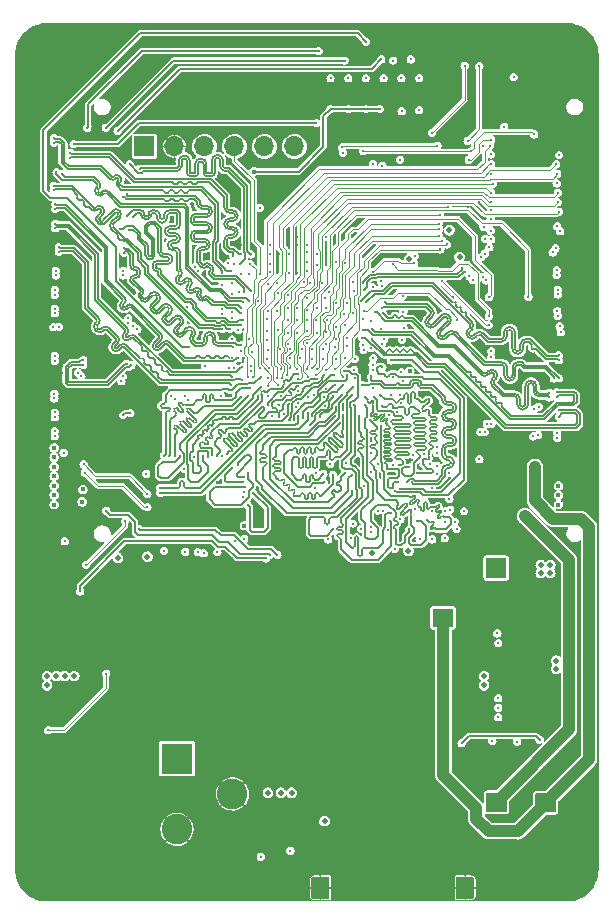
<source format=gbr>
%TF.GenerationSoftware,KiCad,Pcbnew,(6.0.0)*%
%TF.CreationDate,2022-03-28T06:28:01-07:00*%
%TF.ProjectId,ecp5u85-bse-usb,65637035-7538-4352-9d62-73652d757362,A*%
%TF.SameCoordinates,Original*%
%TF.FileFunction,Copper,L3,Inr*%
%TF.FilePolarity,Positive*%
%FSLAX46Y46*%
G04 Gerber Fmt 4.6, Leading zero omitted, Abs format (unit mm)*
G04 Created by KiCad (PCBNEW (6.0.0)) date 2022-03-28 06:28:01*
%MOMM*%
%LPD*%
G01*
G04 APERTURE LIST*
G04 Aperture macros list*
%AMFreePoly0*
4,1,15,-0.770000,0.650000,-0.761954,0.719015,-0.717534,0.819490,-0.639922,0.897238,-0.539524,0.941833,-0.470000,0.950000,0.770000,0.950000,0.770000,-0.950000,-0.470000,-0.950000,-0.539015,-0.941954,-0.639490,-0.897534,-0.717238,-0.819922,-0.761833,-0.719524,-0.770000,-0.650000,-0.770000,0.650000,-0.770000,0.650000,$1*%
%AMFreePoly1*
4,1,15,-0.770000,0.950000,0.470000,0.950000,0.539015,0.941954,0.639490,0.897534,0.717238,0.819922,0.761833,0.719524,0.770000,0.650000,0.770000,-0.650000,0.761954,-0.719015,0.717534,-0.819490,0.639922,-0.897238,0.539524,-0.941833,0.470000,-0.950000,-0.770000,-0.950000,-0.770000,0.950000,-0.770000,0.950000,$1*%
G04 Aperture macros list end*
%TA.AperFunction,ComponentPad*%
%ADD10FreePoly0,0.000000*%
%TD*%
%TA.AperFunction,ComponentPad*%
%ADD11FreePoly1,0.000000*%
%TD*%
%TA.AperFunction,ComponentPad*%
%ADD12R,1.700000X1.700000*%
%TD*%
%TA.AperFunction,ComponentPad*%
%ADD13O,1.700000X1.700000*%
%TD*%
%TA.AperFunction,ComponentPad*%
%ADD14R,2.600000X2.600000*%
%TD*%
%TA.AperFunction,ComponentPad*%
%ADD15C,2.600000*%
%TD*%
%TA.AperFunction,ViaPad*%
%ADD16C,0.300000*%
%TD*%
%TA.AperFunction,ViaPad*%
%ADD17C,5.000000*%
%TD*%
%TA.AperFunction,ViaPad*%
%ADD18C,0.400000*%
%TD*%
%TA.AperFunction,ViaPad*%
%ADD19C,0.500000*%
%TD*%
%TA.AperFunction,ViaPad*%
%ADD20C,1.000000*%
%TD*%
%TA.AperFunction,Conductor*%
%ADD21C,0.127000*%
%TD*%
%TA.AperFunction,Conductor*%
%ADD22C,1.000000*%
%TD*%
%TA.AperFunction,Conductor*%
%ADD23C,0.090000*%
%TD*%
%TA.AperFunction,Conductor*%
%ADD24C,0.142000*%
%TD*%
%TA.AperFunction,Conductor*%
%ADD25C,0.170000*%
%TD*%
%TA.AperFunction,Conductor*%
%ADD26C,0.160000*%
%TD*%
G04 APERTURE END LIST*
D10*
%TO.N,GND*%
%TO.C,J4*%
X207140341Y-125233000D03*
D11*
X219415341Y-125233000D03*
%TD*%
D12*
%TO.N,+3V3*%
%TO.C,J3*%
X192242841Y-62458000D03*
D13*
%TO.N,GND*%
X194782841Y-62458000D03*
%TO.N,Net-(J3-Pad3)*%
X197322841Y-62458000D03*
%TO.N,Net-(J3-Pad4)*%
X199862841Y-62458000D03*
%TO.N,Net-(J3-Pad5)*%
X202402841Y-62458000D03*
%TO.N,Net-(J3-Pad6)*%
X204942841Y-62458000D03*
%TD*%
D14*
%TO.N,Net-(D11-Pad2)*%
%TO.C,J5*%
X194992841Y-114283000D03*
D15*
%TO.N,GND*%
X194992841Y-120283000D03*
X199692841Y-117283000D03*
%TD*%
D16*
%TO.N,GND*%
X219670000Y-67545000D03*
X198420742Y-90906795D03*
X221449189Y-93923515D03*
X215812841Y-60643000D03*
X213172841Y-74883000D03*
X197342841Y-73043000D03*
X201192841Y-101833000D03*
X216992841Y-84133000D03*
X215009166Y-95766675D03*
X187842841Y-121533000D03*
X206888587Y-117528746D03*
X223731650Y-108483000D03*
D17*
X183992841Y-54683000D03*
D16*
X215300020Y-98928570D03*
X191185804Y-93380073D03*
X195652841Y-81033000D03*
X202242841Y-93833000D03*
X201652841Y-97763000D03*
X190652841Y-93203000D03*
X210842841Y-111283000D03*
X188125000Y-115250000D03*
X204392841Y-70783000D03*
X215379841Y-89433000D03*
X223731651Y-107683000D03*
X200742841Y-103333000D03*
X224542841Y-57533000D03*
X202002341Y-69981828D03*
X224542841Y-63693000D03*
X187212841Y-90983000D03*
X194978196Y-99233000D03*
X188642841Y-125283000D03*
X203592841Y-110783000D03*
X203792841Y-108333000D03*
X190522841Y-72373000D03*
X225292841Y-76633000D03*
X203742841Y-79623000D03*
X211092841Y-115783000D03*
X219072841Y-97143500D03*
X186182841Y-81843000D03*
X182242841Y-109683000D03*
X199892841Y-104383000D03*
X192588921Y-89609500D03*
X208373099Y-69950398D03*
X220942841Y-95433000D03*
X201592841Y-110633000D03*
X193985341Y-70443500D03*
X206092841Y-106833000D03*
D17*
X227992841Y-54683000D03*
D16*
X203742841Y-61183000D03*
X197142841Y-97933000D03*
X222931651Y-108483000D03*
X198742841Y-107783000D03*
X196250000Y-102616021D03*
X217283341Y-71883000D03*
X185742841Y-70383000D03*
X218592841Y-119283000D03*
X195872841Y-53713000D03*
X216527888Y-115622161D03*
X211142841Y-121483000D03*
X205792841Y-108483000D03*
X202992841Y-110183000D03*
X214792841Y-115583000D03*
X191762841Y-97563000D03*
X204579320Y-79587384D03*
X196942841Y-103933000D03*
X206692841Y-107433000D03*
X210452841Y-103713000D03*
X190692841Y-57383000D03*
X203742841Y-112783000D03*
X215092841Y-119483000D03*
X191342841Y-125683000D03*
X205158342Y-70108000D03*
X209942841Y-123733000D03*
X200392841Y-109433000D03*
X205092841Y-105783000D03*
X201112841Y-121033000D03*
X205792841Y-112933000D03*
X220472841Y-52733000D03*
X212492841Y-112733000D03*
X198092841Y-105083000D03*
X206827341Y-71524830D03*
X182742841Y-101833000D03*
X208477342Y-75694560D03*
X209241483Y-77599852D03*
X224531651Y-105283000D03*
X198712841Y-61193000D03*
X201022841Y-98473000D03*
X209792841Y-112383000D03*
X215600000Y-103575000D03*
X213992841Y-61783000D03*
X195412841Y-125253000D03*
X187792841Y-103383000D03*
X197242841Y-100767924D03*
X205842841Y-114933000D03*
X205078832Y-71545179D03*
X220642841Y-77783000D03*
X201392841Y-108483000D03*
X207835069Y-74772792D03*
X184350630Y-95177182D03*
X206027342Y-72203738D03*
X202792841Y-103483000D03*
X211992841Y-119233000D03*
X204542841Y-107233000D03*
X199642841Y-100233000D03*
X185252841Y-81623000D03*
X208242841Y-107033000D03*
X222931651Y-109283001D03*
X199892841Y-108933000D03*
X217125479Y-53890188D03*
X182042841Y-120333000D03*
X189292841Y-52683000D03*
X210147341Y-79563389D03*
X202682841Y-66633000D03*
X206792842Y-62182999D03*
X227312841Y-87963000D03*
X225349349Y-110076792D03*
X206012841Y-53623000D03*
X209542841Y-118333000D03*
X210142841Y-119633000D03*
X217972841Y-99543000D03*
X206027342Y-72986352D03*
X203442841Y-104133000D03*
X208942841Y-117833000D03*
X212442841Y-122483000D03*
X210342841Y-117583000D03*
X210842841Y-118083000D03*
X224872841Y-78003000D03*
X185202841Y-74043000D03*
X199642841Y-98433000D03*
X202861842Y-72383000D03*
X183692841Y-94033000D03*
X195242841Y-92783000D03*
X196092841Y-107733000D03*
X209192841Y-113933000D03*
X223731650Y-106082999D03*
X225331651Y-107683000D03*
X191322841Y-84503000D03*
X189200000Y-102575000D03*
X200142841Y-100783000D03*
X196250000Y-101908914D03*
X228779570Y-96359687D03*
X186062841Y-83033000D03*
X201442115Y-92763110D03*
X208492841Y-101193000D03*
X224531651Y-111683000D03*
X206602841Y-57353000D03*
X191422841Y-98483000D03*
X219192841Y-122483000D03*
X211612841Y-72398500D03*
X204042841Y-106633000D03*
X191382841Y-114533000D03*
X214712841Y-77803000D03*
X230452841Y-93463000D03*
X203592841Y-84383000D03*
X206878342Y-76129807D03*
X205512841Y-65453000D03*
X215992841Y-118483000D03*
X223822841Y-125583000D03*
X206027342Y-71427223D03*
X207342841Y-89220000D03*
X224142841Y-98183000D03*
X207292841Y-108033000D03*
X215392841Y-116183000D03*
X187332841Y-71473000D03*
X203892841Y-97683000D03*
X210442841Y-89233000D03*
X201856852Y-75557103D03*
X200992841Y-105483000D03*
X201292841Y-61193000D03*
X224531651Y-106883000D03*
X198592841Y-105583000D03*
X206842841Y-113983000D03*
X225327701Y-104475593D03*
X198852841Y-78783000D03*
X198942841Y-125483000D03*
X190792841Y-92083000D03*
X200642841Y-101283000D03*
X212992841Y-120183000D03*
X209792841Y-117033000D03*
X198242841Y-107283000D03*
X224531651Y-109283000D03*
X205292841Y-114383000D03*
X209190838Y-80373500D03*
X214662841Y-112873000D03*
X210241670Y-69131827D03*
X223731651Y-110883000D03*
X226392841Y-78083000D03*
X201792841Y-102433000D03*
X202002341Y-69193000D03*
X205192841Y-98983000D03*
X209978341Y-74733000D03*
X200192841Y-102783000D03*
X212342841Y-121383000D03*
X214692841Y-76563000D03*
X215992841Y-114633000D03*
X182210591Y-97976567D03*
X215892841Y-123783000D03*
X222931651Y-103683001D03*
X207382841Y-79613000D03*
X216572841Y-58023000D03*
X204692841Y-111883000D03*
X193042841Y-88513000D03*
X201923694Y-52325804D03*
X207442841Y-114583000D03*
X197292841Y-101733000D03*
X217292841Y-120683000D03*
X210842841Y-124283000D03*
X205362841Y-95473000D03*
X190700000Y-102675000D03*
X208432841Y-80453000D03*
X199092841Y-106133000D03*
X189632841Y-58413000D03*
X226842841Y-85483000D03*
X197692841Y-106783000D03*
X217892841Y-118583000D03*
X206823674Y-72466179D03*
X206808341Y-78262613D03*
X211792841Y-120783000D03*
X214792841Y-117283000D03*
X218842841Y-123783000D03*
X191622841Y-63793000D03*
X223731650Y-104483000D03*
X222342841Y-94983000D03*
X199042841Y-101683000D03*
X209192841Y-109633000D03*
X219000000Y-63933000D03*
X196872841Y-78783000D03*
X194942841Y-101531097D03*
X184587942Y-79083000D03*
X206592841Y-116583000D03*
X197492841Y-104483000D03*
X218433557Y-113882203D03*
X226131651Y-109283000D03*
X196442841Y-103433000D03*
X214192841Y-114983000D03*
X190232343Y-89558000D03*
X226131651Y-108483000D03*
X199592841Y-70783000D03*
X223731650Y-102883000D03*
X210892841Y-71592500D03*
X204492841Y-105183000D03*
X203469600Y-74058586D03*
X204532841Y-65173000D03*
X194062841Y-98653000D03*
X198342841Y-102783000D03*
X208592841Y-118383000D03*
X208492841Y-52283000D03*
X184492841Y-69883000D03*
X211889841Y-112121469D03*
X199692841Y-102283000D03*
X186162841Y-60543000D03*
X206027342Y-70767870D03*
X210192841Y-116533000D03*
X208092841Y-112833000D03*
X182531628Y-105728883D03*
X199742841Y-106833000D03*
X200302841Y-78813000D03*
X225331651Y-106083000D03*
X224052841Y-96093000D03*
X209192841Y-111783000D03*
X201892841Y-104433000D03*
X205158830Y-77174619D03*
X210064870Y-115209478D03*
X207722841Y-63583000D03*
X196250000Y-100282569D03*
X223731651Y-103683000D03*
X212142841Y-124233000D03*
X209522841Y-101453000D03*
X196639480Y-92772834D03*
X200792841Y-107883000D03*
X198442841Y-98283000D03*
X194942841Y-100682569D03*
X197372841Y-110223000D03*
X208042841Y-120383000D03*
X224531651Y-110883000D03*
X196742841Y-99083000D03*
X212242841Y-94472500D03*
X194942841Y-103016021D03*
X207342841Y-121083000D03*
X225200000Y-80475000D03*
X203793507Y-63606372D03*
X205192841Y-78243000D03*
X215392841Y-121983000D03*
X199422841Y-83593000D03*
X211429841Y-87333000D03*
X187218205Y-86394590D03*
X202292841Y-101233000D03*
X196250000Y-101131097D03*
X185782841Y-78593000D03*
X190622841Y-62753000D03*
X205942841Y-58933000D03*
X202861842Y-71583000D03*
X191332841Y-74643000D03*
X216992841Y-123733000D03*
X225331651Y-110883000D03*
X187292841Y-103383000D03*
X225331651Y-108483000D03*
X196192841Y-67333000D03*
X207578831Y-72341998D03*
X211992841Y-116483000D03*
X190682841Y-65463000D03*
X213642841Y-121583000D03*
X195892841Y-77383000D03*
X205188341Y-76132846D03*
X192610579Y-60020165D03*
X185882841Y-88013000D03*
X198442841Y-100033000D03*
X189799487Y-94974010D03*
X225327701Y-105275593D03*
X221932841Y-122513000D03*
X198662841Y-65463000D03*
X194942841Y-99975462D03*
X198872841Y-68373000D03*
X207637696Y-70742042D03*
X212292841Y-114883000D03*
X199282841Y-66073000D03*
X212942841Y-90163000D03*
X201892841Y-108983000D03*
X196092841Y-105133000D03*
X204027645Y-99117114D03*
X184692841Y-86003000D03*
X208642841Y-111233000D03*
D17*
X183992841Y-123683000D03*
D16*
X187542841Y-99583000D03*
X216092841Y-116783000D03*
X196233453Y-52309500D03*
X194942841Y-102308914D03*
X213292841Y-113583000D03*
X217942841Y-100723000D03*
X197192841Y-106233000D03*
X216592841Y-114153000D03*
X213642841Y-122633000D03*
X225331651Y-106883000D03*
X207042841Y-111783000D03*
X204792841Y-109383000D03*
X207202841Y-99823000D03*
X202242841Y-94383000D03*
X208552841Y-97133000D03*
X213362841Y-78763000D03*
X208692841Y-113433000D03*
X217292841Y-72583000D03*
X208452342Y-77781841D03*
X197302841Y-98443000D03*
X207578831Y-71549525D03*
X208992841Y-123733000D03*
X206012841Y-77183000D03*
X225331651Y-109283000D03*
X206797341Y-77182634D03*
X192300000Y-102775000D03*
X207942841Y-115083000D03*
X223731651Y-105283000D03*
X205242841Y-112383000D03*
X209242843Y-72302321D03*
X207542841Y-112283000D03*
X210242841Y-110683000D03*
X216592841Y-119083000D03*
X201656881Y-114034127D03*
X196322841Y-72053000D03*
X212900000Y-105775000D03*
X188052841Y-55033000D03*
X195492841Y-104633000D03*
X200132841Y-68983000D03*
X199762841Y-67373000D03*
X198748603Y-71669499D03*
X223731651Y-106883000D03*
X214092841Y-116683000D03*
X203042841Y-105583000D03*
X200631470Y-80374194D03*
X193892841Y-92783000D03*
X197532841Y-71563000D03*
X222131652Y-106082999D03*
X219590000Y-70865000D03*
X205392841Y-110733000D03*
X222931651Y-106083000D03*
X215492841Y-120983000D03*
X224531651Y-104483000D03*
X215692841Y-120083000D03*
X203542841Y-106083000D03*
X196649768Y-59895882D03*
X205592841Y-106283000D03*
X203192841Y-107733000D03*
X218072841Y-53443000D03*
X190622841Y-88063000D03*
X207892841Y-118483000D03*
X190532841Y-76713000D03*
X205145432Y-73153115D03*
X213492841Y-116083000D03*
X229342841Y-60583000D03*
X185802841Y-102413000D03*
X198537341Y-97365000D03*
X208592841Y-114583000D03*
X215895879Y-88481815D03*
X213542841Y-123383000D03*
X202142841Y-106683000D03*
X205158342Y-70783000D03*
X218242841Y-88433000D03*
X185992841Y-83643000D03*
X213142841Y-124033000D03*
X215800000Y-105575000D03*
X206492841Y-111233000D03*
X210492841Y-115783000D03*
X212170841Y-90183000D03*
X202442841Y-104983000D03*
X200602841Y-77983000D03*
X224132841Y-122123000D03*
X200492841Y-104983000D03*
X214802841Y-75253000D03*
X224752841Y-117223000D03*
X185807457Y-99458476D03*
X213142841Y-76477978D03*
X206022841Y-64643000D03*
X203492841Y-73083000D03*
X222931651Y-107683001D03*
X213855841Y-95033033D03*
X230242841Y-87993000D03*
X213542841Y-120783000D03*
X210872841Y-82083000D03*
X217742841Y-123733000D03*
X209142842Y-69982999D03*
X214992841Y-97143500D03*
X205462841Y-104273000D03*
X221232841Y-91023000D03*
X186237782Y-97335260D03*
X194992841Y-97683000D03*
X198642841Y-70783000D03*
X223731651Y-111683000D03*
X206022841Y-78043000D03*
X221300000Y-79375000D03*
X200242841Y-107333000D03*
X182542841Y-113583000D03*
X185692841Y-72233000D03*
X227372841Y-60813000D03*
X222131651Y-105283000D03*
X223731650Y-110083000D03*
X188682841Y-118173000D03*
X210192841Y-58583000D03*
X217292841Y-121483000D03*
X193592841Y-107183000D03*
X226131651Y-107683000D03*
X191856700Y-78375050D03*
X220542841Y-67203000D03*
X208642841Y-109083000D03*
X210692841Y-61983000D03*
X226942841Y-89733000D03*
X186952841Y-93553000D03*
X226242841Y-86933000D03*
X206007341Y-76323000D03*
X193477553Y-105586516D03*
X214212061Y-107445579D03*
X213692841Y-114183000D03*
X218342841Y-75193000D03*
X209792841Y-94983000D03*
X212892841Y-113183000D03*
X203542841Y-66603000D03*
X207565719Y-101062090D03*
X203942841Y-104633000D03*
X210042841Y-118833000D03*
X199292841Y-108333000D03*
X223731651Y-109283000D03*
X195242841Y-94183000D03*
X213892841Y-118283000D03*
X187344565Y-102230594D03*
X224531651Y-108483000D03*
X203542842Y-74882999D03*
X198842841Y-103333000D03*
X224192841Y-52733000D03*
X198492841Y-99083000D03*
X226762841Y-62243000D03*
X197842841Y-102283000D03*
X226144294Y-84276028D03*
X196250000Y-99595000D03*
X211342841Y-111783000D03*
X201392841Y-103933000D03*
X205723840Y-73932999D03*
X215392841Y-117883000D03*
X201262044Y-70854794D03*
X208462841Y-78773000D03*
X208392841Y-89333000D03*
X203822841Y-65803000D03*
X202642841Y-107183000D03*
X202658342Y-79663000D03*
X198465292Y-111356127D03*
X219100000Y-63293000D03*
X205232841Y-94603000D03*
X206992841Y-95783000D03*
X213192841Y-117683000D03*
X196192841Y-98833000D03*
X186842841Y-72633000D03*
X214492841Y-118883000D03*
X204792841Y-113883000D03*
X225327701Y-103675593D03*
X220958341Y-69693000D03*
X204492841Y-71583000D03*
X194362476Y-68855443D03*
X211632841Y-73953000D03*
X205192841Y-107783000D03*
X214086789Y-52456239D03*
X210292841Y-112883000D03*
X215392841Y-122983000D03*
X226092841Y-70883000D03*
X212492841Y-119733000D03*
X218292841Y-97083000D03*
X210692841Y-80383000D03*
X216952841Y-89073000D03*
X214542841Y-89233000D03*
X203562841Y-77993000D03*
X188292841Y-103383000D03*
X226452841Y-91923000D03*
X196692841Y-105733000D03*
X212592841Y-117083000D03*
X197242841Y-100060817D03*
X210892841Y-120333000D03*
X199780000Y-99175000D03*
X207792841Y-108533000D03*
X220859996Y-87930324D03*
X206442745Y-79619660D03*
X222931651Y-105283000D03*
X202292841Y-102933000D03*
X223392841Y-58633000D03*
X224531651Y-102883000D03*
X190282841Y-92763000D03*
X194992841Y-98583000D03*
X224531651Y-103683000D03*
X211392841Y-118633000D03*
X224431651Y-110083000D03*
X217912841Y-98622500D03*
X184552841Y-84373000D03*
X196642841Y-94183000D03*
X224531651Y-106083000D03*
X209692841Y-110133000D03*
X204292841Y-108833000D03*
X182842841Y-59133000D03*
X203592841Y-71583000D03*
X222931651Y-106883000D03*
X217292841Y-117983000D03*
X222931651Y-110083000D03*
X187132841Y-77403000D03*
X199342841Y-103833000D03*
X209492841Y-114683000D03*
D17*
X227992841Y-123683000D03*
D16*
X226192841Y-88483000D03*
X208428832Y-72266062D03*
X202392841Y-109533000D03*
X195092841Y-103983000D03*
X186692841Y-87353000D03*
X204192841Y-111383000D03*
X226665646Y-59304095D03*
X217092841Y-119783000D03*
X204242841Y-113333000D03*
X221246654Y-92496565D03*
X185148224Y-87557298D03*
X212892841Y-115483000D03*
X198492841Y-101083000D03*
X186262841Y-75393000D03*
X202642841Y-111683000D03*
X201492841Y-106033000D03*
X220100000Y-63875000D03*
X184642841Y-82583000D03*
X229192841Y-120283000D03*
X203912841Y-65083000D03*
X203242841Y-112283000D03*
X226422841Y-90673000D03*
X202877341Y-70783000D03*
X206942841Y-116033000D03*
X217244013Y-91332358D03*
X208142841Y-110733000D03*
X222926911Y-104479278D03*
X190942841Y-95033000D03*
X225200000Y-84075000D03*
X182732841Y-116503000D03*
X222931651Y-110883000D03*
X199613859Y-97291606D03*
X208542341Y-95861173D03*
X189500000Y-98575000D03*
X193892841Y-94183000D03*
X187472841Y-84553000D03*
X200384534Y-70783000D03*
X218892841Y-121283000D03*
X209796263Y-69981922D03*
X192242841Y-104233000D03*
X218100000Y-63875000D03*
X205547841Y-79640344D03*
X204492841Y-73148500D03*
X208383932Y-70655179D03*
X206442841Y-115533000D03*
X200892841Y-109983000D03*
X193212841Y-97543000D03*
X216692841Y-117383000D03*
X202092841Y-111133000D03*
X220772841Y-76563000D03*
X224531651Y-107683000D03*
X218792841Y-120183000D03*
X204394013Y-70084172D03*
X209072841Y-84293000D03*
X186062841Y-57553000D03*
X223452841Y-94413000D03*
X206292841Y-113433000D03*
X207592841Y-110183000D03*
%TO.N,DDR_VREF*%
X213642913Y-84934323D03*
X209892841Y-94383000D03*
X212019841Y-89356406D03*
D18*
%TO.N,+3V3*%
X227292841Y-91183000D03*
D16*
X205440903Y-80395404D03*
X209042841Y-62983000D03*
D19*
X226592841Y-98583000D03*
D16*
X214012841Y-59473000D03*
X215492841Y-59393000D03*
X220947336Y-69258253D03*
X207292841Y-74047500D03*
D18*
X184592841Y-88783000D03*
D19*
X225792841Y-97883000D03*
D16*
X198742841Y-83608500D03*
D18*
X184592841Y-89583000D03*
D19*
X189992841Y-97283000D03*
D16*
X204579320Y-80401504D03*
X200692841Y-91707500D03*
X223492841Y-56583000D03*
D18*
X227292841Y-92783000D03*
D16*
X206292841Y-74047500D03*
X195622841Y-89733498D03*
D19*
X226592841Y-97883000D03*
D16*
X207619013Y-70109172D03*
X185392841Y-88383000D03*
X215132841Y-71742500D03*
X185492841Y-95883000D03*
X198822841Y-88643000D03*
D19*
X225792841Y-98583000D03*
D18*
X184592841Y-87983000D03*
D16*
X222692841Y-60783000D03*
D18*
X227292841Y-91983000D03*
D16*
X211592841Y-63933000D03*
%TO.N,/FTDI/1.0V*%
X196462841Y-88723000D03*
X200597063Y-92155722D03*
D18*
X200693341Y-94563662D03*
D16*
X198412841Y-96803000D03*
X197242841Y-96903000D03*
X192392841Y-90183000D03*
D19*
%TO.N,/FTDI/Vcore*%
X192492841Y-97183000D03*
D16*
X196762841Y-96803000D03*
X200692841Y-95683000D03*
X195692841Y-96783000D03*
X193892841Y-96683000D03*
D19*
%TO.N,+5V*%
X227092841Y-106683000D03*
X220992841Y-107283000D03*
D18*
X184592841Y-91983000D03*
X184592841Y-91183000D03*
D19*
X183992841Y-108083000D03*
X186292841Y-107283000D03*
X202692841Y-117183000D03*
X185492841Y-107283000D03*
D16*
X223792841Y-112883000D03*
D19*
X227092841Y-105983000D03*
X184792841Y-107283000D03*
X203792841Y-117183000D03*
D16*
X204592841Y-122083000D03*
D19*
X183992841Y-107283000D03*
X220992841Y-108083000D03*
D18*
X184592841Y-92783000D03*
D19*
X204692841Y-117183000D03*
D16*
%TO.N,+1V1*%
X204372841Y-77183000D03*
X206002841Y-79083000D03*
D19*
X221692841Y-117583000D03*
D16*
X204378341Y-75057868D03*
X206002841Y-75283000D03*
X204432841Y-79193000D03*
X207683538Y-77147419D03*
D19*
X221692841Y-118383000D03*
D16*
X207612841Y-76123000D03*
X204372841Y-78243000D03*
X207652962Y-78206221D03*
D19*
X222392841Y-118383000D03*
X222392841Y-117583000D03*
D16*
X204362841Y-76123000D03*
X207492841Y-75283000D03*
X221692841Y-112783000D03*
D20*
X224452841Y-93753000D03*
D16*
X207592841Y-79223000D03*
%TO.N,RAM_VDD*%
X209385270Y-78712178D03*
X219092841Y-112983000D03*
D19*
X217142841Y-102783000D03*
D16*
X207382841Y-80443000D03*
D20*
X225292841Y-89583000D03*
D19*
X217842841Y-102783000D03*
D16*
X206427341Y-80433000D03*
D18*
X187022841Y-91503000D03*
D16*
X209353604Y-79389054D03*
X208358341Y-79467504D03*
D19*
X218922841Y-71823000D03*
X217142841Y-101983000D03*
D18*
X186958721Y-92545915D03*
X214712841Y-81483000D03*
D19*
X225892841Y-118383000D03*
X225892841Y-117583000D03*
X217842841Y-101983000D03*
X226592841Y-118383000D03*
D16*
X225692841Y-112683000D03*
D19*
X218062841Y-69563000D03*
X226592841Y-117583000D03*
%TO.N,+2V5*%
X222392841Y-97883000D03*
D16*
X210044014Y-80434173D03*
X209492841Y-59283000D03*
D19*
X222392841Y-98683000D03*
D18*
X201492841Y-64583000D03*
D16*
X202647342Y-80483000D03*
X207992841Y-59283000D03*
D18*
X184592841Y-90383000D03*
D16*
X197362841Y-81053000D03*
X202647342Y-78815157D03*
D19*
X221592841Y-97883000D03*
D16*
X209908342Y-73957243D03*
X210992841Y-59283000D03*
D19*
X214662841Y-71973000D03*
D16*
X212172841Y-59283000D03*
D19*
X221592841Y-98683000D03*
D16*
X195849423Y-76036418D03*
X202642841Y-78113000D03*
X202721729Y-74116457D03*
%TO.N,/Power/VCCIO3*%
X203432841Y-76413000D03*
X202658342Y-76373000D03*
X202628237Y-77101601D03*
%TO.N,/Power/VCCIO6*%
X209908342Y-76581394D03*
X209351254Y-75700816D03*
X209148785Y-76624711D03*
%TO.N,Net-(D1-Pad2)*%
X202092841Y-122583000D03*
%TO.N,/DONE*%
X212392841Y-64083000D03*
X213292841Y-55183000D03*
%TO.N,Net-(D2-Pad2)*%
X213992841Y-56683000D03*
%TO.N,/~{INIT}*%
X213882841Y-63583000D03*
X214792841Y-55083000D03*
%TO.N,Net-(D3-Pad2)*%
X215492841Y-56683000D03*
%TO.N,/FPGA/LED3*%
X212292841Y-55083000D03*
X189962841Y-61138498D03*
%TO.N,Net-(D4-Pad2)*%
X212492841Y-56683000D03*
%TO.N,/FPGA/LED2*%
X199650425Y-78782999D03*
X196043080Y-79452499D03*
X210992841Y-53583000D03*
%TO.N,Net-(D5-Pad2)*%
X210992841Y-56683000D03*
%TO.N,/FPGA/LED1*%
X188972841Y-60883000D03*
X209192841Y-55183000D03*
%TO.N,Net-(D6-Pad2)*%
X209492841Y-56683000D03*
%TO.N,/FPGA/LED0*%
X206992841Y-54383000D03*
X187392841Y-60883000D03*
%TO.N,Net-(D7-Pad2)*%
X207992841Y-56683000D03*
%TO.N,/FPGA/~{FPGA_RESET}*%
X210782841Y-62853000D03*
X219900000Y-62875000D03*
X225232841Y-61433000D03*
%TO.N,/FPGA/GPIO1*%
X206792841Y-60483000D03*
X186242841Y-62253000D03*
%TO.N,/FPGA/~{FPGA_RESETrq}*%
X221592841Y-61883000D03*
X219700000Y-63575000D03*
%TO.N,/FPGA/D2I0+*%
X201228353Y-81450165D03*
X195964263Y-83884422D03*
X184648409Y-86983000D03*
%TO.N,/FPGA/D3I0+*%
X198832498Y-76661123D03*
X187052841Y-80933000D03*
X190732841Y-80846000D03*
%TO.N,/FPGA/D2I0-*%
X195681419Y-83601578D03*
X184648409Y-86583000D03*
X201228342Y-81023408D03*
%TO.N,/FPGA/D3I0-*%
X198843947Y-76233499D03*
X187052841Y-80533000D03*
X191142841Y-80973000D03*
%TO.N,/FPGA/D2I1+*%
X194809263Y-83849422D03*
X184654689Y-85383000D03*
X199832841Y-81203000D03*
%TO.N,/FPGA/D3I1+*%
X199656990Y-76966206D03*
%TO.N,/FPGA/D2I1-*%
X184654689Y-84983000D03*
X199382841Y-81183000D03*
X194526419Y-83566578D03*
%TO.N,/FPGA/D3I1-*%
X199652842Y-76445010D03*
%TO.N,/FPGA/D2IO0+*%
X199599385Y-82682255D03*
X184992841Y-71383000D03*
%TO.N,/FPGA/D3I2+*%
X199692841Y-74933000D03*
%TO.N,/FPGA/D2IO0-*%
X184992841Y-70983000D03*
X200470506Y-82231855D03*
%TO.N,/FPGA/D3I2-*%
X200262841Y-74803000D03*
%TO.N,/FPGA/D2IO1+*%
X199610308Y-81941474D03*
X184692841Y-69383000D03*
%TO.N,/FPGA/D3I3+*%
X201052841Y-73223000D03*
X190872842Y-77382999D03*
X184648409Y-76583000D03*
%TO.N,/FPGA/D2IO1-*%
X184692841Y-68983000D03*
X200535000Y-81144321D03*
%TO.N,/FPGA/D3I3-*%
X184648409Y-76183000D03*
X190872842Y-76982999D03*
X200411229Y-73262499D03*
%TO.N,/FPGA/D2IO2+*%
X200185108Y-80387784D03*
X184676711Y-67747160D03*
%TO.N,/FPGA/D3I4+*%
X184994264Y-77731577D03*
X191292841Y-77683000D03*
X198842841Y-74183000D03*
%TO.N,/FPGA/D2IO2-*%
X184676048Y-67345772D03*
X199642841Y-80353000D03*
%TO.N,/FPGA/D3I4-*%
X199642049Y-74034426D03*
X184523284Y-77763443D03*
X191642841Y-77933000D03*
%TO.N,/FPGA/D2I2+*%
X201339762Y-79842413D03*
%TO.N,/FPGA/D3I5+*%
X196794264Y-72974421D03*
%TO.N,/FPGA/D2I2-*%
X200402841Y-79753000D03*
%TO.N,/FPGA/D3I5-*%
X196508274Y-72663921D03*
%TO.N,/FPGA/D2I3+*%
X190423510Y-85193787D03*
X191042841Y-85033000D03*
X200192841Y-77983000D03*
%TO.N,/FPGA/D3I6+*%
X199324977Y-72363500D03*
%TO.N,/FPGA/D2I3-*%
X201108341Y-78732500D03*
%TO.N,/FPGA/D3I6-*%
X199812841Y-72403000D03*
%TO.N,/FPGA/D2IO3+*%
X199711306Y-79442500D03*
X190523284Y-71452557D03*
%TO.N,/FPGA/D3I7+*%
X201222841Y-71593000D03*
X191842841Y-64333000D03*
%TO.N,/FPGA/D2IO3-*%
X200432841Y-79303000D03*
X190542841Y-71033000D03*
%TO.N,/FPGA/D3I7-*%
X200312841Y-72393000D03*
X190993887Y-63976724D03*
%TO.N,/FPGA/D2IO4+*%
X184618112Y-83783000D03*
%TO.N,/FPGA/D3IO3+*%
X200682841Y-74823000D03*
X190451419Y-66774422D03*
%TO.N,/FPGA/D2IO4-*%
X184618112Y-83383000D03*
%TO.N,/FPGA/D3IO3-*%
X201242841Y-74683000D03*
X190734263Y-66491578D03*
%TO.N,/FPGA/D2IO5+*%
X200549049Y-77148688D03*
X190204363Y-69415342D03*
%TO.N,/FPGA/D3IO4+*%
X184742841Y-73383000D03*
%TO.N,/FPGA/D2IO5-*%
X190942841Y-69493500D03*
X200432841Y-77553000D03*
%TO.N,/FPGA/D3IO4-*%
X184742841Y-72983000D03*
%TO.N,/FPGA/D2IO6+*%
X186901569Y-81907116D03*
%TO.N,/FPGA/D3IO5+*%
X190442841Y-73383000D03*
%TO.N,/FPGA/D2IO6-*%
X186618725Y-81624272D03*
%TO.N,/FPGA/D3IO5-*%
X190442841Y-72983000D03*
%TO.N,/FPGA/D2IO7+*%
X184648409Y-80585683D03*
%TO.N,/FPGA/D3IO6+*%
X198842841Y-73133000D03*
X184582049Y-62133000D03*
%TO.N,/FPGA/D2IO7-*%
X184648409Y-80185683D03*
%TO.N,/FPGA/D3IO6-*%
X184582049Y-61733000D03*
X199562527Y-73020989D03*
%TO.N,/FPGA/D2IO8+*%
X184549972Y-66183000D03*
X198835850Y-77922500D03*
%TO.N,/FPGA/D3IO7+*%
X199722841Y-71703000D03*
X185942841Y-63433000D03*
%TO.N,/FPGA/D2IO8-*%
X199482841Y-77900489D03*
X184549972Y-65783000D03*
%TO.N,/FPGA/D3IO7-*%
X200395634Y-71595306D03*
X185942841Y-62983000D03*
%TO.N,/FPGA/D3IO0+*%
X184648409Y-75033000D03*
%TO.N,/FPGA/D2I4+*%
X190292841Y-82333000D03*
%TO.N,/FPGA/D3IO0-*%
X184661375Y-74596157D03*
%TO.N,/FPGA/D2I4-*%
X190392841Y-81918499D03*
%TO.N,/FPGA/D3IO1-*%
X200452841Y-76593000D03*
X191242841Y-68443500D03*
%TO.N,/FPGA/D3IO1+*%
X200392841Y-76173000D03*
X190792841Y-68333000D03*
%TO.N,/FPGA/D3IO2+*%
X185242841Y-64783000D03*
X201074204Y-75520635D03*
%TO.N,/FPGA/D3IO2-*%
X184792841Y-64633000D03*
X200566731Y-75666003D03*
%TO.N,/FPGA/S00*%
X221442841Y-70983000D03*
%TO.N,/FPGA/D6IO0+*%
X227192841Y-87133000D03*
%TO.N,/FPGA/S01*%
X221542841Y-68583000D03*
%TO.N,/FPGA/D6IO0-*%
X227192841Y-86733000D03*
%TO.N,/FPGA/S02*%
X221542841Y-69583000D03*
%TO.N,/FPGA/D6IO1+*%
X227332841Y-85343000D03*
X211504209Y-78730582D03*
%TO.N,/FPGA/S03*%
X221042841Y-71533000D03*
%TO.N,/FPGA/D6IO1-*%
X210672841Y-78673000D03*
X227332841Y-84813000D03*
%TO.N,/FPGA/S04*%
X221592841Y-70333000D03*
%TO.N,/FPGA/D6IO2+*%
X227492841Y-78183000D03*
%TO.N,/FPGA/S05*%
X220742841Y-71833000D03*
%TO.N,/FPGA/D6IO2-*%
X227392841Y-77683000D03*
%TO.N,/FPGA/S06*%
X221092841Y-70283000D03*
%TO.N,/FPGA/D6IO3+*%
X227132841Y-83703000D03*
X211484460Y-77885505D03*
%TO.N,/FPGA/S10*%
X221742841Y-65633000D03*
X203549741Y-82642419D03*
%TO.N,/FPGA/D6IO3-*%
X210727342Y-77977205D03*
X227148284Y-83248443D03*
%TO.N,/FPGA/S11*%
X204345759Y-81847027D03*
X227242841Y-67183000D03*
%TO.N,/FPGA/D6IO4+*%
X211002841Y-75653000D03*
X227303793Y-80564458D03*
%TO.N,/FPGA/S12*%
X204577341Y-81252581D03*
X227342841Y-67983000D03*
%TO.N,/FPGA/D6IO4-*%
X210612841Y-75513000D03*
X227309634Y-80145772D03*
%TO.N,/FPGA/S13*%
X205090165Y-84520990D03*
X221392841Y-75223000D03*
X205997341Y-81342548D03*
%TO.N,/FPGA/D6IO5+*%
X227342841Y-82083000D03*
X212586732Y-75592500D03*
%TO.N,/FPGA/S14*%
X205211085Y-82138261D03*
X224742841Y-75183000D03*
X204016129Y-85127368D03*
%TO.N,/FPGA/D6IO5-*%
X212362841Y-76173000D03*
X226892841Y-82093500D03*
%TO.N,/FPGA/S15*%
X202722841Y-83583000D03*
X221492841Y-62383000D03*
X201398996Y-81977445D03*
%TO.N,/FPGA/D6IO6+*%
X227222841Y-76803000D03*
%TO.N,/FPGA/S16*%
X203772466Y-83590281D03*
X202822841Y-81243000D03*
X227192841Y-64783000D03*
%TO.N,/FPGA/D6IO6-*%
X227192841Y-76383000D03*
%TO.N,/FPGA/S17*%
X203861313Y-82031472D03*
X221592841Y-67133000D03*
%TO.N,/FPGA/D6IO7+*%
X227242841Y-74983000D03*
%TO.N,/FPGA/S18*%
X227242841Y-66383000D03*
X203772841Y-81283000D03*
%TO.N,/FPGA/D6IO7-*%
X227242841Y-74583000D03*
%TO.N,/FPGA/S19*%
X203050732Y-85316187D03*
X221592841Y-63983000D03*
X202002842Y-81232999D03*
%TO.N,/FPGA/D6I0+*%
X221592841Y-80283000D03*
%TO.N,/FPGA/S110*%
X227092841Y-63983000D03*
X202715321Y-82699490D03*
%TO.N,/FPGA/D6I0-*%
X221592841Y-79783000D03*
%TO.N,/FPGA/S111*%
X221592841Y-66383000D03*
X203437341Y-82023000D03*
%TO.N,/FPGA/D6I1+*%
X220642842Y-86633000D03*
X212543396Y-78751923D03*
X225582841Y-86893000D03*
%TO.N,/FPGA/D6I1-*%
X225162841Y-87013000D03*
X212299616Y-77900010D03*
X221042842Y-86633000D03*
%TO.N,/FPGA/D6I3+*%
X211450777Y-77216000D03*
%TO.N,/FPGA/D6I2+*%
X221222841Y-85923000D03*
X225627032Y-84492500D03*
X214042841Y-78823000D03*
%TO.N,/FPGA/D6I3-*%
X210742841Y-77083000D03*
%TO.N,/FPGA/D6I2-*%
X221622841Y-85923000D03*
X214203271Y-77867500D03*
X225232841Y-84723000D03*
%TO.N,/FPGA/D6I4+*%
X227442842Y-69632999D03*
X210819578Y-74615028D03*
X219384264Y-73074421D03*
%TO.N,/FPGA/S80*%
X227142841Y-65583000D03*
%TO.N,/FPGA/D6I4-*%
X227192842Y-69232999D03*
X219101420Y-72791577D03*
X210777341Y-74054754D03*
%TO.N,/FPGA/S81*%
X221592841Y-64833000D03*
%TO.N,/FPGA/D6I5+*%
X226522470Y-83703000D03*
X211717841Y-76508000D03*
%TO.N,/FPGA/S82*%
X227342841Y-63183000D03*
%TO.N,/FPGA/D6I5-*%
X212424898Y-76600943D03*
X226522470Y-83303000D03*
%TO.N,/FPGA/S83*%
X220902841Y-62453000D03*
%TO.N,/FPGA/D6I6+*%
X214166988Y-76456500D03*
X221159264Y-73799421D03*
X227142842Y-73332999D03*
%TO.N,/FPGA/S84*%
X213292841Y-72433000D03*
X221392841Y-76833000D03*
%TO.N,/FPGA/D6I6-*%
X214132841Y-75117500D03*
X220876420Y-73516577D03*
X227142842Y-72932999D03*
%TO.N,/FPGA/S85*%
X221542841Y-63133000D03*
%TO.N,/FPGA/S60*%
X210836513Y-76366672D03*
X218692841Y-77133000D03*
%TO.N,/FPGA/S86*%
X217442841Y-73883000D03*
X221392841Y-77583000D03*
X212252841Y-73839500D03*
%TO.N,/FPGA/D6I7+*%
X226792764Y-71429605D03*
X212342841Y-74258000D03*
X219759997Y-73450156D03*
%TO.N,/FPGA/D6I7-*%
X227042842Y-71082999D03*
X220042841Y-73733000D03*
X211553469Y-74372284D03*
%TO.N,Net-(J3-Pad4)*%
X202052841Y-73273000D03*
%TO.N,Net-(J3-Pad5)*%
X201992841Y-67633000D03*
X202861842Y-73091070D03*
%TO.N,Net-(Q2-Pad4)*%
X184092841Y-111883000D03*
X188992841Y-107083000D03*
%TO.N,/FPGA/FCLK*%
X217042842Y-62382999D03*
X208972841Y-62523000D03*
%TO.N,Net-(R28-Pad2)*%
X199882067Y-95872500D03*
%TO.N,/FPGA/RAM_CK+*%
X212475649Y-93283000D03*
X211552841Y-80933000D03*
%TO.N,/FPGA/RAM_CK-*%
X211992841Y-93283000D03*
X211592841Y-81383000D03*
%TO.N,Net-(R31-Pad2)*%
X192492841Y-92983000D03*
X187192841Y-90083000D03*
%TO.N,/FPGA/GPIO0*%
X205273834Y-84142511D03*
X191818785Y-94863766D03*
X203492841Y-97033000D03*
%TO.N,/FPGA/FT_RST_{Req}*%
X200982841Y-81983000D03*
X202492841Y-97333000D03*
X201192841Y-72413000D03*
X186792841Y-100133000D03*
%TO.N,/FPGA/RAM_DQ8*%
X216592841Y-93333000D03*
X212973552Y-85222288D03*
%TO.N,/FPGA/RAM_DQ6*%
X211652841Y-83653000D03*
X213763721Y-89437756D03*
%TO.N,/FPGA/RAM_DQ0*%
X212205841Y-83515249D03*
X215342841Y-90133000D03*
%TO.N,/FPGA/RAM_DQ1*%
X215292841Y-94183000D03*
X211342841Y-85633000D03*
%TO.N,/FPGA/RAM_A0*%
X207067841Y-85370000D03*
X208962841Y-83473000D03*
%TO.N,/FPGA/RAM_A12*%
X206392841Y-85308000D03*
X209062841Y-82673000D03*
%TO.N,/FPGA/RAM_BA0*%
X208401128Y-85317364D03*
X209805841Y-90239591D03*
%TO.N,/FPGA/~{FT_RXF}*%
X206089166Y-84986675D03*
X193573339Y-91773000D03*
%TO.N,/FPGA/~{FT_TXE}*%
X193573339Y-91353000D03*
X205233838Y-85284650D03*
%TO.N,/FPGA/FT_DATA5*%
X199672841Y-89643000D03*
X200572841Y-90896093D03*
%TO.N,/FPGA/FT_DATA11*%
X202084770Y-82797371D03*
X197202841Y-88633000D03*
%TO.N,/FPGA/FT_DATA13*%
X194812841Y-88653000D03*
X200413714Y-83638613D03*
%TO.N,/FPGA/FT_DATA15*%
X202075842Y-81943513D03*
X193882841Y-88663000D03*
%TO.N,/FPGA/RAM_DQ9*%
X213092841Y-83483000D03*
X216992841Y-90233000D03*
%TO.N,/FPGA/RAM_DQ7*%
X210419469Y-85309628D03*
X213092841Y-93533000D03*
%TO.N,/FPGA/RAM_DQ5*%
X213036583Y-94155385D03*
X209956341Y-84349022D03*
%TO.N,/FPGA/RAM_DQ2*%
X212392841Y-84433000D03*
X214642841Y-89633000D03*
%TO.N,/FPGA/RAM_A1*%
X204892841Y-85583000D03*
X209420640Y-81828553D03*
%TO.N,/FPGA/RAM_A11*%
X204476469Y-85649514D03*
X208329717Y-81768500D03*
%TO.N,/FPGA/FT_DATA6*%
X200678341Y-90460650D03*
X200132841Y-89413000D03*
%TO.N,/FPGA/FT_DATA9*%
X205245643Y-81740256D03*
X197986610Y-88597637D03*
%TO.N,/FPGA/FT_DATA12*%
X201024108Y-83577499D03*
X195232841Y-88643000D03*
%TO.N,/FPGA/FT_DATA14*%
X201142399Y-82876956D03*
X194326893Y-88662439D03*
%TO.N,/FPGA/RAM_DQ11*%
X217012841Y-89493000D03*
X213892841Y-83483000D03*
%TO.N,/FPGA/RAM_DQ10*%
X217692841Y-94233000D03*
X213314166Y-82004325D03*
%TO.N,/FPGA/RAM_LDM*%
X216142841Y-94083000D03*
X212303234Y-86105170D03*
%TO.N,/FPGA/RAM_DQ4*%
X213742841Y-90883000D03*
X210874995Y-83665154D03*
%TO.N,/FPGA/RAM_DQ3*%
X214642852Y-94883000D03*
X210892841Y-84333000D03*
%TO.N,/FPGA/RAM_A6*%
X207477341Y-81846188D03*
X203672041Y-85373380D03*
%TO.N,/FPGA/RAM_A7*%
X207392841Y-90183000D03*
X209840876Y-83492293D03*
%TO.N,/FPGA/RAM_A10*%
X206272841Y-86053000D03*
X208218366Y-83576573D03*
%TO.N,/FPGA/FT_DATA10*%
X201815857Y-83573278D03*
X197610877Y-88733384D03*
%TO.N,/FPGA/RAM_DQ13*%
X217004841Y-87940698D03*
X213992841Y-81583000D03*
%TO.N,/FPGA/RAM_DQ12*%
X219292841Y-93333000D03*
X210747856Y-79246569D03*
%TO.N,/FPGA/RAM_LDQS-*%
X214442841Y-90883000D03*
X210682841Y-82673000D03*
%TO.N,/FPGA/RAM_A3*%
X209192841Y-90133000D03*
X209895678Y-82821383D03*
%TO.N,/FPGA/RAM_A5*%
X208766841Y-85883000D03*
X208199710Y-90239670D03*
%TO.N,/FPGA/RAM_A9*%
X207442841Y-90883000D03*
X209072841Y-85183000D03*
%TO.N,/FPGA/RAM_BA1*%
X208377341Y-82653000D03*
X205692841Y-85483000D03*
%TO.N,/FPGA/FT_CLK*%
X199222841Y-88513000D03*
X204442841Y-84296000D03*
%TO.N,/FPGA/FT_DATA3*%
X201389748Y-91773000D03*
X201012841Y-92832501D03*
%TO.N,/FPGA/FT_DATA8*%
X205202840Y-82764262D03*
X198402841Y-88653000D03*
%TO.N,/FPGA/RAM_DQ14*%
X212341767Y-79211252D03*
X218492841Y-94233000D03*
%TO.N,/FPGA/~{RAM_WE}*%
X211621407Y-80378500D03*
X210864166Y-91211675D03*
%TO.N,/FPGA/RAM_LDQS+*%
X211442841Y-81913000D03*
X214866775Y-90908776D03*
%TO.N,/FPGA/RAM_CKE*%
X210036355Y-82037785D03*
X211442841Y-95133000D03*
%TO.N,/FPGA/RAM_A4*%
X209162841Y-81443000D03*
X208242841Y-94883000D03*
%TO.N,/FPGA/RAM_A8*%
X202682841Y-84333000D03*
X206823055Y-82185060D03*
%TO.N,/FPGA/RAM_BA2*%
X209842841Y-91633000D03*
X208429841Y-84511511D03*
%TO.N,/FPGA/FT_DATA4*%
X200792841Y-91283000D03*
X201012841Y-90093000D03*
%TO.N,/FPGA/~{RAM_RAS}*%
X213892841Y-91420000D03*
X212392841Y-81133000D03*
%TO.N,/FPGA/~{RAM_CAS}*%
X213492841Y-91620000D03*
X213094777Y-80577500D03*
%TO.N,/FPGA/~{RAM_RESET}*%
X209989165Y-81361447D03*
X206792841Y-90133000D03*
%TO.N,/FPGA/~{RAM_CS}*%
X211626929Y-82903500D03*
X211392841Y-90023000D03*
%TO.N,/FPGA/RAM_UDQS-*%
X218117841Y-93208000D03*
X210792841Y-79683000D03*
%TO.N,/FPGA/RAM_DQ15*%
X214092841Y-82324825D03*
X218062841Y-92313000D03*
%TO.N,/FPGA/RAM_UDQS+*%
X217720076Y-93342744D03*
X211448767Y-79542566D03*
%TO.N,/FPGA/RAM_UDM*%
X213992841Y-84196000D03*
X216592841Y-91383000D03*
%TO.N,/FPGA/FMISO*%
X219592841Y-61983000D03*
X220592841Y-55683000D03*
%TO.N,/FPGA/FD2*%
X216592841Y-61283000D03*
X219342841Y-55633000D03*
%TO.N,Net-(R15-Pad1)*%
X215082841Y-72353000D03*
X211621083Y-73067500D03*
%TO.N,Net-(R34-Pad2)*%
X192492841Y-91883000D03*
X187092841Y-89383000D03*
%TO.N,Net-(R24-Pad2)*%
X210592841Y-94833000D03*
%TO.N,Net-(R49-Pad1)*%
X222182841Y-104513000D03*
%TO.N,Net-(C131-Pad1)*%
X222192841Y-109983000D03*
D19*
%TO.N,Net-(C50-Pad1)*%
X207492841Y-119583000D03*
D16*
%TO.N,Net-(C60-Pad1)*%
X190592841Y-94183000D03*
X187292841Y-97883000D03*
%TO.N,Net-(C129-Pad1)*%
X222122841Y-103693000D03*
%TO.N,Net-(C118-Pad2)*%
X222192841Y-110783000D03*
%TO.N,Net-(C128-Pad1)*%
X222192841Y-109183000D03*
%TO.N,/FPGA/S07*%
X221552841Y-67853000D03*
%TO.N,Net-(R1-Pad2)*%
X188992841Y-93298500D03*
X202678342Y-82024678D03*
X202842841Y-97033000D03*
%TO.N,/FPGA/S05L*%
X217292841Y-71183000D03*
X207552841Y-84423000D03*
X209042321Y-81956915D03*
%TO.N,/FPGA/S03L*%
X217816712Y-70756871D03*
X208358616Y-81321732D03*
X207455353Y-83655090D03*
%TO.N,/FPGA/S06L*%
X206122841Y-83713000D03*
X206781765Y-81787697D03*
X217142841Y-70033000D03*
%TO.N,/FPGA/S00L*%
X207592842Y-81377935D03*
X207590826Y-82964325D03*
X217442841Y-70433000D03*
%TO.N,/FPGA/S04L*%
X206602841Y-83483000D03*
X217192841Y-69433000D03*
X206831640Y-81315443D03*
%TO.N,/FPGA/S07L*%
X205256543Y-83160139D03*
X217948636Y-67548500D03*
X205152841Y-81323000D03*
%TO.N,/FPGA/S01L*%
X206087341Y-81951828D03*
X217252841Y-68223000D03*
%TO.N,/FPGA/S02L*%
X206402841Y-81223000D03*
X217142841Y-68983000D03*
%TO.N,/RAM/VDD*%
X213912841Y-94023000D03*
X209692841Y-95633000D03*
X209338167Y-89293740D03*
X207792841Y-95733000D03*
X211392841Y-88446000D03*
D19*
X211542841Y-96883000D03*
D16*
X212842841Y-94933000D03*
X211423187Y-94692862D03*
X207966605Y-89324381D03*
X218042841Y-90083000D03*
X216602841Y-95733000D03*
X206642841Y-91383000D03*
%TO.N,/RAM/VDDQ*%
X218662841Y-94853000D03*
X215542841Y-95693000D03*
X216992841Y-88383000D03*
X213305841Y-89433000D03*
X215142841Y-93133000D03*
X220592841Y-88933000D03*
D19*
X214592841Y-96683000D03*
D16*
X215009877Y-88565964D03*
X217672841Y-95623000D03*
X213432841Y-96513000D03*
X216405841Y-89365053D03*
%TD*%
D21*
%TO.N,/FPGA/GPIO0*%
X198242841Y-94933000D02*
X191888019Y-94933000D01*
X191888019Y-94933000D02*
X191818785Y-94863766D01*
X199845011Y-95379989D02*
X198689829Y-95379989D01*
X198689829Y-95379989D02*
X198242841Y-94933000D01*
X200990022Y-96525000D02*
X199845011Y-95379989D01*
X202984840Y-96525000D02*
X200990022Y-96525000D01*
X203492841Y-97033000D02*
X202984840Y-96525000D01*
D22*
%TO.N,+1V1*%
X224452841Y-93753000D02*
X224462841Y-93753000D01*
X224462841Y-93753000D02*
X228192841Y-97483000D01*
X228192841Y-111783000D02*
X222392841Y-117583000D01*
X228192841Y-97483000D02*
X228192841Y-111783000D01*
D21*
%TO.N,RAM_VDD*%
X225692841Y-112683000D02*
X225392841Y-112383000D01*
D22*
X221392841Y-120433000D02*
X223842841Y-120433000D01*
X229217841Y-94008000D02*
X229892841Y-94683000D01*
X220342841Y-118483000D02*
X217542841Y-115683000D01*
X223842841Y-120433000D02*
X225892841Y-118383000D01*
X229892841Y-94683000D02*
X229892841Y-114283000D01*
D21*
X219692841Y-112383000D02*
X219092841Y-112983000D01*
D22*
X220342841Y-118483000D02*
X220342841Y-119383000D01*
X226867841Y-94008000D02*
X229217841Y-94008000D01*
X220342841Y-119383000D02*
X221392841Y-120433000D01*
X229892841Y-114283000D02*
X226592841Y-117583000D01*
D21*
X219692841Y-112383000D02*
X225392841Y-112383000D01*
D22*
X225292841Y-89583000D02*
X225292841Y-92433000D01*
X225292841Y-92433000D02*
X226867841Y-94008000D01*
X217542841Y-115683000D02*
X217542841Y-102383000D01*
D21*
%TO.N,+2V5*%
X205292841Y-64583000D02*
X207392841Y-62483000D01*
X210992841Y-59283000D02*
X212172841Y-59283000D01*
X207392841Y-62483000D02*
X207392841Y-59883000D01*
X201492841Y-64583000D02*
X205292841Y-64583000D01*
X207992841Y-59283000D02*
X209492841Y-59283000D01*
X209492841Y-59283000D02*
X210992841Y-59283000D01*
X207392841Y-59883000D02*
X207992841Y-59283000D01*
%TO.N,/FPGA/LED3*%
X195218339Y-55883000D02*
X211492841Y-55883000D01*
X189962841Y-61138498D02*
X195218339Y-55883000D01*
X211492841Y-55883000D02*
X212292841Y-55083000D01*
%TO.N,/FPGA/LED2*%
X183692841Y-61093000D02*
X191902841Y-52883000D01*
X185662841Y-66783000D02*
X184242841Y-66783000D01*
X184242841Y-66783000D02*
X183692841Y-66233000D01*
X210292841Y-52883000D02*
X210992841Y-53583000D01*
X189817841Y-70938000D02*
X185662841Y-66783000D01*
X196043080Y-79452499D02*
X195442340Y-79452499D01*
X191902841Y-52883000D02*
X210292841Y-52883000D01*
X189817841Y-73828000D02*
X189817841Y-70938000D01*
X183692841Y-66233000D02*
X183692841Y-61093000D01*
X195442340Y-79452499D02*
X189817841Y-73828000D01*
%TO.N,/FPGA/LED1*%
X194672841Y-55183000D02*
X209192841Y-55183000D01*
X188972841Y-60883000D02*
X194672841Y-55183000D01*
%TO.N,/FPGA/LED0*%
X191992841Y-54383000D02*
X187492841Y-58883000D01*
X187492841Y-60783000D02*
X187392841Y-60883000D01*
X187492841Y-58883000D02*
X187492841Y-60783000D01*
X206992841Y-54383000D02*
X191992841Y-54383000D01*
D23*
%TO.N,/FPGA/~{FPGA_RESET}*%
X210812840Y-62882999D02*
X219892001Y-62882999D01*
X220143487Y-62118487D02*
X221028975Y-61233000D01*
X219900000Y-62875000D02*
X220143487Y-62631513D01*
X221028975Y-61233000D02*
X225032841Y-61233000D01*
X225032841Y-61233000D02*
X225232841Y-61433000D01*
X210782841Y-62853000D02*
X210812840Y-62882999D01*
X220143487Y-62631513D02*
X220143487Y-62118487D01*
X219892001Y-62882999D02*
X219900000Y-62875000D01*
D21*
%TO.N,/FPGA/GPIO1*%
X189972841Y-62253000D02*
X186242841Y-62253000D01*
X191742841Y-60483000D02*
X189972841Y-62253000D01*
X206792841Y-60483000D02*
X191742841Y-60483000D01*
D23*
%TO.N,/FPGA/~{FPGA_RESETrq}*%
X220582841Y-62223000D02*
X220922841Y-61883000D01*
X220582841Y-62893000D02*
X220582841Y-62223000D01*
X219700000Y-63575000D02*
X219900841Y-63575000D01*
X219900841Y-63575000D02*
X220582841Y-62893000D01*
X220922841Y-61883000D02*
X221592841Y-61883000D01*
D24*
%TO.N,/FPGA/D3I0+*%
X186080247Y-80933000D02*
X185804352Y-81208895D01*
X187052841Y-80933000D02*
X186080247Y-80933000D01*
X190665841Y-80913000D02*
X190732841Y-80846000D01*
X185804352Y-81208895D02*
X185804352Y-82364511D01*
X190552841Y-80913000D02*
X190665841Y-80913000D01*
X185826841Y-82387000D02*
X189078841Y-82387000D01*
X189078841Y-82387000D02*
X190552841Y-80913000D01*
X185804352Y-82364511D02*
X185826841Y-82387000D01*
%TO.N,/FPGA/D3I0-*%
X185730945Y-82618510D02*
X189174737Y-82618510D01*
X187052841Y-80533000D02*
X186902841Y-80533000D01*
X190959340Y-81156501D02*
X191142841Y-80973000D01*
X186737841Y-80698000D02*
X185987841Y-80698000D01*
X190636746Y-81156501D02*
X190959340Y-81156501D01*
X185572841Y-82460406D02*
X185730945Y-82618510D01*
X186902841Y-80533000D02*
X186737841Y-80698000D01*
X185987841Y-80698000D02*
X185572841Y-81113000D01*
X189174737Y-82618510D02*
X190636746Y-81156501D01*
X185572841Y-81113000D02*
X185572841Y-82460406D01*
%TO.N,/FPGA/D2IO0+*%
X187226841Y-76131050D02*
X187226841Y-72331050D01*
X190346311Y-79440024D02*
X190091981Y-79694351D01*
X189574380Y-79176749D02*
X189828707Y-78922419D01*
X188093009Y-77413024D02*
X188175032Y-77330998D01*
X187226841Y-72331050D02*
X186194791Y-71299000D01*
X187226841Y-76131050D02*
X188175032Y-77079240D01*
X188172177Y-78072048D02*
X188093009Y-77992880D01*
X189574378Y-79176748D02*
X189574380Y-79176749D01*
X193594791Y-82499000D02*
X190535815Y-79440023D01*
X199599385Y-82682255D02*
X199416130Y-82499000D01*
X199416130Y-82499000D02*
X193594791Y-82499000D01*
X190346311Y-79440023D02*
X190346311Y-79440024D01*
X188834057Y-77990023D02*
X188752033Y-78072048D01*
X189085815Y-77990023D02*
X189828708Y-78732916D01*
X185076841Y-71299000D02*
X184992841Y-71383000D01*
X186194791Y-71299000D02*
X185076841Y-71299000D01*
X189574378Y-79176748D02*
G75*
G03*
X189574379Y-79694351I258804J-258801D01*
G01*
X189574380Y-79694350D02*
G75*
G03*
X190091980Y-79694350I258800J258800D01*
G01*
X190346312Y-79440024D02*
G75*
G02*
X190535814Y-79440024I94751J-94750D01*
G01*
X188172177Y-78072048D02*
G75*
G03*
X188752033Y-78072048I289928J289928D01*
G01*
X188093009Y-77413024D02*
G75*
G03*
X188093009Y-77992880I289928J-289928D01*
G01*
X188175032Y-77079240D02*
G75*
G02*
X188175032Y-77330998I-125878J-125879D01*
G01*
X189828706Y-78732916D02*
G75*
G02*
X189828706Y-78922418I-94750J-94751D01*
G01*
X188834057Y-77990023D02*
G75*
G02*
X189085815Y-77990023I125879J-125878D01*
G01*
%TO.N,/FPGA/D2IO0-*%
X189249866Y-77825975D02*
X189249864Y-77825974D01*
X192243492Y-80693581D02*
X192243493Y-80693581D01*
X189738429Y-79340798D02*
X189992756Y-79086468D01*
X185076841Y-71067000D02*
X184992841Y-70983000D01*
X190182262Y-79275974D02*
X189927934Y-79530303D01*
X200412841Y-82143000D02*
X199972841Y-82143000D01*
X192809179Y-81133244D02*
X192652358Y-80976423D01*
X193374865Y-81698930D02*
X193218044Y-81542109D01*
X192243493Y-80567558D02*
X192086672Y-80410737D01*
X187458841Y-72234950D02*
X186290891Y-71067000D01*
X187458841Y-76034950D02*
X188339081Y-76915191D01*
X186290891Y-71067000D02*
X185076841Y-71067000D01*
X193690891Y-82267000D02*
X193374866Y-81950975D01*
X192243493Y-80693581D02*
X192243493Y-80693580D01*
X193374865Y-81824953D02*
X193374865Y-81824952D01*
X199972841Y-82143000D02*
X199848841Y-82267000D01*
X189738430Y-79530303D02*
X189738428Y-79530302D01*
X192809179Y-81259267D02*
X192809179Y-81259266D01*
X189992756Y-78568866D02*
X189249866Y-77825975D01*
X193374864Y-81824953D02*
X193374865Y-81824953D01*
X188336226Y-77907999D02*
X188257058Y-77828831D01*
X189738427Y-79340797D02*
X189738429Y-79340798D01*
X190699864Y-79275974D02*
X191834627Y-80410737D01*
X199848841Y-82267000D02*
X193690891Y-82267000D01*
X191960650Y-80410737D02*
X191960649Y-80410737D01*
X192809178Y-81259267D02*
X192809179Y-81259267D01*
X188670008Y-77825974D02*
X188587984Y-77907999D01*
X192965999Y-81542109D02*
X192809180Y-81385289D01*
X192400313Y-80976423D02*
X192243494Y-80819603D01*
X192526336Y-80976423D02*
X192526335Y-80976423D01*
X188257058Y-77577073D02*
X188339081Y-77495047D01*
X187458841Y-76034950D02*
X187458841Y-72234950D01*
X193092022Y-81542109D02*
X193092021Y-81542109D01*
X191960650Y-80410737D02*
G75*
G02*
X192086672Y-80410737I63011J-63011D01*
G01*
X192809178Y-81259267D02*
G75*
G03*
X192809180Y-81385289I63012J-63010D01*
G01*
X190182263Y-79275975D02*
G75*
G02*
X190699863Y-79275975I258800J-258800D01*
G01*
X188339081Y-76915191D02*
G75*
G02*
X188339081Y-77495047I-289928J-289928D01*
G01*
X192965999Y-81542109D02*
G75*
G03*
X193092021Y-81542109I63011J63011D01*
G01*
X192400313Y-80976423D02*
G75*
G03*
X192526335Y-80976423I63011J63011D01*
G01*
X192243493Y-80567558D02*
G75*
G02*
X192243493Y-80693580I-63011J-63011D01*
G01*
X193374865Y-81698930D02*
G75*
G02*
X193374865Y-81824952I-63011J-63011D01*
G01*
X189992755Y-78568867D02*
G75*
G02*
X189992755Y-79086467I-258800J-258800D01*
G01*
X188257058Y-77577073D02*
G75*
G03*
X188257058Y-77828831I125878J-125879D01*
G01*
X189738431Y-79530302D02*
G75*
G03*
X189927933Y-79530302I94751J94750D01*
G01*
X192243492Y-80693581D02*
G75*
G03*
X192243494Y-80819603I63012J-63010D01*
G01*
X188336226Y-77907999D02*
G75*
G03*
X188587984Y-77907999I125879J125878D01*
G01*
X191834627Y-80410737D02*
G75*
G03*
X191960649Y-80410737I63011J63011D01*
G01*
X193092022Y-81542109D02*
G75*
G02*
X193218044Y-81542109I63011J-63011D01*
G01*
X192809179Y-81133244D02*
G75*
G02*
X192809179Y-81259266I-63011J-63011D01*
G01*
X189738428Y-79340798D02*
G75*
G03*
X189738429Y-79530301I94753J-94751D01*
G01*
X188670008Y-77825974D02*
G75*
G02*
X189249864Y-77825974I289928J-289928D01*
G01*
X193374864Y-81824953D02*
G75*
G03*
X193374866Y-81950975I63012J-63010D01*
G01*
X192526336Y-80976423D02*
G75*
G02*
X192652358Y-80976423I63011J-63011D01*
G01*
%TO.N,/FPGA/D2IO1+*%
X193428709Y-80924338D02*
X193428708Y-80924339D01*
X188076841Y-75431050D02*
X188076841Y-71631050D01*
X199610308Y-81941474D02*
X199463858Y-81795024D01*
X191121311Y-78665023D02*
X191121311Y-78665024D01*
X199459882Y-81799000D02*
X194444791Y-81799000D01*
X190489602Y-78261527D02*
X190603707Y-78147419D01*
X193287286Y-80924339D02*
X193145864Y-80782917D01*
X185744791Y-69299000D02*
X184776841Y-69299000D01*
X192863023Y-80358652D02*
X192863022Y-80358653D01*
X193145864Y-80641495D02*
X193145865Y-80641495D01*
X192580178Y-80075809D02*
X192580179Y-80075809D01*
X191310815Y-78665023D02*
X192014491Y-79368702D01*
X193145865Y-80500073D02*
X193145863Y-80500074D01*
X190489600Y-78261526D02*
X190489602Y-78261527D01*
X192155914Y-79792967D02*
X192014492Y-79651545D01*
X193711551Y-81065759D02*
X193711549Y-81065760D01*
X194444791Y-81799000D02*
X194135816Y-81490025D01*
X192721600Y-80358653D02*
X192580178Y-80217231D01*
X192014493Y-79368701D02*
X192014491Y-79368702D01*
X188076841Y-71631050D02*
X185744791Y-69299000D01*
X193994395Y-81490024D02*
X193994394Y-81490025D01*
X199463858Y-81795024D02*
X199459882Y-81799000D01*
X184776841Y-69299000D02*
X184692841Y-69383000D01*
X193711550Y-81207181D02*
X193711551Y-81207181D01*
X191121311Y-78665024D02*
X191007203Y-78779129D01*
X193852972Y-81490025D02*
X193711550Y-81348603D01*
X188076841Y-75431050D02*
X190603708Y-77957916D01*
X192580177Y-79934388D02*
X192438758Y-79792967D01*
X192014492Y-79510123D02*
X192014493Y-79510123D01*
X193711549Y-81065760D02*
X193570130Y-80924339D01*
X192580179Y-79934387D02*
X192580177Y-79934388D01*
X193145863Y-80500074D02*
X193004444Y-80358653D01*
X192297337Y-79792966D02*
X192297336Y-79792967D01*
X193145864Y-80500074D02*
G75*
G02*
X193145864Y-80641494I-70712J-70710D01*
G01*
X192155915Y-79792966D02*
G75*
G03*
X192297335Y-79792966I70710J70712D01*
G01*
X192014493Y-79510124D02*
G75*
G03*
X192014493Y-79651544I70712J-70710D01*
G01*
X193852973Y-81490024D02*
G75*
G03*
X193994393Y-81490024I70710J70712D01*
G01*
X193711550Y-81065760D02*
G75*
G02*
X193711550Y-81207180I-70712J-70710D01*
G01*
X193428709Y-80924338D02*
G75*
G02*
X193570130Y-80924339I70710J-70710D01*
G01*
X192580179Y-80075810D02*
G75*
G03*
X192580179Y-80217230I70712J-70710D01*
G01*
X193994395Y-81490024D02*
G75*
G02*
X194135816Y-81490025I70710J-70710D01*
G01*
X192721601Y-80358652D02*
G75*
G03*
X192863021Y-80358652I70710J70712D01*
G01*
X192580178Y-79934388D02*
G75*
G02*
X192580178Y-80075808I-70712J-70710D01*
G01*
X193711551Y-81207182D02*
G75*
G03*
X193711551Y-81348602I70712J-70710D01*
G01*
X192863023Y-80358652D02*
G75*
G02*
X193004444Y-80358653I70710J-70710D01*
G01*
X193287287Y-80924338D02*
G75*
G03*
X193428707Y-80924338I70710J70712D01*
G01*
X190603706Y-77957916D02*
G75*
G02*
X190603706Y-78147418I-94750J-94751D01*
G01*
X192014492Y-79368702D02*
G75*
G02*
X192014492Y-79510122I-70712J-70710D01*
G01*
X190489600Y-78261526D02*
G75*
G03*
X190489601Y-78779129I258804J-258801D01*
G01*
X192297337Y-79792966D02*
G75*
G02*
X192438758Y-79792967I70710J-70710D01*
G01*
X193145865Y-80641496D02*
G75*
G03*
X193145865Y-80782916I70712J-70710D01*
G01*
X190489602Y-78779128D02*
G75*
G03*
X191007202Y-78779128I258800J258800D01*
G01*
X191121312Y-78665024D02*
G75*
G02*
X191310814Y-78665024I94751J-94750D01*
G01*
%TO.N,/FPGA/D2IO1-*%
X188308841Y-75334950D02*
X190767756Y-77793866D01*
X185840891Y-69067000D02*
X188308841Y-71534950D01*
X184692841Y-68983000D02*
X184776841Y-69067000D01*
X190767756Y-78311468D02*
X190653651Y-78425576D01*
X191474864Y-78500974D02*
X194540891Y-81567000D01*
X200012328Y-81563513D02*
X200431520Y-81144321D01*
X184776841Y-69067000D02*
X185840891Y-69067000D01*
X199407274Y-81567000D02*
X199410761Y-81563513D01*
X190653650Y-78615080D02*
X190653652Y-78615081D01*
X199410761Y-81563513D02*
X200012328Y-81563513D01*
X200431520Y-81144321D02*
X200535000Y-81144321D01*
X190653651Y-78425576D02*
X190653649Y-78425575D01*
X188308841Y-71534950D02*
X188308841Y-75334950D01*
X194540891Y-81567000D02*
X199407274Y-81567000D01*
X190843156Y-78615081D02*
X190957262Y-78500974D01*
X190767755Y-78311467D02*
G75*
G03*
X190767755Y-77793867I-258800J258800D01*
G01*
X190843155Y-78615080D02*
G75*
G02*
X190653653Y-78615080I-94751J94750D01*
G01*
X191474863Y-78500975D02*
G75*
G03*
X190957263Y-78500975I-258800J-258800D01*
G01*
X190653651Y-78615079D02*
G75*
G02*
X190653650Y-78425576I94752J94752D01*
G01*
%TO.N,/FPGA/D2IO2+*%
X200185108Y-80387784D02*
X200047187Y-80387784D01*
X199112841Y-80593000D02*
X199321819Y-80593000D01*
X190273772Y-75677354D02*
X190273774Y-75677355D01*
X199771460Y-80663511D02*
X199392330Y-80663511D01*
X199106841Y-80599000D02*
X195594791Y-80599000D01*
X190896311Y-76090024D02*
X190791375Y-76194957D01*
X195594791Y-80599000D02*
X194185815Y-79190023D01*
X199112841Y-80593000D02*
X199106841Y-80599000D01*
X190273774Y-75677355D02*
X190378707Y-75572419D01*
X193043131Y-79107998D02*
X193478707Y-78672419D01*
X188876841Y-71031050D02*
X185507563Y-67661772D01*
X200047187Y-80387784D02*
X199771460Y-80663511D01*
X190896311Y-76090023D02*
X190896311Y-76090024D01*
X184762099Y-67661772D02*
X184676711Y-67747160D01*
X188876841Y-73881050D02*
X190378708Y-75382916D01*
X193996311Y-79190023D02*
X193996311Y-79190024D01*
X188876841Y-73881050D02*
X188876841Y-71031050D01*
X199321819Y-80593000D02*
X199392330Y-80663511D01*
X191085815Y-76090023D02*
X193478708Y-78482916D01*
X185507563Y-67661772D02*
X184762099Y-67661772D01*
X193043129Y-79107997D02*
X193043131Y-79107998D01*
X193996311Y-79190024D02*
X193560732Y-79625600D01*
X190378706Y-75382916D02*
G75*
G02*
X190378706Y-75572418I-94750J-94751D01*
G01*
X190896312Y-76090024D02*
G75*
G02*
X191085814Y-76090024I94751J-94750D01*
G01*
X190273774Y-76194956D02*
G75*
G03*
X190791374Y-76194956I258800J258800D01*
G01*
X193043131Y-79625599D02*
G75*
G03*
X193560731Y-79625599I258800J258800D01*
G01*
X193043129Y-79107997D02*
G75*
G03*
X193043130Y-79625600I258804J-258801D01*
G01*
X193478707Y-78482915D02*
G75*
G02*
X193478706Y-78672418I-94753J-94751D01*
G01*
X190273772Y-75677354D02*
G75*
G03*
X190273773Y-76194957I258804J-258801D01*
G01*
X193996312Y-79190024D02*
G75*
G02*
X194185814Y-79190024I94751J-94750D01*
G01*
%TO.N,/FPGA/D2IO2-*%
X196983942Y-80274101D02*
X196983942Y-80274100D01*
X190437821Y-75841403D02*
X190437823Y-75841404D01*
X198091043Y-80367000D02*
X197876841Y-80367000D01*
X191249864Y-75925974D02*
X193642757Y-78318867D01*
X198983942Y-80274100D02*
X198983942Y-80274101D01*
X197783942Y-80274101D02*
X197783942Y-80274100D01*
X197691043Y-80181201D02*
X197476841Y-80181201D01*
X190437824Y-76030909D02*
X190437822Y-76030908D01*
X190732262Y-75925974D02*
X190627328Y-76030909D01*
X189108841Y-73784950D02*
X190542757Y-75218867D01*
X199291043Y-80181201D02*
X199076841Y-80181201D01*
X193832262Y-79025974D02*
X193396685Y-79461552D01*
X195690891Y-80367000D02*
X196491043Y-80367000D01*
X193207178Y-79272046D02*
X193207180Y-79272047D01*
X196583942Y-80274100D02*
X196583942Y-80274101D01*
X198891043Y-80367000D02*
X198676841Y-80367000D01*
X193207180Y-79461553D02*
X193207179Y-79461551D01*
X198491043Y-80181201D02*
X198276841Y-80181201D01*
X189108841Y-70934950D02*
X185603663Y-67429772D01*
X198583942Y-80274101D02*
X198583942Y-80274100D01*
X199383942Y-80274101D02*
X199383942Y-80274100D01*
X198183942Y-80274100D02*
X198183942Y-80274101D01*
X193207180Y-79272047D02*
X193642756Y-78836468D01*
X185603663Y-67429772D02*
X184760048Y-67429772D01*
X190437823Y-75841404D02*
X190542756Y-75736468D01*
X189108841Y-73784950D02*
X189108841Y-70934950D01*
X197383942Y-80274100D02*
X197383942Y-80274101D01*
X197291043Y-80367000D02*
X197076841Y-80367000D01*
X184760048Y-67429772D02*
X184676048Y-67345772D01*
X196891043Y-80181201D02*
X196676841Y-80181201D01*
X195690891Y-80367000D02*
X194349864Y-79025974D01*
X193642755Y-78318867D02*
G75*
G02*
X193642755Y-78836467I-258800J-258800D01*
G01*
X196891043Y-80181201D02*
G75*
G02*
X196983942Y-80274100I2J-92897D01*
G01*
X198091043Y-80367000D02*
G75*
G03*
X198183942Y-80274101I2J92897D01*
G01*
X196983942Y-80274101D02*
G75*
G03*
X197076841Y-80367000I92897J-2D01*
G01*
X198983942Y-80274100D02*
G75*
G02*
X199076841Y-80181201I92897J2D01*
G01*
X197691043Y-80181201D02*
G75*
G02*
X197783942Y-80274100I2J-92897D01*
G01*
X198891043Y-80367000D02*
G75*
G03*
X198983942Y-80274101I2J92897D01*
G01*
X196583942Y-80274100D02*
G75*
G02*
X196676841Y-80181201I92897J2D01*
G01*
X198183942Y-80274100D02*
G75*
G02*
X198276841Y-80181201I92897J2D01*
G01*
X193832263Y-79025975D02*
G75*
G02*
X194349863Y-79025975I258800J-258800D01*
G01*
X190542755Y-75218867D02*
G75*
G02*
X190542755Y-75736467I-258800J-258800D01*
G01*
X197383942Y-80274100D02*
G75*
G02*
X197476841Y-80181201I92897J2D01*
G01*
X193207181Y-79461552D02*
G75*
G03*
X193396684Y-79461551I94751J94753D01*
G01*
X197291043Y-80367000D02*
G75*
G03*
X197383942Y-80274101I2J92897D01*
G01*
X190437825Y-76030908D02*
G75*
G03*
X190627327Y-76030908I94751J94750D01*
G01*
X193207179Y-79272047D02*
G75*
G03*
X193207180Y-79461550I94753J-94751D01*
G01*
X197783942Y-80274101D02*
G75*
G03*
X197876841Y-80367000I92897J-2D01*
G01*
X198491043Y-80181201D02*
G75*
G02*
X198583942Y-80274100I2J-92897D01*
G01*
X196491043Y-80367000D02*
G75*
G03*
X196583942Y-80274101I2J92897D01*
G01*
X198583942Y-80274101D02*
G75*
G03*
X198676841Y-80367000I92897J-2D01*
G01*
X199291043Y-80181201D02*
G75*
G02*
X199383942Y-80274100I2J-92897D01*
G01*
X190732263Y-75925975D02*
G75*
G02*
X191249863Y-75925975I258800J-258800D01*
G01*
X190437822Y-75841404D02*
G75*
G03*
X190437823Y-76030907I94753J-94751D01*
G01*
X199383942Y-80274101D02*
G75*
G03*
X199476841Y-80367000I92897J-2D01*
G01*
%TO.N,/FPGA/D2I3+*%
X191042841Y-85033000D02*
X190584297Y-85033000D01*
X190584297Y-85033000D02*
X190423510Y-85193787D01*
%TO.N,/FPGA/D2IO3+*%
X198474597Y-79340024D02*
X199608830Y-79340024D01*
X195454665Y-78506360D02*
X195936914Y-78024115D01*
X192815733Y-75867428D02*
X193297978Y-75385179D01*
X194181865Y-76044206D02*
X194287932Y-76150273D01*
X194795641Y-77847336D02*
X195277886Y-77365087D01*
X198005207Y-78624015D02*
X198005207Y-78870634D01*
X192815733Y-76278964D02*
X193063221Y-76526452D01*
X190523284Y-71452557D02*
X190626841Y-71349000D01*
X190523284Y-71452557D02*
X190612398Y-71452557D01*
X191642841Y-73034950D02*
X191642841Y-73234950D01*
X191026841Y-73831050D02*
X191907802Y-74712010D01*
X191508841Y-73368950D02*
X191392841Y-73368950D01*
X191026841Y-71648128D02*
X191026841Y-72534950D01*
X192484803Y-75536498D02*
X192967052Y-75054252D01*
X196267840Y-78355041D02*
X196185816Y-78437066D01*
X191907802Y-74795448D02*
X191825779Y-74877474D01*
X193191911Y-75054252D02*
X193297978Y-75160319D01*
X196185816Y-78990024D02*
X196535815Y-79340024D01*
X190626841Y-71349000D02*
X190727713Y-71349000D01*
X193474757Y-76526452D02*
X193957006Y-76044206D01*
X199608830Y-79340024D02*
X199711306Y-79442500D01*
X193805687Y-76857382D02*
X194287932Y-76375133D01*
X191026841Y-73734950D02*
X191026841Y-73831050D01*
X194464711Y-77516406D02*
X194946960Y-77034160D01*
X194795641Y-78258872D02*
X195043129Y-78506360D01*
X191825779Y-75289010D02*
X192073267Y-75536498D01*
X193805687Y-77268918D02*
X194053175Y-77516406D01*
X196161773Y-78024114D02*
X196267840Y-78130181D01*
X195171819Y-77034160D02*
X195277886Y-77140227D01*
X190727713Y-71349000D02*
X191026841Y-71648128D01*
X197543987Y-78870634D02*
X197543987Y-78624015D01*
X191392841Y-72900950D02*
X191508841Y-72900950D01*
X196535815Y-79340024D02*
X197074597Y-79340024D01*
X194287932Y-76375133D02*
G75*
G03*
X194287932Y-76150273I-112430J112430D01*
G01*
X194464710Y-77516405D02*
G75*
G02*
X194053176Y-77516405I-205767J205767D01*
G01*
X194795642Y-78258871D02*
G75*
G02*
X194795642Y-77847337I205767J205767D01*
G01*
X191508841Y-73368950D02*
G75*
G03*
X191642841Y-73234950I-1J134001D01*
G01*
X194181865Y-76044206D02*
G75*
G03*
X193957006Y-76044207I-112429J-112431D01*
G01*
X193191911Y-75054252D02*
G75*
G03*
X192967052Y-75054253I-112429J-112431D01*
G01*
X193805688Y-77268917D02*
G75*
G02*
X193805688Y-76857383I205767J205767D01*
G01*
X196161773Y-78024114D02*
G75*
G03*
X195936914Y-78024115I-112429J-112431D01*
G01*
X191642841Y-73034950D02*
G75*
G03*
X191508841Y-72900950I-134001J-1D01*
G01*
X192484802Y-75536497D02*
G75*
G02*
X192073268Y-75536497I-205767J205767D01*
G01*
X191026841Y-73734950D02*
G75*
G02*
X191392841Y-73368950I366000J0D01*
G01*
X197774597Y-78393405D02*
G75*
G03*
X197543987Y-78624015I0J-230610D01*
G01*
X196185816Y-78990024D02*
G75*
G02*
X196185816Y-78437066I276480J276479D01*
G01*
X195277886Y-77365087D02*
G75*
G03*
X195277886Y-77140227I-112430J112430D01*
G01*
X191392841Y-72900950D02*
G75*
G02*
X191026841Y-72534950I0J366000D01*
G01*
X197543987Y-78870634D02*
G75*
G02*
X197074597Y-79340024I-469389J-1D01*
G01*
X198005207Y-78624015D02*
G75*
G03*
X197774597Y-78393405I-230610J0D01*
G01*
X192815734Y-76278963D02*
G75*
G02*
X192815734Y-75867429I205767J205767D01*
G01*
X193474756Y-76526451D02*
G75*
G02*
X193063222Y-76526451I-205767J205767D01*
G01*
X193297978Y-75385179D02*
G75*
G03*
X193297978Y-75160319I-112430J112430D01*
G01*
X191907801Y-74795447D02*
G75*
G03*
X191907801Y-74712011I-41717J41718D01*
G01*
X198474597Y-79340024D02*
G75*
G02*
X198005207Y-78870634I-1J469389D01*
G01*
X195454664Y-78506359D02*
G75*
G02*
X195043130Y-78506359I-205767J205767D01*
G01*
X195171819Y-77034160D02*
G75*
G03*
X194946960Y-77034161I-112429J-112431D01*
G01*
X196267840Y-78355041D02*
G75*
G03*
X196267840Y-78130181I-112430J112430D01*
G01*
X191825780Y-75289009D02*
G75*
G02*
X191825780Y-74877475I205767J205767D01*
G01*
%TO.N,/FPGA/D3I7+*%
X195140860Y-63701489D02*
X195140860Y-64075986D01*
X191842841Y-64333000D02*
X191874352Y-64301489D01*
X201222343Y-71612500D02*
X200926544Y-71316701D01*
X196540860Y-63951489D02*
X196540860Y-64700483D01*
X200926788Y-69902897D02*
X200926788Y-65802897D01*
X200926544Y-69902653D02*
X200926788Y-69902897D01*
X197915357Y-64725986D02*
X197515357Y-64725986D01*
X198889854Y-64075986D02*
X198889854Y-63651489D01*
X200926788Y-65802897D02*
X199425380Y-64301489D01*
X199425380Y-64301489D02*
X199115357Y-64301489D01*
X200926544Y-71316701D02*
X200926544Y-69902653D01*
X196515357Y-64725986D02*
X196115357Y-64725986D01*
X197940860Y-63651489D02*
X197940860Y-64700483D01*
X197489854Y-64700483D02*
X197489854Y-63951489D01*
X196089854Y-64700483D02*
X196089854Y-63701489D01*
X191874352Y-64301489D02*
X194915357Y-64301489D01*
X197940860Y-63651489D02*
G75*
G02*
X198415357Y-63176992I474497J0D01*
G01*
X198415357Y-63176992D02*
G75*
G02*
X198889854Y-63651489I0J-474497D01*
G01*
X197489854Y-64700483D02*
G75*
G03*
X197515357Y-64725986I25504J1D01*
G01*
X198889854Y-64075986D02*
G75*
G03*
X199115357Y-64301489I225502J-1D01*
G01*
X194915357Y-64301489D02*
G75*
G03*
X195140860Y-64075986I1J225502D01*
G01*
X196515357Y-64725986D02*
G75*
G03*
X196540860Y-64700483I-1J25504D01*
G01*
X196089854Y-64700483D02*
G75*
G03*
X196115357Y-64725986I25504J1D01*
G01*
X195615357Y-63226992D02*
G75*
G02*
X196089854Y-63701489I0J-474497D01*
G01*
X196540860Y-63951489D02*
G75*
G02*
X197015357Y-63476992I474497J0D01*
G01*
X197015357Y-63476992D02*
G75*
G02*
X197489854Y-63951489I0J-474497D01*
G01*
X197915357Y-64725986D02*
G75*
G03*
X197940860Y-64700483I-1J25504D01*
G01*
X195140860Y-63701489D02*
G75*
G02*
X195615357Y-63226992I474497J0D01*
G01*
%TO.N,/FPGA/D2IO3-*%
X192526524Y-75166682D02*
X192803003Y-74890205D01*
X198474597Y-79101244D02*
X199881085Y-79101244D01*
X190542841Y-71033000D02*
X190626841Y-71117000D01*
X193969734Y-77021430D02*
X194451981Y-76539182D01*
X196431889Y-78519090D02*
X196349865Y-78601115D01*
X194506430Y-77146589D02*
X194506432Y-77146590D01*
X195335868Y-76870112D02*
X195441935Y-76976179D01*
X193227268Y-76362402D02*
X193227270Y-76362403D01*
X196349865Y-78825975D02*
X196625135Y-79101244D01*
X195496386Y-78136544D02*
X195772865Y-77860067D01*
X193355960Y-74890204D02*
X193462027Y-74996271D01*
X192320754Y-75372449D02*
X192526522Y-75166681D01*
X193516478Y-76156636D02*
X193792957Y-75880159D01*
X192237314Y-75372448D02*
X192237316Y-75372449D01*
X194959688Y-78094822D02*
X195207176Y-78342310D01*
X191258841Y-71552028D02*
X191258841Y-72534950D01*
X191989826Y-75124960D02*
X192237314Y-75372448D01*
X193969734Y-77104868D02*
X194217222Y-77352356D01*
X195496384Y-78136543D02*
X195496386Y-78136544D01*
X192979780Y-76114914D02*
X193227268Y-76362402D01*
X200082841Y-79303000D02*
X200432841Y-79303000D01*
X194217222Y-77352356D02*
X194217224Y-77352357D01*
X196625135Y-79101244D02*
X197074597Y-79101244D01*
X192071851Y-74959498D02*
X191989826Y-75041522D01*
X195207176Y-78342310D02*
X195207178Y-78342311D01*
X197305207Y-78870634D02*
X197305207Y-78624015D01*
X190823813Y-71117000D02*
X191258841Y-71552028D01*
X193310708Y-76362403D02*
X193516476Y-76156635D01*
X193516476Y-76156635D02*
X193516478Y-76156636D01*
X192526522Y-75166681D02*
X192526524Y-75166682D01*
X194300662Y-77352357D02*
X194506430Y-77146589D01*
X195290616Y-78342311D02*
X195496384Y-78136543D01*
X196325822Y-77860066D02*
X196431889Y-77966133D01*
X194959688Y-78011384D02*
X195441935Y-77529136D01*
X191508841Y-73600950D02*
X191392841Y-73600950D01*
X191258841Y-73734950D02*
X192071851Y-74547962D01*
X198243987Y-78624015D02*
X198243987Y-78870634D01*
X199881085Y-79101244D02*
X200082841Y-79303000D01*
X194506432Y-77146590D02*
X194782911Y-76870113D01*
X191392841Y-72668950D02*
X191508841Y-72668950D01*
X191874841Y-73034950D02*
X191874841Y-73234950D01*
X192979780Y-76031476D02*
X193462027Y-75549228D01*
X194345914Y-75880158D02*
X194451981Y-75986225D01*
X190626841Y-71117000D02*
X190823813Y-71117000D01*
X195441935Y-77529136D02*
G75*
G03*
X195441935Y-76976178I-276480J276479D01*
G01*
X191874841Y-73034950D02*
G75*
G03*
X191508841Y-72668950I-366000J0D01*
G01*
X192071850Y-74959497D02*
G75*
G03*
X192071850Y-74547963I-205767J205767D01*
G01*
X191508841Y-73600950D02*
G75*
G03*
X191874841Y-73234950I0J366000D01*
G01*
X191258841Y-73734950D02*
G75*
G02*
X191392841Y-73600950I134001J-1D01*
G01*
X198243987Y-78624015D02*
G75*
G03*
X197774597Y-78154625I-469389J1D01*
G01*
X195335867Y-76870113D02*
G75*
G03*
X194782912Y-76870114I-276477J-276477D01*
G01*
X195290615Y-78342310D02*
G75*
G02*
X195207179Y-78342310I-41718J41717D01*
G01*
X196431889Y-78519090D02*
G75*
G03*
X196431889Y-77966132I-276480J276479D01*
G01*
X198474597Y-79101244D02*
G75*
G02*
X198243987Y-78870634I0J230610D01*
G01*
X192320753Y-75372448D02*
G75*
G02*
X192237317Y-75372448I-41718J41717D01*
G01*
X197305207Y-78870634D02*
G75*
G02*
X197074597Y-79101244I-230610J0D01*
G01*
X191989827Y-75124959D02*
G75*
G02*
X191989827Y-75041523I41717J41718D01*
G01*
X192979781Y-76114913D02*
G75*
G02*
X192979781Y-76031477I41717J41718D01*
G01*
X194345913Y-75880159D02*
G75*
G03*
X193792958Y-75880160I-276477J-276477D01*
G01*
X194451981Y-76539182D02*
G75*
G03*
X194451981Y-75986224I-276480J276479D01*
G01*
X193969735Y-77104867D02*
G75*
G02*
X193969735Y-77021431I41717J41718D01*
G01*
X194959689Y-78094821D02*
G75*
G02*
X194959689Y-78011385I41717J41718D01*
G01*
X191392841Y-72668950D02*
G75*
G02*
X191258841Y-72534950I1J134001D01*
G01*
X196325821Y-77860067D02*
G75*
G03*
X195772866Y-77860068I-276477J-276477D01*
G01*
X193310707Y-76362402D02*
G75*
G02*
X193227271Y-76362402I-41718J41717D01*
G01*
X193462027Y-75549228D02*
G75*
G03*
X193462027Y-74996270I-276480J276479D01*
G01*
X193355959Y-74890205D02*
G75*
G03*
X192803004Y-74890206I-276477J-276477D01*
G01*
X196349865Y-78825975D02*
G75*
G02*
X196349865Y-78601115I112430J112430D01*
G01*
X194300661Y-77352356D02*
G75*
G02*
X194217225Y-77352356I-41718J41717D01*
G01*
X197774597Y-78154625D02*
G75*
G03*
X197305207Y-78624015I-1J-469389D01*
G01*
%TO.N,/FPGA/D3I7-*%
X199346275Y-64550484D02*
X199115357Y-64550483D01*
X192125357Y-64550484D02*
X194915357Y-64550483D01*
X198189854Y-63651489D02*
X198189854Y-64700483D01*
X195840860Y-64700483D02*
X195840860Y-63701489D01*
X191692841Y-64683000D02*
X190993887Y-63984046D01*
X196515357Y-64974980D02*
X196115357Y-64974980D01*
X200694788Y-65898997D02*
X199346275Y-64550484D01*
X200694788Y-69998997D02*
X200694788Y-65898997D01*
X200695034Y-71412597D02*
X200695033Y-69999242D01*
X197240860Y-64700483D02*
X197240860Y-63951489D01*
X195389854Y-63701489D02*
X195389854Y-64075986D01*
X198640860Y-64075986D02*
X198640860Y-63651489D01*
X190993887Y-63984046D02*
X190993887Y-63976724D01*
X200312841Y-72393000D02*
X200752841Y-71953000D01*
X197915357Y-64974980D02*
X197515357Y-64974980D01*
X200695033Y-69999242D02*
X200694788Y-69998997D01*
X191992841Y-64683000D02*
X191692841Y-64683000D01*
X192125357Y-64550484D02*
X191992841Y-64683000D01*
X200752841Y-71953000D02*
X200752841Y-71470404D01*
X200752841Y-71470404D02*
X200695034Y-71412597D01*
X196789854Y-63951489D02*
X196789854Y-64700483D01*
X196789854Y-63951489D02*
G75*
G02*
X197015357Y-63725986I225502J1D01*
G01*
X197240860Y-64700483D02*
G75*
G03*
X197515357Y-64974980I274496J-1D01*
G01*
X196515357Y-64974980D02*
G75*
G03*
X196789854Y-64700483I1J274496D01*
G01*
X195615357Y-63475986D02*
G75*
G02*
X195840860Y-63701489I1J-225502D01*
G01*
X195389854Y-63701489D02*
G75*
G02*
X195615357Y-63475986I225502J1D01*
G01*
X198640860Y-64075986D02*
G75*
G03*
X199115357Y-64550483I474497J0D01*
G01*
X198189854Y-63651489D02*
G75*
G02*
X198415357Y-63425986I225502J1D01*
G01*
X194915357Y-64550483D02*
G75*
G03*
X195389854Y-64075986I0J474497D01*
G01*
X198415357Y-63425986D02*
G75*
G02*
X198640860Y-63651489I1J-225502D01*
G01*
X195840860Y-64700483D02*
G75*
G03*
X196115357Y-64974980I274496J-1D01*
G01*
X197915357Y-64974980D02*
G75*
G03*
X198189854Y-64700483I1J274496D01*
G01*
X197015357Y-63725986D02*
G75*
G02*
X197240860Y-63951489I1J-225502D01*
G01*
%TO.N,/FPGA/D3IO3+*%
X198094791Y-73699000D02*
X197760816Y-73365024D01*
X197511914Y-72581607D02*
X197429889Y-72663631D01*
X190694792Y-66899000D02*
X193871307Y-66899000D01*
X190694792Y-66899000D02*
X190570214Y-66774422D01*
X196501841Y-69115000D02*
X197508841Y-69115000D01*
X194765074Y-66992768D02*
X194765074Y-66992767D01*
X195471307Y-66899000D02*
X195258841Y-66899000D01*
X200682841Y-74451098D02*
X199930743Y-73699000D01*
X195071307Y-67086535D02*
X194858841Y-67086535D01*
X195871307Y-67086535D02*
X195658841Y-67086535D01*
X196676841Y-67131050D02*
X196444791Y-66899000D01*
X194671307Y-66899000D02*
X194458841Y-66899000D01*
X200682841Y-74823000D02*
X200682841Y-74451098D01*
X196501841Y-68183000D02*
X197508841Y-68183000D01*
X199930743Y-73699000D02*
X198094791Y-73699000D01*
X195165074Y-66992767D02*
X195165074Y-66992768D01*
X195965074Y-66992767D02*
X195965074Y-66992768D01*
X196676841Y-72281050D02*
X196676841Y-71449000D01*
X196501841Y-69583000D02*
X197508841Y-69583000D01*
X197142841Y-70983000D02*
X197308841Y-70983000D01*
X197760816Y-72994558D02*
X197842840Y-72912533D01*
X194271307Y-67086535D02*
X194058841Y-67086535D01*
X195565074Y-66992768D02*
X195565074Y-66992767D01*
X196501841Y-70515000D02*
X197308841Y-70515000D01*
X197842840Y-72870165D02*
X197554282Y-72581607D01*
X194365074Y-66992767D02*
X194365074Y-66992768D01*
X193965074Y-66992768D02*
X193965074Y-66992767D01*
X196676841Y-67249000D02*
X196676841Y-67131050D01*
X197508841Y-67715000D02*
X197142841Y-67715000D01*
X190570214Y-66774422D02*
X190451419Y-66774422D01*
X196210841Y-68824000D02*
X196210841Y-68474000D01*
X196676841Y-72281050D02*
X197059423Y-72663631D01*
X196210841Y-70224000D02*
X196210841Y-69874000D01*
X196444791Y-66899000D02*
X196058841Y-66899000D01*
X195965074Y-66992767D02*
G75*
G02*
X196058841Y-66899000I93768J-1D01*
G01*
X196501841Y-69583000D02*
G75*
G03*
X196210841Y-69874000I0J-291000D01*
G01*
X196210841Y-70224000D02*
G75*
G03*
X196501841Y-70515000I291000J0D01*
G01*
X194671307Y-66899000D02*
G75*
G02*
X194765074Y-66992767I-1J-93768D01*
G01*
X196501841Y-68183000D02*
G75*
G03*
X196210841Y-68474000I0J-291000D01*
G01*
X197511915Y-72581608D02*
G75*
G02*
X197554281Y-72581608I21183J-21182D01*
G01*
X194365074Y-66992767D02*
G75*
G02*
X194458841Y-66899000I93768J-1D01*
G01*
X196210841Y-68824000D02*
G75*
G03*
X196501841Y-69115000I291000J0D01*
G01*
X197142841Y-70983000D02*
G75*
G03*
X196676841Y-71449000I-1J-465999D01*
G01*
X197742841Y-69349000D02*
G75*
G02*
X197508841Y-69583000I-234000J0D01*
G01*
X197308841Y-70515000D02*
G75*
G02*
X197542841Y-70749000I0J-234000D01*
G01*
X193965074Y-66992768D02*
G75*
G03*
X194058841Y-67086535I93768J1D01*
G01*
X197508841Y-67715000D02*
G75*
G02*
X197742841Y-67949000I0J-234000D01*
G01*
X197842839Y-72870166D02*
G75*
G02*
X197842839Y-72912532I-21182J-21183D01*
G01*
X197760816Y-72994558D02*
G75*
G03*
X197760816Y-73365024I185233J-185233D01*
G01*
X195071307Y-67086535D02*
G75*
G03*
X195165074Y-66992768I-1J93768D01*
G01*
X195471307Y-66899000D02*
G75*
G02*
X195565074Y-66992767I-1J-93768D01*
G01*
X194271307Y-67086535D02*
G75*
G03*
X194365074Y-66992768I-1J93768D01*
G01*
X194765074Y-66992768D02*
G75*
G03*
X194858841Y-67086535I93768J1D01*
G01*
X195871307Y-67086535D02*
G75*
G03*
X195965074Y-66992768I-1J93768D01*
G01*
X195165074Y-66992767D02*
G75*
G02*
X195258841Y-66899000I93768J-1D01*
G01*
X197508841Y-69115000D02*
G75*
G02*
X197742841Y-69349000I0J-234000D01*
G01*
X193871307Y-66899000D02*
G75*
G02*
X193965074Y-66992767I-1J-93768D01*
G01*
X197742841Y-67949000D02*
G75*
G02*
X197508841Y-68183000I-234000J0D01*
G01*
X197059423Y-72663631D02*
G75*
G03*
X197429889Y-72663631I185233J185233D01*
G01*
X196676841Y-67249000D02*
G75*
G03*
X197142841Y-67715000I465999J-1D01*
G01*
X197542841Y-70749000D02*
G75*
G02*
X197308841Y-70983000I-234000J0D01*
G01*
X195565074Y-66992768D02*
G75*
G03*
X195658841Y-67086535I93768J1D01*
G01*
%TO.N,/FPGA/D3IO3-*%
X201242841Y-74683000D02*
X200026841Y-73467000D01*
X190734263Y-66610373D02*
X190734263Y-66491578D01*
X196501841Y-68883000D02*
X197508841Y-68883000D01*
X196934915Y-72211026D02*
X196908841Y-72184950D01*
X196540891Y-66667000D02*
X190790890Y-66667000D01*
X190790890Y-66667000D02*
X190734263Y-66610373D01*
X197508841Y-67483000D02*
X197142841Y-67483000D01*
X198190891Y-73467000D02*
X197924865Y-73200975D01*
X197142841Y-71215000D02*
X197308841Y-71215000D01*
X198006889Y-72706116D02*
X197718331Y-72417558D01*
X200026841Y-73467000D02*
X198190891Y-73467000D01*
X196442841Y-70224000D02*
X196442841Y-69874000D01*
X197223472Y-72499582D02*
X196934915Y-72211026D01*
X196908841Y-72184950D02*
X196908841Y-71449000D01*
X196442841Y-68824000D02*
X196442841Y-68474000D01*
X197924865Y-73158607D02*
X198006889Y-73076582D01*
X196501841Y-68415000D02*
X197508841Y-68415000D01*
X197347865Y-72417558D02*
X197265840Y-72499582D01*
X196908841Y-67249000D02*
X196908841Y-67034950D01*
X196501841Y-70283000D02*
X197308841Y-70283000D01*
X196501841Y-69815000D02*
X197508841Y-69815000D01*
X196908841Y-67034950D02*
X196540891Y-66667000D01*
X198006889Y-72706116D02*
G75*
G02*
X198006889Y-73076582I-185233J-185233D01*
G01*
X196442841Y-70224000D02*
G75*
G03*
X196501841Y-70283000I59001J1D01*
G01*
X196501841Y-69815000D02*
G75*
G03*
X196442841Y-69874000I1J-59001D01*
G01*
X197924866Y-73158608D02*
G75*
G03*
X197924866Y-73200974I21182J-21183D01*
G01*
X197974841Y-69349000D02*
G75*
G02*
X197508841Y-69815000I-465999J-1D01*
G01*
X196501841Y-68415000D02*
G75*
G03*
X196442841Y-68474000I1J-59001D01*
G01*
X197974841Y-67949000D02*
G75*
G02*
X197508841Y-68415000I-465999J-1D01*
G01*
X197774841Y-70749000D02*
G75*
G02*
X197308841Y-71215000I-465999J-1D01*
G01*
X197308841Y-70283000D02*
G75*
G02*
X197774841Y-70749000I1J-465999D01*
G01*
X197223473Y-72499581D02*
G75*
G03*
X197265839Y-72499581I21183J21182D01*
G01*
X197142841Y-71215000D02*
G75*
G03*
X196908841Y-71449000I0J-234000D01*
G01*
X197347865Y-72417558D02*
G75*
G02*
X197718331Y-72417558I185233J-185233D01*
G01*
X197508841Y-67483000D02*
G75*
G02*
X197974841Y-67949000I1J-465999D01*
G01*
X196908841Y-67249000D02*
G75*
G03*
X197142841Y-67483000I234000J0D01*
G01*
X197508841Y-68883000D02*
G75*
G02*
X197974841Y-69349000I1J-465999D01*
G01*
X196442841Y-68824000D02*
G75*
G03*
X196501841Y-68883000I59001J1D01*
G01*
%TO.N,/FPGA/D2IO5+*%
X191292841Y-69183000D02*
X191892841Y-69783000D01*
X193658841Y-73064791D02*
X193658841Y-73226146D01*
X191892841Y-69783000D02*
X191892841Y-70193000D01*
X192631158Y-71721317D02*
X192755600Y-71721317D01*
X196578841Y-76054950D02*
X197496891Y-76973000D01*
X193187259Y-72464791D02*
X193187259Y-72709209D01*
X192502841Y-70803000D02*
X192502841Y-71593000D01*
X193658841Y-69359142D02*
X193658841Y-71387000D01*
X192755600Y-71721317D02*
X192846841Y-71630076D01*
X193113377Y-68813678D02*
X193658841Y-69359142D01*
X200092842Y-77282999D02*
X200227153Y-77148688D01*
X200227153Y-77148688D02*
X200549049Y-77148688D01*
X193658841Y-73274950D02*
X195767756Y-75383865D01*
X197496891Y-76973000D02*
X199082843Y-76973000D01*
X196578841Y-75804674D02*
X196578841Y-76054950D01*
X190460499Y-69415342D02*
X190692841Y-69183000D01*
X190692841Y-69183000D02*
X191292841Y-69183000D01*
X192265633Y-69188980D02*
X192640935Y-68813678D01*
X199082843Y-76973000D02*
X199392842Y-77282999D01*
X199392842Y-77282999D02*
X200092842Y-77282999D01*
X193249050Y-72403000D02*
X194214423Y-72403000D01*
X196158032Y-75383865D02*
X196578841Y-75804674D01*
X190204363Y-69415342D02*
X190460499Y-69415342D01*
X195767756Y-75383865D02*
X196158032Y-75383865D01*
X192846841Y-71630076D02*
X192846841Y-70351050D01*
X191892841Y-70193000D02*
X192502841Y-70803000D01*
X192502841Y-71593000D02*
X192631158Y-71721317D01*
X193249050Y-72771000D02*
X193365050Y-72771000D01*
X192265633Y-69769842D02*
X192265633Y-69188980D01*
X193658841Y-73226146D02*
X193658841Y-73274950D01*
X192640935Y-68813678D02*
X193113377Y-68813678D01*
X193842841Y-71571000D02*
X194214423Y-71571000D01*
X192846841Y-70351050D02*
X192265633Y-69769842D01*
X193842841Y-71571000D02*
G75*
G02*
X193658841Y-71387000I-1J183999D01*
G01*
X193187259Y-72464791D02*
G75*
G02*
X193249050Y-72403000I61790J1D01*
G01*
X193658841Y-73064791D02*
G75*
G03*
X193365050Y-72771000I-293790J1D01*
G01*
X194214423Y-72403000D02*
G75*
G03*
X194630423Y-71987000I-1J416001D01*
G01*
X194630423Y-71987000D02*
G75*
G03*
X194214423Y-71571000I-416001J-1D01*
G01*
X193249050Y-72771000D02*
G75*
G02*
X193187259Y-72709209I-1J61790D01*
G01*
%TO.N,/FPGA/D2IO5-*%
X193426841Y-73064791D02*
X193426841Y-73371050D01*
X192271321Y-71688898D02*
X192535740Y-71953317D01*
X195671656Y-75615865D02*
X196061932Y-75615865D01*
X192497633Y-69285080D02*
X192737035Y-69045678D01*
X191661321Y-69883000D02*
X191661322Y-70288899D01*
X190942841Y-69493500D02*
X191271821Y-69493500D01*
X197418791Y-77223000D02*
X198232841Y-77223000D01*
X191271821Y-69493500D02*
X191661321Y-69883000D01*
X196346841Y-75900774D02*
X196346841Y-76151050D01*
X192851700Y-71953317D02*
X193078841Y-71726176D01*
X198782841Y-77223000D02*
X199005437Y-77223000D01*
X192535740Y-71953317D02*
X192851700Y-71953317D01*
X193249050Y-73003000D02*
X193365050Y-73003000D01*
X193078841Y-70254950D02*
X192497633Y-69673742D01*
X199005437Y-77223000D02*
X199335437Y-77553000D01*
X193078841Y-71726176D02*
X193078841Y-70254950D01*
X192497633Y-69673742D02*
X192497633Y-69285080D01*
X193842841Y-71803000D02*
X194214423Y-71803000D01*
X196061932Y-75615865D02*
X196346841Y-75900774D01*
X199335437Y-77553000D02*
X200432841Y-77553000D01*
X192955259Y-72464791D02*
X192955259Y-72709209D01*
X192271321Y-70898898D02*
X192271321Y-71688898D01*
X196346841Y-76151050D02*
X197418791Y-77223000D01*
X193017277Y-69045678D02*
X193426841Y-69455242D01*
X191661322Y-70288899D02*
X192271321Y-70898898D01*
X193249050Y-72171000D02*
X194214423Y-72171000D01*
X198382841Y-77373000D02*
X198632841Y-77373000D01*
X193426841Y-73371050D02*
X195671656Y-75615865D01*
X193426841Y-69455242D02*
X193426841Y-71387000D01*
X192737035Y-69045678D02*
X193017277Y-69045678D01*
X192955259Y-72464791D02*
G75*
G02*
X193249050Y-72171000I293790J1D01*
G01*
X198707841Y-77298000D02*
G75*
G02*
X198632841Y-77373000I-75000J0D01*
G01*
X198782841Y-77223000D02*
G75*
G03*
X198707841Y-77298000I0J-75000D01*
G01*
X193426841Y-73064791D02*
G75*
G03*
X193365050Y-73003000I-61790J1D01*
G01*
X194398423Y-71987000D02*
G75*
G03*
X194214423Y-71803000I-183999J1D01*
G01*
X193842841Y-71803000D02*
G75*
G02*
X193426841Y-71387000I1J416001D01*
G01*
X198307841Y-77298000D02*
G75*
G03*
X198232841Y-77223000I-75000J0D01*
G01*
X193249050Y-73003000D02*
G75*
G02*
X192955259Y-72709209I-1J293790D01*
G01*
X194214423Y-72171000D02*
G75*
G03*
X194398423Y-71987000I1J183999D01*
G01*
X198382841Y-77373000D02*
G75*
G02*
X198307841Y-77298000I0J75000D01*
G01*
%TO.N,/FPGA/D3IO6+*%
X198742841Y-72933000D02*
X198742841Y-72835415D01*
X198036479Y-72129053D02*
X198036479Y-70525312D01*
X185744791Y-64349000D02*
X185226841Y-63831050D01*
X198036479Y-70525312D02*
X198226841Y-70334950D01*
X194208841Y-66399000D02*
X194058841Y-66399000D01*
X198226841Y-70334950D02*
X198226841Y-67381050D01*
X195808841Y-66399000D02*
X195658841Y-66399000D01*
X188494791Y-64349000D02*
X189349377Y-65203585D01*
X198226841Y-67381050D02*
X196994791Y-66149000D01*
X188494791Y-64349000D02*
X185744791Y-64349000D01*
X195408841Y-66149000D02*
X195258841Y-66149000D01*
X196994791Y-66149000D02*
X196058841Y-66149000D01*
X198842841Y-73033000D02*
X198742841Y-72933000D01*
X190294791Y-66149000D02*
X193808841Y-66149000D01*
X190294791Y-66149000D02*
X189960815Y-65815024D01*
X184994791Y-62049000D02*
X184666049Y-62049000D01*
X185226841Y-63831050D02*
X185226841Y-62281050D01*
X198742841Y-72835415D02*
X198036479Y-72129053D01*
X194608841Y-66149000D02*
X194458841Y-66149000D01*
X185226841Y-62281050D02*
X184994791Y-62049000D01*
X195008841Y-66399000D02*
X194858841Y-66399000D01*
X184666049Y-62049000D02*
X184582049Y-62133000D01*
X189947169Y-65121561D02*
X190042840Y-65217232D01*
X189960815Y-65393092D02*
X190042840Y-65311066D01*
X189771309Y-65203586D02*
X189853335Y-65121561D01*
X198842841Y-73133000D02*
X198842841Y-73033000D01*
X195008841Y-66399000D02*
G75*
G03*
X195133841Y-66274000I-1J125001D01*
G01*
X193808841Y-66149000D02*
G75*
G02*
X193933841Y-66274000I-1J-125001D01*
G01*
X193933841Y-66274000D02*
G75*
G03*
X194058841Y-66399000I125001J1D01*
G01*
X195533841Y-66274000D02*
G75*
G03*
X195658841Y-66399000I125001J1D01*
G01*
X195933841Y-66274000D02*
G75*
G02*
X196058841Y-66149000I125001J-1D01*
G01*
X189853334Y-65121562D02*
G75*
G02*
X189947169Y-65121561I46918J-46918D01*
G01*
X194208841Y-66399000D02*
G75*
G03*
X194333841Y-66274000I-1J125001D01*
G01*
X189960816Y-65393093D02*
G75*
G03*
X189960816Y-65815023I210965J-210965D01*
G01*
X195133841Y-66274000D02*
G75*
G02*
X195258841Y-66149000I125001J-1D01*
G01*
X194333841Y-66274000D02*
G75*
G02*
X194458841Y-66149000I125001J-1D01*
G01*
X194608841Y-66149000D02*
G75*
G02*
X194733841Y-66274000I-1J-125001D01*
G01*
X195808841Y-66399000D02*
G75*
G03*
X195933841Y-66274000I-1J125001D01*
G01*
X189349377Y-65203584D02*
G75*
G03*
X189771308Y-65203585I210966J210964D01*
G01*
X190042839Y-65217231D02*
G75*
G02*
X190042840Y-65311066I-46918J-46918D01*
G01*
X195408841Y-66149000D02*
G75*
G02*
X195533841Y-66274000I-1J-125001D01*
G01*
X194733841Y-66274000D02*
G75*
G03*
X194858841Y-66399000I125001J1D01*
G01*
%TO.N,/FPGA/D3IO6-*%
X198458841Y-67284950D02*
X197090891Y-65917000D01*
X190124864Y-65557141D02*
X190206889Y-65475115D01*
X185090891Y-61817000D02*
X184666049Y-61817000D01*
X199056891Y-72883000D02*
X199056891Y-72821365D01*
X185840891Y-64117000D02*
X185458841Y-63734950D01*
X185458841Y-62184950D02*
X185090891Y-61817000D01*
X199230830Y-73020989D02*
X199092841Y-72883000D01*
X198268479Y-70621412D02*
X198458841Y-70431050D01*
X199056891Y-72821365D02*
X198268479Y-72032953D01*
X199562527Y-73020989D02*
X199230830Y-73020989D01*
X197090891Y-65917000D02*
X190390889Y-65917000D01*
X199092841Y-72883000D02*
X199056891Y-72883000D01*
X190206889Y-65053183D02*
X190111218Y-64957512D01*
X198268479Y-72032953D02*
X198268479Y-70621412D01*
X190390889Y-65917000D02*
X190124864Y-65650975D01*
X189689286Y-64957512D02*
X189607260Y-65039537D01*
X185458841Y-63734950D02*
X185458841Y-62184950D01*
X198458841Y-70431050D02*
X198458841Y-67284950D01*
X184666049Y-61817000D02*
X184582049Y-61733000D01*
X188590891Y-64117000D02*
X185840891Y-64117000D01*
X188590891Y-64117000D02*
X189513426Y-65039537D01*
X189689287Y-64957513D02*
G75*
G02*
X190111217Y-64957513I210965J-210965D01*
G01*
X190206888Y-65053184D02*
G75*
G02*
X190206888Y-65475114I-210965J-210965D01*
G01*
X190124865Y-65557142D02*
G75*
G03*
X190124865Y-65650974I46915J-46916D01*
G01*
X189513425Y-65039536D02*
G75*
G03*
X189607260Y-65039537I46918J46918D01*
G01*
%TO.N,/FPGA/D2IO8+*%
X188188011Y-68402455D02*
X188597650Y-67992814D01*
X186853709Y-66999338D02*
X186853708Y-66999339D01*
X191717841Y-71508000D02*
X190708839Y-70498998D01*
X189435815Y-68851710D02*
X189435816Y-68851710D01*
X189435816Y-69440023D02*
X189985985Y-69990192D01*
X190268830Y-70390023D02*
X190268829Y-70390024D01*
X186570864Y-66716495D02*
X186570863Y-66716495D01*
X187810416Y-67814624D02*
X187560816Y-67565025D01*
X186094791Y-66099000D02*
X186570863Y-66575073D01*
X198835850Y-77922500D02*
X198812350Y-77899000D01*
X188597650Y-67875920D02*
X188454329Y-67732599D01*
X189975560Y-68051749D02*
X189975561Y-68051749D01*
X188337435Y-67732599D02*
X188337434Y-67732599D01*
X192326841Y-73281050D02*
X192326841Y-72717000D01*
X187136550Y-67282181D02*
X187136549Y-67282181D01*
X198004429Y-77808638D02*
X196854429Y-77808638D01*
X190708839Y-70498998D02*
X190494791Y-70498998D01*
X190268829Y-70390024D02*
X190268827Y-70390023D01*
X188402046Y-68990768D02*
X188402044Y-68990767D01*
X188402044Y-68990767D02*
X188188012Y-68776735D01*
X187419395Y-67565024D02*
X187419394Y-67565025D01*
X191717841Y-72108000D02*
X191717841Y-71508000D01*
X189715345Y-68051749D02*
X188776326Y-68990768D01*
X186094791Y-66099000D02*
X184633972Y-66099000D01*
X190151839Y-70390023D02*
X189985984Y-70224168D01*
X186712286Y-66999339D02*
X186570864Y-66857917D01*
X188337434Y-67732599D02*
X188255408Y-67814624D01*
X189715346Y-68051748D02*
X189715345Y-68051749D01*
X189435816Y-68851710D02*
X189975561Y-68311964D01*
X192326841Y-72717000D02*
X191717841Y-72108000D01*
X190494791Y-70498998D02*
X190385817Y-70390024D01*
X189985984Y-70107180D02*
X189985985Y-70107180D01*
X187136549Y-67140759D02*
X186995130Y-66999339D01*
X198812350Y-77899000D02*
X198094791Y-77899000D01*
X187277972Y-67565025D02*
X187136550Y-67423603D01*
X184633972Y-66099000D02*
X184549972Y-66183000D01*
X198094791Y-77899000D02*
X198004429Y-77808638D01*
X196854429Y-77808638D02*
X192326841Y-73281050D01*
X187136551Y-67282182D02*
G75*
G03*
X187136551Y-67423602I70712J-70710D01*
G01*
X187136548Y-67140760D02*
G75*
G02*
X187136548Y-67282180I-70712J-70710D01*
G01*
X186853709Y-66999338D02*
G75*
G02*
X186995130Y-66999339I70710J-70710D01*
G01*
X189975560Y-68051749D02*
G75*
G02*
X189975561Y-68311964I-130106J-130108D01*
G01*
X189715346Y-68051748D02*
G75*
G02*
X189975561Y-68051749I130107J-130107D01*
G01*
X188337435Y-67732599D02*
G75*
G02*
X188454329Y-67732599I58447J-58445D01*
G01*
X190268830Y-70390023D02*
G75*
G02*
X190385817Y-70390024I58493J-58495D01*
G01*
X187277973Y-67565024D02*
G75*
G03*
X187419393Y-67565024I70710J70712D01*
G01*
X187419395Y-67565024D02*
G75*
G02*
X187560816Y-67565025I70710J-70710D01*
G01*
X188597650Y-67875920D02*
G75*
G02*
X188597650Y-67992814I-58445J-58447D01*
G01*
X186712287Y-66999338D02*
G75*
G03*
X186853707Y-66999338I70710J70712D01*
G01*
X189985985Y-69990192D02*
G75*
G02*
X189985985Y-70107180I-58497J-58494D01*
G01*
X188188013Y-68402454D02*
G75*
G03*
X188188013Y-68776734I187138J-187140D01*
G01*
X189985984Y-70107180D02*
G75*
G03*
X189985984Y-70224168I58497J-58494D01*
G01*
X188402047Y-68990767D02*
G75*
G03*
X188776325Y-68990767I187139J187139D01*
G01*
X186570865Y-66716496D02*
G75*
G03*
X186570865Y-66857916I70712J-70710D01*
G01*
X186570862Y-66575074D02*
G75*
G02*
X186570862Y-66716494I-70712J-70710D01*
G01*
X190151840Y-70390022D02*
G75*
G03*
X190268826Y-70390022I58493J58490D01*
G01*
X189435815Y-68851710D02*
G75*
G03*
X189435816Y-69440023I294157J-294156D01*
G01*
X187810417Y-67814623D02*
G75*
G03*
X188255407Y-67814623I222495J222495D01*
G01*
%TO.N,/FPGA/D3IO7+*%
X198994551Y-67616710D02*
X198994551Y-66698760D01*
X196565993Y-65641849D02*
X196358841Y-65641849D01*
X199722841Y-71703000D02*
X199722841Y-71463000D01*
X199362085Y-71358999D02*
X198994551Y-70991465D01*
X195862417Y-65545424D02*
X195862417Y-65545425D01*
X198994551Y-66698760D02*
X197744791Y-65449000D01*
X199460551Y-69950710D02*
X199673105Y-69950710D01*
X195062417Y-65545424D02*
X195062417Y-65545425D01*
X195365993Y-65449000D02*
X195158841Y-65449000D01*
X198994551Y-70991465D02*
X198994551Y-70416710D01*
X199673105Y-69482710D02*
X199460551Y-69482710D01*
X196165993Y-65449000D02*
X195958841Y-65449000D01*
X194662417Y-65545425D02*
X194662417Y-65545424D01*
X191344791Y-65449000D02*
X194565993Y-65449000D01*
X196662417Y-65545424D02*
X196662417Y-65545425D01*
X199618840Y-71358999D02*
X199362085Y-71358999D01*
X199722841Y-71463000D02*
X199618840Y-71358999D01*
X195765993Y-65641849D02*
X195558841Y-65641849D01*
X195462417Y-65545425D02*
X195462417Y-65545424D01*
X197744791Y-65449000D02*
X196758841Y-65449000D01*
X199460551Y-68550710D02*
X199673105Y-68550710D01*
X196262417Y-65545425D02*
X196262417Y-65545424D01*
X191344791Y-65449000D02*
X189234790Y-63338999D01*
X194965993Y-65641849D02*
X194758841Y-65641849D01*
X199673105Y-68082710D02*
X199460551Y-68082710D01*
X186036842Y-63338999D02*
X185942841Y-63433000D01*
X189234790Y-63338999D02*
X186036842Y-63338999D01*
X194662417Y-65545425D02*
G75*
G03*
X194758841Y-65641849I96424J0D01*
G01*
X199673105Y-68082710D02*
G75*
G02*
X199907105Y-68316710I0J-234000D01*
G01*
X195462417Y-65545425D02*
G75*
G03*
X195558841Y-65641849I96424J0D01*
G01*
X194965993Y-65641849D02*
G75*
G03*
X195062417Y-65545425I0J96424D01*
G01*
X196662417Y-65545424D02*
G75*
G02*
X196758841Y-65449000I96424J0D01*
G01*
X196565993Y-65641849D02*
G75*
G03*
X196662417Y-65545425I0J96424D01*
G01*
X195765993Y-65641849D02*
G75*
G03*
X195862417Y-65545425I0J96424D01*
G01*
X195862417Y-65545424D02*
G75*
G02*
X195958841Y-65449000I96424J0D01*
G01*
X199907105Y-69716710D02*
G75*
G02*
X199673105Y-69950710I-234000J0D01*
G01*
X198994551Y-67616710D02*
G75*
G03*
X199460551Y-68082710I465999J-1D01*
G01*
X199460551Y-69950710D02*
G75*
G03*
X198994551Y-70416710I-1J-465999D01*
G01*
X199673105Y-69482710D02*
G75*
G02*
X199907105Y-69716710I0J-234000D01*
G01*
X196165993Y-65449000D02*
G75*
G02*
X196262417Y-65545424I0J-96424D01*
G01*
X196262417Y-65545425D02*
G75*
G03*
X196358841Y-65641849I96424J0D01*
G01*
X195365993Y-65449000D02*
G75*
G02*
X195462417Y-65545424I0J-96424D01*
G01*
X198994551Y-69016710D02*
G75*
G03*
X199460551Y-69482710I465999J-1D01*
G01*
X194565993Y-65449000D02*
G75*
G02*
X194662417Y-65545424I0J-96424D01*
G01*
X195062417Y-65545424D02*
G75*
G02*
X195158841Y-65449000I96424J0D01*
G01*
X199907105Y-68316710D02*
G75*
G02*
X199673105Y-68550710I-234000J0D01*
G01*
X199460551Y-68550710D02*
G75*
G03*
X198994551Y-69016710I-1J-465999D01*
G01*
%TO.N,/FPGA/D2IO8-*%
X190804259Y-70267000D02*
X190590891Y-70267000D01*
X192558361Y-73184470D02*
X192558361Y-72621102D01*
X189599864Y-69015759D02*
X189599865Y-69015759D01*
X186106891Y-65783000D02*
X187974466Y-67650575D01*
X188352060Y-68566504D02*
X188761699Y-68156863D01*
X199482841Y-77900489D02*
X199270330Y-77900489D01*
X188566094Y-68826720D02*
X188352060Y-68612688D01*
X192558361Y-72621102D02*
X191949360Y-72012101D01*
X198190891Y-77667000D02*
X198100529Y-77576638D01*
X198100529Y-77576638D02*
X196950529Y-77576638D01*
X189599865Y-69015759D02*
X190139610Y-68476013D01*
X189551296Y-67887700D02*
X188717394Y-68721601D01*
X191949361Y-71412102D02*
X190804259Y-70267000D01*
X191949360Y-72012101D02*
X191949361Y-71412102D01*
X188173386Y-67568550D02*
X188091360Y-67650575D01*
X188761699Y-67711871D02*
X188618378Y-67568550D01*
X188717394Y-68721601D02*
X188612278Y-68826720D01*
X198972841Y-77603000D02*
X198722841Y-77603000D01*
X189551296Y-67887699D02*
X189551296Y-67887700D01*
X196950529Y-77576638D02*
X192558361Y-73184470D01*
X190590891Y-70267000D02*
X189599865Y-69275974D01*
X198722841Y-77603000D02*
X198658841Y-77667000D01*
X186106891Y-65783000D02*
X184549972Y-65783000D01*
X199270330Y-77900489D02*
X198972841Y-77603000D01*
X198658841Y-77667000D02*
X198190891Y-77667000D01*
X188761698Y-67711872D02*
G75*
G02*
X188761698Y-68156862I-222495J-222495D01*
G01*
X188566094Y-68826720D02*
G75*
G03*
X188612278Y-68826720I23092J23095D01*
G01*
X190139609Y-67887700D02*
G75*
G02*
X190139610Y-68476013I-294156J-294157D01*
G01*
X187974466Y-67650573D02*
G75*
G03*
X188091359Y-67650574I58447J58447D01*
G01*
X189599864Y-69015759D02*
G75*
G03*
X189599865Y-69275974I130107J-130107D01*
G01*
X188173387Y-67568551D02*
G75*
G02*
X188618377Y-67568551I222495J-222495D01*
G01*
X189551296Y-67887699D02*
G75*
G02*
X190139609Y-67887700I294156J-294157D01*
G01*
X188352060Y-68566504D02*
G75*
G03*
X188352060Y-68612688I23095J-23092D01*
G01*
%TO.N,/FPGA/D3IO7-*%
X197840891Y-65217000D02*
X199226551Y-66602660D01*
X199226551Y-70416710D02*
X199226551Y-70895365D01*
X199458185Y-71126999D02*
X199736840Y-71126999D01*
X200205147Y-71595306D02*
X200395634Y-71595306D01*
X199460551Y-69250710D02*
X199673105Y-69250710D01*
X199673105Y-70182710D02*
X199460551Y-70182710D01*
X186066840Y-63106999D02*
X189330890Y-63106999D01*
X199460551Y-67850710D02*
X199673105Y-67850710D01*
X191441381Y-65217490D02*
X195142831Y-65217490D01*
X189330890Y-63106999D02*
X191441381Y-65217490D01*
X195142831Y-65217490D02*
X195142841Y-65217480D01*
X199736840Y-71126999D02*
X200205147Y-71595306D01*
X195142841Y-65217480D02*
X195142841Y-65217000D01*
X199673105Y-68782710D02*
X199460551Y-68782710D01*
X199226551Y-66602660D02*
X199226551Y-67616710D01*
X185942841Y-62983000D02*
X186066840Y-63106999D01*
X195142841Y-65217000D02*
X197840891Y-65217000D01*
X199226551Y-70895365D02*
X199458185Y-71126999D01*
X199226551Y-70416710D02*
G75*
G02*
X199460551Y-70182710I234000J0D01*
G01*
X200139105Y-69716710D02*
G75*
G03*
X199673105Y-69250710I-465999J1D01*
G01*
X199673105Y-68782710D02*
G75*
G03*
X200139105Y-68316710I1J465999D01*
G01*
X200139105Y-68316710D02*
G75*
G03*
X199673105Y-67850710I-465999J1D01*
G01*
X199673105Y-70182710D02*
G75*
G03*
X200139105Y-69716710I1J465999D01*
G01*
X199226551Y-69016710D02*
G75*
G02*
X199460551Y-68782710I234000J0D01*
G01*
X199460551Y-67850710D02*
G75*
G02*
X199226551Y-67616710I0J234000D01*
G01*
X199460551Y-69250710D02*
G75*
G02*
X199226551Y-69016710I0J234000D01*
G01*
%TO.N,/FPGA/D3IO1-*%
X197463276Y-75367484D02*
X197994791Y-75899000D01*
X195026841Y-72931050D02*
X195026841Y-72339071D01*
X192817841Y-68158000D02*
X192817841Y-68274000D01*
X194627081Y-70415290D02*
X194842841Y-70415290D01*
X194842841Y-71246810D02*
X194627081Y-71246810D01*
X192526841Y-68565000D02*
X192276841Y-68565000D01*
X191587341Y-68099000D02*
X191242841Y-68443500D01*
X195026841Y-72339071D02*
X195027081Y-71431050D01*
X194142841Y-68283000D02*
X194142841Y-68499000D01*
X199005436Y-75922999D02*
X199216946Y-76134509D01*
X195984342Y-73888550D02*
X195984343Y-73888551D01*
X191985841Y-68274000D02*
X191985841Y-68158000D01*
X196750844Y-75231391D02*
X196968963Y-75449510D01*
X195135816Y-73040024D02*
X195026841Y-72931050D01*
X199906948Y-76134510D02*
X200365438Y-76593000D01*
X195902317Y-74736417D02*
X195943660Y-74777760D01*
X194989067Y-74035299D02*
X194989068Y-74035299D01*
X195577380Y-74035299D02*
X195724127Y-73888551D01*
X194908841Y-68099000D02*
X194326841Y-68099000D01*
X198981090Y-75899000D02*
X199005089Y-75922999D01*
X196791526Y-74695734D02*
X196832871Y-74737079D01*
X193310841Y-68499000D02*
X193310841Y-68283000D01*
X199216946Y-76134509D02*
X199906948Y-76134510D01*
X196750844Y-74861198D02*
X196832870Y-74779173D01*
X195027321Y-68217480D02*
X194908841Y-68099000D01*
X194842841Y-70046810D02*
X194377081Y-70046810D01*
X196490629Y-74777760D02*
X196572654Y-74695734D01*
X191926841Y-68099000D02*
X191587341Y-68099000D01*
X197339156Y-75449511D02*
X197339156Y-75449510D01*
X194989068Y-73446986D02*
X195135816Y-73300239D01*
X195027321Y-69030810D02*
X195027321Y-68217480D01*
X197339156Y-75449510D02*
X197421181Y-75367484D01*
X199005089Y-75922999D02*
X199005436Y-75922999D01*
X195984343Y-74107423D02*
X195902317Y-74189448D01*
X200365438Y-76593000D02*
X200452841Y-76593000D01*
X194377081Y-69215290D02*
X194842841Y-69215290D01*
X193126841Y-68099000D02*
X192876841Y-68099000D01*
X197994791Y-75899000D02*
X198981090Y-75899000D01*
X191985841Y-68274000D02*
G75*
G03*
X192276841Y-68565000I291000J0D01*
G01*
X192526841Y-68565000D02*
G75*
G03*
X192817841Y-68274000I0J291000D01*
G01*
X193726841Y-68915000D02*
G75*
G03*
X194142841Y-68499000I-1J416001D01*
G01*
X194211321Y-70831050D02*
G75*
G03*
X194627081Y-71246810I415759J-1D01*
G01*
X197339155Y-75449510D02*
G75*
G02*
X196968964Y-75449509I-185095J185096D01*
G01*
X194627081Y-70415290D02*
G75*
G03*
X194211321Y-70831050I-1J-415759D01*
G01*
X194989067Y-74035299D02*
G75*
G02*
X194989068Y-73446986I294157J294156D01*
G01*
X193961321Y-69631050D02*
G75*
G03*
X194377081Y-70046810I415759J-1D01*
G01*
X196832870Y-74779174D02*
G75*
G03*
X196832870Y-74737078I-21049J21048D01*
G01*
X194842841Y-71246810D02*
G75*
G02*
X195027081Y-71431050I-1J-184241D01*
G01*
X195902319Y-74736416D02*
G75*
G02*
X195902318Y-74189449I273485J273484D01*
G01*
X196750846Y-75231390D02*
G75*
G02*
X196750845Y-74861199I185095J185096D01*
G01*
X194142841Y-68283000D02*
G75*
G02*
X194326841Y-68099000I183999J1D01*
G01*
X193310841Y-68499000D02*
G75*
G03*
X193726841Y-68915000I416001J1D01*
G01*
X191926841Y-68099000D02*
G75*
G02*
X191985841Y-68158000I-1J-59001D01*
G01*
X195577381Y-74035298D02*
G75*
G02*
X194989068Y-74035299I-294157J294156D01*
G01*
X196490628Y-74777758D02*
G75*
G02*
X195943661Y-74777759I-273484J273485D01*
G01*
X194842841Y-70046810D02*
G75*
G02*
X195027081Y-70231050I-1J-184241D01*
G01*
X193126841Y-68099000D02*
G75*
G02*
X193310841Y-68283000I1J-183999D01*
G01*
X195027081Y-70231050D02*
G75*
G02*
X194842841Y-70415290I-184241J1D01*
G01*
X195027321Y-69030810D02*
G75*
G02*
X194842841Y-69215290I-184480J0D01*
G01*
X195135815Y-73040025D02*
G75*
G02*
X195135815Y-73300239I-130109J-130107D01*
G01*
X195984342Y-73888550D02*
G75*
G03*
X195724127Y-73888551I-130107J-130107D01*
G01*
X196791525Y-74695735D02*
G75*
G03*
X196572655Y-74695735I-109435J-109435D01*
G01*
X195984342Y-74107422D02*
G75*
G03*
X195984342Y-73888552I-109435J109435D01*
G01*
X197463275Y-75367486D02*
G75*
G03*
X197421182Y-75367485I-21047J-21045D01*
G01*
X192817841Y-68158000D02*
G75*
G02*
X192876841Y-68099000I59001J-1D01*
G01*
X194377081Y-69215290D02*
G75*
G03*
X193961321Y-69631050I-1J-415759D01*
G01*
%TO.N,/FPGA/D3IO1+*%
X194627081Y-71015290D02*
X194842841Y-71015290D01*
X193542841Y-68283000D02*
X193542841Y-68499000D01*
X191258841Y-67867000D02*
X191926841Y-67867000D01*
X195258841Y-72834950D02*
X195299865Y-72875975D01*
X200122840Y-75902999D02*
X200392841Y-76173000D01*
X194842841Y-70646810D02*
X194627081Y-70646810D01*
X195258841Y-68099000D02*
X195258841Y-69097000D01*
X192876841Y-67867000D02*
X193126841Y-67867000D01*
X194909031Y-69446810D02*
X194377081Y-69446810D01*
X194377081Y-69815290D02*
X194842841Y-69815290D01*
X197627326Y-75203435D02*
X198090891Y-75667000D01*
X193910841Y-68499000D02*
X193910841Y-68283000D01*
X195153116Y-73871250D02*
X195153117Y-73871251D01*
X199313189Y-75902999D02*
X200122840Y-75902999D01*
X199077190Y-75667000D02*
X199313189Y-75902999D01*
X195153117Y-73611035D02*
X195299865Y-73464288D01*
X190792841Y-68333000D02*
X191258841Y-67867000D01*
X196914893Y-75025247D02*
X196996919Y-74943222D01*
X195258601Y-71431050D02*
X195258841Y-72339071D01*
X195258841Y-72339071D02*
X195258841Y-72834950D01*
X196326581Y-74613712D02*
X196408606Y-74531686D01*
X196066366Y-74572369D02*
X196107709Y-74613712D01*
X192276841Y-68333000D02*
X192526841Y-68333000D01*
X195026841Y-67867000D02*
X195258841Y-68099000D01*
X192217841Y-68158000D02*
X192217841Y-68274000D01*
X198090891Y-75667000D02*
X199077190Y-75667000D01*
X197175107Y-75285462D02*
X197175108Y-75285461D01*
X194326841Y-67867000D02*
X195026841Y-67867000D01*
X196148392Y-74271472D02*
X196066366Y-74353497D01*
X196955575Y-74531686D02*
X196996919Y-74573029D01*
X197175108Y-75285461D02*
X197257133Y-75203435D01*
X196914893Y-75067342D02*
X197133012Y-75285461D01*
X192585841Y-68274000D02*
X192585841Y-68158000D01*
X195413332Y-73871251D02*
X195560079Y-73724503D01*
X196148391Y-74271471D02*
G75*
G03*
X196148391Y-73724503I-273485J273484D01*
G01*
X194326841Y-67867000D02*
G75*
G03*
X193910841Y-68283000I1J-416001D01*
G01*
X192217841Y-68158000D02*
G75*
G03*
X191926841Y-67867000I-291000J0D01*
G01*
X196914895Y-75067341D02*
G75*
G02*
X196914894Y-75025248I21045J21047D01*
G01*
X193542841Y-68283000D02*
G75*
G03*
X193126841Y-67867000I-416001J-1D01*
G01*
X194442841Y-70831050D02*
G75*
G02*
X194627081Y-70646810I184241J-1D01*
G01*
X195258601Y-71431050D02*
G75*
G03*
X194842841Y-71015290I-415759J1D01*
G01*
X195258601Y-70231050D02*
G75*
G03*
X194842841Y-69815290I-415759J1D01*
G01*
X194627081Y-71015290D02*
G75*
G02*
X194442841Y-70831050I1J184241D01*
G01*
X196066367Y-74572368D02*
G75*
G02*
X196066367Y-74353498I109435J109435D01*
G01*
X193910841Y-68499000D02*
G75*
G02*
X193726841Y-68683000I-183999J-1D01*
G01*
X194842841Y-70646810D02*
G75*
G03*
X195258601Y-70231050I1J415759D01*
G01*
X196955574Y-74531688D02*
G75*
G03*
X196408607Y-74531687I-273484J-273485D01*
G01*
X192585841Y-68274000D02*
G75*
G02*
X192526841Y-68333000I-59001J1D01*
G01*
X196996918Y-74943222D02*
G75*
G03*
X196996918Y-74573030I-185095J185096D01*
G01*
X193726841Y-68683000D02*
G75*
G02*
X193542841Y-68499000I-1J183999D01*
G01*
X192876841Y-67867000D02*
G75*
G03*
X192585841Y-68158000I0J-291000D01*
G01*
X195413332Y-73871250D02*
G75*
G02*
X195153117Y-73871251I-130108J130106D01*
G01*
X194377081Y-69815290D02*
G75*
G02*
X194192841Y-69631050I1J184241D01*
G01*
X195299865Y-73464289D02*
G75*
G03*
X195299865Y-72875975I-294156J294157D01*
G01*
X197175106Y-75285461D02*
G75*
G02*
X197133013Y-75285460I-21046J21046D01*
G01*
X194192841Y-69631050D02*
G75*
G02*
X194377081Y-69446810I184241J-1D01*
G01*
X192276841Y-68333000D02*
G75*
G02*
X192217841Y-68274000I1J59001D01*
G01*
X194909031Y-69446810D02*
G75*
G03*
X195252841Y-69103000I-1J343811D01*
G01*
X196326580Y-74613711D02*
G75*
G02*
X196107710Y-74613711I-109435J109435D01*
G01*
X197627325Y-75203437D02*
G75*
G03*
X197257134Y-75203436I-185096J-185095D01*
G01*
X195153116Y-73871250D02*
G75*
G02*
X195153117Y-73611035I130107J130107D01*
G01*
X195252841Y-69103000D02*
G75*
G03*
X195258841Y-69097000I1J5999D01*
G01*
X196148392Y-73724502D02*
G75*
G03*
X195560079Y-73724503I-294156J-294157D01*
G01*
%TO.N,/FPGA/D3IO2+*%
X197861330Y-74501489D02*
X195958841Y-72599000D01*
X190275380Y-67351489D02*
X189199863Y-66275973D01*
X195958841Y-72599000D02*
X195958841Y-67649000D01*
X190275380Y-67351489D02*
X195661330Y-67351489D01*
X188328353Y-66097782D02*
X188328351Y-66097781D01*
X188410375Y-65486486D02*
X188410375Y-65486485D01*
X188410375Y-65486485D02*
X187956891Y-65033000D01*
X195958841Y-67649000D02*
X195661330Y-67351489D01*
X188670591Y-66275973D02*
X188670593Y-66275974D01*
X198761330Y-74501489D02*
X197861330Y-74501489D01*
X188328352Y-66298955D02*
X188387395Y-66357998D01*
X199512840Y-75252999D02*
X198761330Y-74501489D01*
X201074204Y-75520635D02*
X200806568Y-75252999D01*
X200806568Y-75252999D02*
X199512840Y-75252999D01*
X188328351Y-66097781D02*
X188410376Y-66015757D01*
X188670593Y-66275974D02*
X188588567Y-66357997D01*
X187956891Y-65033000D02*
X185492841Y-65033000D01*
X185492841Y-65033000D02*
X185242841Y-64783000D01*
X188670591Y-66275973D02*
G75*
G02*
X189199863Y-66275973I264636J-264635D01*
G01*
X188410374Y-65486487D02*
G75*
G02*
X188410375Y-66015756I-264638J-264635D01*
G01*
X188328354Y-66097783D02*
G75*
G03*
X188328353Y-66298954I100581J-100586D01*
G01*
X188387393Y-66357997D02*
G75*
G03*
X188588567Y-66357997I100587J100585D01*
G01*
%TO.N,/FPGA/D3IO2-*%
X195726841Y-72717000D02*
X195726841Y-67744418D01*
X197765423Y-74733000D02*
X195749423Y-72717000D01*
X199421829Y-75504012D02*
X198650817Y-74733000D01*
X188834640Y-66440022D02*
X188834642Y-66440023D01*
X187860302Y-65264511D02*
X185274352Y-65264511D01*
X188164303Y-66463004D02*
X188223346Y-66522047D01*
X200404740Y-75504012D02*
X199421829Y-75504012D01*
X195726841Y-67744418D02*
X195565423Y-67583000D01*
X195565423Y-67583000D02*
X190178791Y-67583000D01*
X188834642Y-66440023D02*
X188752616Y-66522046D01*
X190178791Y-67583000D02*
X189035814Y-66440022D01*
X198650817Y-74733000D02*
X197765423Y-74733000D01*
X200566731Y-75666003D02*
X200404740Y-75504012D01*
X184792841Y-64783000D02*
X184792841Y-64633000D01*
X188164303Y-65933734D02*
X188246326Y-65851708D01*
X185274352Y-65264511D02*
X184792841Y-64783000D01*
X187860302Y-65264511D02*
X188246327Y-65650536D01*
X195749423Y-72717000D02*
X195726841Y-72717000D01*
X188246326Y-65650534D02*
G75*
G02*
X188246326Y-65851708I-100585J-100587D01*
G01*
X188834640Y-66440022D02*
G75*
G02*
X189035814Y-66440022I100587J-100592D01*
G01*
X188164305Y-65933734D02*
G75*
G03*
X188164304Y-66463003I264631J-264635D01*
G01*
X188223346Y-66522044D02*
G75*
G03*
X188752615Y-66522045I264635J264631D01*
G01*
%TO.N,/FPGA/D6IO1+*%
X215315891Y-79917000D02*
X216265891Y-80867000D01*
X212594259Y-79917000D02*
X212696841Y-79917000D01*
X228171321Y-85044520D02*
X228170841Y-85045000D01*
X228170841Y-85045000D02*
X227630841Y-85045000D01*
X228851321Y-85897102D02*
X228851321Y-85208898D01*
X228686943Y-85044520D02*
X228171321Y-85044520D01*
X227630841Y-85045000D02*
X227332841Y-85343000D01*
X217690891Y-80867000D02*
X222850891Y-86027000D01*
X216265891Y-80867000D02*
X217690891Y-80867000D01*
X215096841Y-79917000D02*
X215146841Y-79917000D01*
X211504209Y-78730582D02*
X211504209Y-78826950D01*
X222850891Y-86027000D02*
X228721423Y-86027000D01*
X228721423Y-86027000D02*
X228851321Y-85897102D01*
X215146841Y-79917000D02*
X215315891Y-79917000D01*
X228851321Y-85208898D02*
X228686943Y-85044520D01*
X211504209Y-78826950D02*
X212594259Y-79917000D01*
X213596841Y-79617000D02*
G75*
G03*
X213446841Y-79767000I0J-150000D01*
G01*
X214496841Y-79917000D02*
G75*
G02*
X214346841Y-79767000I0J150000D01*
G01*
X213146841Y-79767000D02*
G75*
G03*
X212996841Y-79617000I-150000J0D01*
G01*
X214196841Y-79617000D02*
G75*
G03*
X214046841Y-79767000I0J-150000D01*
G01*
X214346841Y-79767000D02*
G75*
G03*
X214196841Y-79617000I-150000J0D01*
G01*
X213296841Y-79917000D02*
G75*
G02*
X213146841Y-79767000I0J150000D01*
G01*
X214046841Y-79767000D02*
G75*
G02*
X213896841Y-79917000I-150000J0D01*
G01*
X212996841Y-79617000D02*
G75*
G03*
X212846841Y-79767000I0J-150000D01*
G01*
X213446841Y-79767000D02*
G75*
G02*
X213296841Y-79917000I-150000J0D01*
G01*
X214796841Y-79617000D02*
G75*
G03*
X214646841Y-79767000I0J-150000D01*
G01*
X213746841Y-79767000D02*
G75*
G03*
X213596841Y-79617000I-150000J0D01*
G01*
X215096841Y-79917000D02*
G75*
G02*
X214946841Y-79767000I0J150000D01*
G01*
X214646841Y-79767000D02*
G75*
G02*
X214496841Y-79917000I-150000J0D01*
G01*
X212846841Y-79767000D02*
G75*
G02*
X212696841Y-79917000I-150000J0D01*
G01*
X214946841Y-79767000D02*
G75*
G03*
X214796841Y-79617000I-150000J0D01*
G01*
X213896841Y-79917000D02*
G75*
G02*
X213746841Y-79767000I0J150000D01*
G01*
%TO.N,/FPGA/D6IO1-*%
X215219791Y-80149000D02*
X216169791Y-81099000D01*
X210672841Y-78673000D02*
X210912841Y-78673000D01*
X228782841Y-84813000D02*
X227332841Y-84813000D01*
X211472841Y-79233000D02*
X211582841Y-79233000D01*
X222754791Y-86259000D02*
X228816841Y-86259000D01*
X216169791Y-81099000D02*
X217594791Y-81099000D01*
X228816841Y-86259000D02*
X229082841Y-85993000D01*
X210912841Y-78673000D02*
X211472841Y-79233000D01*
X229082841Y-85993000D02*
X229082841Y-85113000D01*
X212498841Y-80149000D02*
X215219791Y-80149000D01*
X229082841Y-85113000D02*
X228782841Y-84813000D01*
X211582841Y-79233000D02*
X212498841Y-80149000D01*
X217594791Y-81099000D02*
X222754791Y-86259000D01*
%TO.N,/FPGA/D6IO3+*%
X211794599Y-78195644D02*
X212156134Y-78195644D01*
X221135010Y-83161119D02*
X221211922Y-83238031D01*
X221559274Y-83585383D02*
X221636186Y-83662295D01*
X221135009Y-83025900D02*
X221135010Y-83025899D01*
X228591321Y-84027102D02*
X228591321Y-83538898D01*
X222126891Y-84153000D02*
X222126891Y-84153682D01*
X220209570Y-81965239D02*
X220286482Y-82042151D01*
X228465423Y-84153000D02*
X228591321Y-84027102D01*
X212437247Y-78201495D02*
X212451742Y-78187000D01*
X221983538Y-84009647D02*
X222126891Y-84153000D01*
X221058098Y-82813767D02*
X221135010Y-82890679D01*
X220074351Y-81965238D02*
X220074350Y-81965239D01*
X219862218Y-81888327D02*
X219939130Y-81965239D01*
X221983537Y-83874428D02*
X221983538Y-83874427D01*
X220633834Y-82389503D02*
X220710746Y-82466415D01*
X221347143Y-83238030D02*
X221347142Y-83238031D01*
X218065891Y-80092000D02*
X219514866Y-81540975D01*
X221482362Y-83238031D02*
X221559274Y-83314943D01*
X220710745Y-82601636D02*
X220710746Y-82601635D01*
X227152828Y-84153000D02*
X228465423Y-84153000D01*
X219862217Y-81753108D02*
X219862218Y-81753107D01*
X211484460Y-77885505D02*
X211794599Y-78195644D01*
X220710746Y-82736855D02*
X220787658Y-82813767D01*
X221906626Y-83662295D02*
X221983538Y-83739207D01*
X212437239Y-78201495D02*
X212437247Y-78201495D01*
X212171001Y-78210511D02*
X212428224Y-78210511D01*
X222397331Y-84153682D02*
X222474243Y-84230594D01*
X222262112Y-84153681D02*
X222262111Y-84153682D01*
X214935891Y-78187000D02*
X216840891Y-80092000D01*
X219650087Y-81540974D02*
X219650086Y-81540975D01*
X227371330Y-83464511D02*
X227132841Y-83703000D01*
X221559273Y-83450164D02*
X221559274Y-83450163D01*
X222474243Y-84501034D02*
X223266200Y-85292991D01*
X220286482Y-82312591D02*
X220363394Y-82389503D01*
X216840891Y-80092000D02*
X218065891Y-80092000D01*
X228591321Y-83538898D02*
X228516934Y-83464511D01*
X212428224Y-78210511D02*
X212437239Y-78201495D01*
X212451742Y-78187000D02*
X214935891Y-78187000D01*
X228516934Y-83464511D02*
X227371330Y-83464511D01*
X219785306Y-81540975D02*
X219862218Y-81617887D01*
X220498615Y-82389502D02*
X220498614Y-82389503D01*
X212156134Y-78195644D02*
X212171001Y-78210511D01*
X220286481Y-82177372D02*
X220286482Y-82177371D01*
X226012837Y-85292991D02*
X227152828Y-84153000D01*
X222474242Y-84365815D02*
X222474243Y-84365814D01*
X220922879Y-82813766D02*
X220922878Y-82813767D01*
X221771407Y-83662294D02*
X221771406Y-83662295D01*
X223266200Y-85292991D02*
X226012837Y-85292991D01*
X220209570Y-81965239D02*
G75*
G03*
X220074350Y-81965239I-67610J-67613D01*
G01*
X221559274Y-83585383D02*
G75*
G02*
X221559274Y-83450163I67613J67610D01*
G01*
X220286480Y-82177371D02*
G75*
G03*
X220286481Y-82042152I-67608J67610D01*
G01*
X221983538Y-84009647D02*
G75*
G02*
X221983538Y-83874427I67613J67610D01*
G01*
X221559272Y-83450163D02*
G75*
G03*
X221559273Y-83314944I-67608J67610D01*
G01*
X221058098Y-82813767D02*
G75*
G03*
X220922878Y-82813767I-67610J-67613D01*
G01*
X222262111Y-84153680D02*
G75*
G02*
X222126892Y-84153681I-67610J67608D01*
G01*
X220710746Y-82736855D02*
G75*
G02*
X220710746Y-82601635I67613J67610D01*
G01*
X220286482Y-82312591D02*
G75*
G02*
X220286482Y-82177371I67613J67610D01*
G01*
X219862218Y-81888327D02*
G75*
G02*
X219862218Y-81753107I67613J67610D01*
G01*
X220922878Y-82813765D02*
G75*
G02*
X220787659Y-82813766I-67610J67608D01*
G01*
X222474241Y-84365814D02*
G75*
G03*
X222474242Y-84230595I-67608J67610D01*
G01*
X222397331Y-84153682D02*
G75*
G03*
X222262111Y-84153682I-67610J-67613D01*
G01*
X219862216Y-81753107D02*
G75*
G03*
X219862217Y-81617888I-67608J67610D01*
G01*
X221135010Y-83161119D02*
G75*
G02*
X221135010Y-83025899I67613J67610D01*
G01*
X220074350Y-81965237D02*
G75*
G02*
X219939131Y-81965238I-67610J67608D01*
G01*
X220710744Y-82601635D02*
G75*
G03*
X220710745Y-82466416I-67608J67610D01*
G01*
X221482362Y-83238031D02*
G75*
G03*
X221347142Y-83238031I-67610J-67613D01*
G01*
X220498614Y-82389501D02*
G75*
G02*
X220363395Y-82389502I-67610J67608D01*
G01*
X221983536Y-83874427D02*
G75*
G03*
X221983537Y-83739208I-67608J67610D01*
G01*
X222474243Y-84501034D02*
G75*
G02*
X222474243Y-84365814I67613J67610D01*
G01*
X220633834Y-82389503D02*
G75*
G03*
X220498614Y-82389503I-67610J-67613D01*
G01*
X221347142Y-83238029D02*
G75*
G02*
X221211923Y-83238030I-67610J67608D01*
G01*
X221906626Y-83662295D02*
G75*
G03*
X221771406Y-83662295I-67610J-67613D01*
G01*
X219650086Y-81540973D02*
G75*
G02*
X219514867Y-81540974I-67610J67608D01*
G01*
X221771406Y-83662293D02*
G75*
G02*
X221636187Y-83662294I-67610J67608D01*
G01*
X221135008Y-83025899D02*
G75*
G03*
X221135009Y-82890680I-67608J67610D01*
G01*
X219785306Y-81540975D02*
G75*
G03*
X219650086Y-81540975I-67610J-67613D01*
G01*
D23*
%TO.N,/FPGA/S10*%
X202942842Y-80949121D02*
X202942842Y-76182999D01*
X203142852Y-81149131D02*
X202942842Y-80949121D01*
X204777342Y-69148499D02*
X208276641Y-65649200D01*
X208276641Y-65649200D02*
X221642841Y-65649200D01*
X203827343Y-75298498D02*
X203827343Y-74765154D01*
X203142852Y-82235530D02*
X203142852Y-81149131D01*
X203549741Y-82642419D02*
X203142852Y-82235530D01*
X202942842Y-76182999D02*
X203827343Y-75298498D01*
X203827343Y-74765154D02*
X204777342Y-73815155D01*
X204777342Y-73815155D02*
X204777342Y-69148499D01*
D24*
%TO.N,/FPGA/D6IO3-*%
X212066084Y-78433000D02*
X212075107Y-78442022D01*
X226108735Y-85524511D02*
X227248735Y-84384511D01*
X223170302Y-85524511D02*
X226108735Y-85524511D01*
X227163736Y-83232991D02*
X227148284Y-83248443D01*
X228612832Y-83232991D02*
X227163736Y-83232991D01*
X211137046Y-77977205D02*
X211592841Y-78433000D01*
X212533147Y-78433000D02*
X212642841Y-78433000D01*
X210727342Y-77977205D02*
X211137046Y-77977205D01*
X211592841Y-78433000D02*
X212066084Y-78433000D01*
X212075107Y-78442022D02*
X212524127Y-78442021D01*
X228822841Y-84123000D02*
X228822841Y-83443000D01*
X216744791Y-80324000D02*
X217969791Y-80324000D01*
X212642841Y-78433000D02*
X212652841Y-78423000D01*
X217969791Y-80324000D02*
X223170302Y-85524511D01*
X228561331Y-84384510D02*
X228822841Y-84123000D01*
X228822841Y-83443000D02*
X228612832Y-83232991D01*
X212652841Y-78423000D02*
X214843791Y-78423000D01*
X212524127Y-78442021D02*
X212533147Y-78433000D01*
X214843791Y-78423000D02*
X216744791Y-80324000D01*
X227248735Y-84384511D02*
X228561331Y-84384510D01*
D23*
%TO.N,/FPGA/S11*%
X206159688Y-74582999D02*
X206577342Y-74165345D01*
X204292841Y-80993000D02*
X204292841Y-81473000D01*
X204012841Y-80043000D02*
X204012841Y-80713000D01*
X206577342Y-73667501D02*
X206539173Y-73629332D01*
X221342841Y-67533000D02*
X226892841Y-67533000D01*
X204874330Y-75954489D02*
X205262841Y-75565978D01*
X226892841Y-67533000D02*
X227242841Y-67183000D01*
X206539173Y-69736668D02*
X209360441Y-66915400D01*
X206577342Y-74165345D02*
X206577342Y-73667501D01*
X204345759Y-81525918D02*
X204345759Y-81847027D01*
X205262841Y-75565978D02*
X205262841Y-75063000D01*
X205742842Y-74582999D02*
X206159688Y-74582999D01*
X209360441Y-66915400D02*
X220725241Y-66915400D01*
X204292841Y-79763000D02*
X204012841Y-80043000D01*
X204186661Y-79419180D02*
X204292841Y-79525360D01*
X204657352Y-77648489D02*
X204874330Y-77431511D01*
X204190961Y-79414880D02*
X204142841Y-79366760D01*
X205262841Y-75063000D02*
X205742842Y-74582999D01*
X220725241Y-66915400D02*
X221342841Y-67533000D01*
X204874330Y-77431511D02*
X204874330Y-75954489D01*
X204657352Y-78538489D02*
X204657352Y-77648489D01*
X204292841Y-81473000D02*
X204345759Y-81525918D01*
X204142841Y-79053000D02*
X204657352Y-78538489D01*
X204142841Y-79366760D02*
X204142841Y-79053000D01*
X204012841Y-80713000D02*
X204292841Y-80993000D01*
X204292841Y-79525360D02*
X204292841Y-79763000D01*
X206539173Y-73629332D02*
X206539173Y-69736668D01*
D24*
%TO.N,/FPGA/D6IO4+*%
X216558841Y-74249000D02*
X219777840Y-77467999D01*
X224304842Y-79561733D02*
X224304842Y-79232999D01*
X219777840Y-77799271D02*
X219625278Y-77951832D01*
X225242948Y-79604325D02*
X225242948Y-79604324D01*
X227201107Y-80461772D02*
X227303793Y-80564458D01*
X225400118Y-79604324D02*
X226257565Y-80461772D01*
X220767789Y-78457946D02*
X220767789Y-78457947D01*
X223372842Y-78204265D02*
X223372842Y-79561733D01*
X213176841Y-74249000D02*
X216558841Y-74249000D01*
X220767789Y-78457947D02*
X221308840Y-78998999D01*
X225242948Y-79604326D02*
X225242948Y-79604325D01*
X225030816Y-79392195D02*
X225030817Y-79392194D01*
X211002841Y-75653000D02*
X211732863Y-74922978D01*
X212502863Y-74922978D02*
X213176841Y-74249000D01*
X224538842Y-78998999D02*
X224794792Y-78998999D01*
X219625277Y-78610509D02*
X219625278Y-78610509D01*
X225030816Y-79549364D02*
X225085777Y-79604325D01*
X222904842Y-78532999D02*
X222904842Y-78204265D01*
X221308840Y-78998999D02*
X222438842Y-78998999D01*
X220283955Y-78610509D02*
X220436516Y-78457947D01*
X226257565Y-80461772D02*
X227201107Y-80461772D01*
X211732863Y-74922978D02*
X212502863Y-74922978D01*
X224794792Y-78998999D02*
X225030817Y-79235024D01*
X225400117Y-79604325D02*
G75*
G03*
X225242949Y-79604325I-78584J-78584D01*
G01*
X224304842Y-79561733D02*
G75*
G02*
X223838842Y-80027733I-465999J-1D01*
G01*
X223138842Y-77970265D02*
G75*
G03*
X222904842Y-78204265I0J-234000D01*
G01*
X225242947Y-79604325D02*
G75*
G02*
X225085778Y-79604324I-78584J78584D01*
G01*
X224538842Y-78998999D02*
G75*
G03*
X224304842Y-79232999I0J-234000D01*
G01*
X222904842Y-78532999D02*
G75*
G02*
X222438842Y-78998999I-465999J-1D01*
G01*
X223838842Y-80027733D02*
G75*
G02*
X223372842Y-79561733I-1J465999D01*
G01*
X220767789Y-78457946D02*
G75*
G03*
X220436516Y-78457947I-165636J-165638D01*
G01*
X223372842Y-78204265D02*
G75*
G03*
X223138842Y-77970265I-234000J0D01*
G01*
X225030817Y-79549363D02*
G75*
G02*
X225030817Y-79392195I78584J78584D01*
G01*
X219777839Y-77799270D02*
G75*
G03*
X219777839Y-77468000I-165634J165635D01*
G01*
X225030815Y-79392194D02*
G75*
G03*
X225030816Y-79235025I-78583J78585D01*
G01*
X220283954Y-78610507D02*
G75*
G02*
X219625279Y-78610508I-329338J329337D01*
G01*
X219625278Y-78610508D02*
G75*
G02*
X219625279Y-77951833I329338J329337D01*
G01*
D23*
%TO.N,/FPGA/S12*%
X220091791Y-67231950D02*
X221042841Y-68183000D01*
X204262841Y-80306223D02*
X204262841Y-80613000D01*
X206892841Y-69833000D02*
X209493891Y-67231950D01*
X205992842Y-74882999D02*
X206185530Y-74882999D01*
X207111842Y-71313999D02*
X206892841Y-71094998D01*
X206892841Y-71094998D02*
X206892841Y-69833000D01*
X204577341Y-81252581D02*
X204577341Y-80940458D01*
X205542841Y-75333000D02*
X205992842Y-74882999D01*
X206828829Y-72997012D02*
X207111842Y-72713999D01*
X204863820Y-79705245D02*
X204863821Y-78012020D01*
X209493891Y-67231950D02*
X220091791Y-67231950D01*
X206185530Y-74882999D02*
X206828829Y-74239700D01*
X204863821Y-78012020D02*
X205542841Y-77333000D01*
X207111842Y-72713999D02*
X207111842Y-71313999D01*
X227142841Y-68183000D02*
X227342841Y-67983000D01*
X204577341Y-80927500D02*
X204577341Y-80940458D01*
X206828829Y-74239700D02*
X206828829Y-72997012D01*
X221042841Y-68183000D02*
X227142841Y-68183000D01*
X204262841Y-80613000D02*
X204577341Y-80927500D01*
X204262841Y-80306223D02*
X204863831Y-79705233D01*
X205542841Y-77333000D02*
X205542841Y-75333000D01*
D24*
%TO.N,/FPGA/D6IO4-*%
X227225634Y-80229772D02*
X227309634Y-80145772D01*
X222672842Y-78532999D02*
X222672842Y-78204265D01*
X212406968Y-74691467D02*
X213081436Y-74017000D01*
X219788980Y-78446807D02*
X219788981Y-78446807D01*
X213081436Y-74017000D02*
X216654247Y-74017000D01*
X224072842Y-79561733D02*
X224072842Y-79232999D01*
X221404246Y-78766999D02*
X222438842Y-78766999D01*
X223604842Y-78204265D02*
X223604842Y-79561733D01*
X219478370Y-76841124D02*
X219941543Y-77304296D01*
X216654247Y-74017000D02*
X218276544Y-75639297D01*
X218983140Y-76063561D02*
X219054105Y-76134526D01*
X211434374Y-74691467D02*
X212406968Y-74691467D01*
X219054104Y-76275693D02*
X219054106Y-76275694D01*
X218629842Y-75992596D02*
X218700808Y-76063561D01*
X224890892Y-78766999D02*
X226353665Y-80229772D01*
X210612841Y-75513000D02*
X211434374Y-74691467D01*
X220120253Y-78446807D02*
X220272814Y-78294245D01*
X220931491Y-78294245D02*
X221404246Y-78766999D01*
X226353665Y-80229772D02*
X227225634Y-80229772D01*
X218558876Y-75639297D02*
X218629841Y-75710262D01*
X224538842Y-78766999D02*
X224890892Y-78766999D01*
X219407404Y-76487825D02*
X219478369Y-76558790D01*
X219054106Y-76416860D02*
X219125072Y-76487825D01*
X219788981Y-78115534D02*
X219941543Y-77962973D01*
X220931491Y-78294244D02*
X220931491Y-78294245D01*
X222672842Y-78532999D02*
G75*
G02*
X222438842Y-78766999I-234000J0D01*
G01*
X218629842Y-75992596D02*
G75*
G02*
X218629842Y-75851430I70581J70583D01*
G01*
X218417711Y-75639296D02*
G75*
G02*
X218276544Y-75639297I-70584J70583D01*
G01*
X219054104Y-76275693D02*
G75*
G03*
X219054105Y-76134526I-70583J70584D01*
G01*
X223138842Y-77738265D02*
G75*
G03*
X222672842Y-78204265I-1J-465999D01*
G01*
X220120254Y-78446806D02*
G75*
G02*
X219788981Y-78446807I-165637J165637D01*
G01*
X223604842Y-78204265D02*
G75*
G03*
X223138842Y-77738265I-465999J1D01*
G01*
X219266239Y-76487824D02*
G75*
G02*
X219125072Y-76487825I-70584J70583D01*
G01*
X218983139Y-76063562D02*
G75*
G03*
X218841975Y-76063562I-70582J-70587D01*
G01*
X219407403Y-76487826D02*
G75*
G03*
X219266239Y-76487826I-70582J-70587D01*
G01*
X219478368Y-76699957D02*
G75*
G03*
X219478369Y-76558790I-70583J70584D01*
G01*
X218841975Y-76063560D02*
G75*
G02*
X218700808Y-76063561I-70584J70583D01*
G01*
X220931490Y-78294245D02*
G75*
G03*
X220272815Y-78294246I-329337J-329338D01*
G01*
X219478370Y-76841124D02*
G75*
G02*
X219478370Y-76699958I70581J70583D01*
G01*
X218629840Y-75851429D02*
G75*
G03*
X218629841Y-75710262I-70583J70584D01*
G01*
X219788980Y-78446807D02*
G75*
G02*
X219788981Y-78115534I165638J165636D01*
G01*
X224072842Y-79561733D02*
G75*
G02*
X223838842Y-79795733I-234000J0D01*
G01*
X219941542Y-77962973D02*
G75*
G03*
X219941542Y-77304297I-329337J329338D01*
G01*
X224538842Y-78766999D02*
G75*
G03*
X224072842Y-79232999I-1J-465999D01*
G01*
X219054106Y-76416860D02*
G75*
G02*
X219054106Y-76275694I70581J70583D01*
G01*
X218558875Y-75639298D02*
G75*
G03*
X218417711Y-75639298I-70582J-70587D01*
G01*
X223838842Y-79795733D02*
G75*
G02*
X223604842Y-79561733I0J234000D01*
G01*
D23*
%TO.N,/FPGA/S13*%
X207492842Y-76482999D02*
X207142842Y-76832999D01*
X208463564Y-74062277D02*
X208192841Y-74333000D01*
X207142842Y-76832999D02*
X207142842Y-78412999D01*
X220242841Y-70033000D02*
X218784841Y-68575000D01*
X209492842Y-69882999D02*
X209492842Y-70282999D01*
X218784841Y-68575000D02*
X211200841Y-68575000D01*
X209492842Y-70282999D02*
X208713332Y-71062509D01*
X208713332Y-71062509D02*
X208713332Y-72612509D01*
X221392841Y-75223000D02*
X221592841Y-75023000D01*
X208463564Y-72862277D02*
X208463564Y-74062277D01*
X205997341Y-81048500D02*
X205997341Y-81342548D01*
X208192841Y-74333000D02*
X208192841Y-74833000D01*
X209892842Y-69482999D02*
X209492842Y-69882999D01*
X210292842Y-69482999D02*
X209892842Y-69482999D01*
X221592841Y-73383000D02*
X220242841Y-72033000D01*
X220242841Y-72033000D02*
X220242841Y-70033000D01*
X207942842Y-76332999D02*
X207792842Y-76482999D01*
X208192841Y-74833000D02*
X207942842Y-75082999D01*
X207792842Y-76482999D02*
X207492842Y-76482999D01*
X221592841Y-75023000D02*
X221592841Y-73383000D01*
X207142842Y-78412999D02*
X206142841Y-79413000D01*
X206142841Y-80903000D02*
X205997341Y-81048500D01*
X206142841Y-79413000D02*
X206142841Y-80903000D01*
X208713332Y-72612509D02*
X208463564Y-72862277D01*
X211200841Y-68575000D02*
X210292842Y-69482999D01*
X207942842Y-75082999D02*
X207942842Y-76332999D01*
D24*
%TO.N,/FPGA/D6IO5+*%
X217906647Y-76722313D02*
X218083423Y-76899089D01*
X224190891Y-80717000D02*
X224490891Y-81017000D01*
X216604865Y-76879999D02*
X216310708Y-77174155D01*
X216191891Y-75808000D02*
X216604865Y-76220975D01*
X222934841Y-81183000D02*
X222934841Y-81828760D01*
X212586732Y-75592500D02*
X212802232Y-75808000D01*
X218083424Y-77381336D02*
X218083422Y-77381335D01*
X221100891Y-80717000D02*
X222468841Y-80717000D01*
X224490891Y-81017000D02*
X226276841Y-81017000D01*
X216641633Y-77505081D02*
X217424399Y-76722311D01*
X219148752Y-78764861D02*
X221100891Y-80717000D01*
X226276841Y-81017000D02*
X227342841Y-82083000D01*
X218584759Y-78200871D02*
X219148752Y-78764861D01*
X218083422Y-77381335D02*
X217300655Y-78164102D01*
X223402841Y-81828760D02*
X223402841Y-81183000D01*
X212802232Y-75808000D02*
X216191891Y-75808000D01*
X217631580Y-78495028D02*
X217925736Y-78200871D01*
X223868841Y-80717000D02*
X224190891Y-80717000D01*
X223868841Y-80717000D02*
G75*
G03*
X223402841Y-81183000I-1J-465999D01*
G01*
X223168841Y-82062760D02*
G75*
G02*
X222934841Y-81828760I0J234000D01*
G01*
X218584760Y-78200871D02*
G75*
G03*
X217925736Y-78200871I-329512J-329513D01*
G01*
X216310708Y-77505081D02*
G75*
G02*
X216310708Y-77174155I165463J165463D01*
G01*
X217906646Y-76722314D02*
G75*
G03*
X217424400Y-76722312I-241124J-241125D01*
G01*
X217631580Y-78495027D02*
G75*
G02*
X217300655Y-78495028I-165463J165463D01*
G01*
X216641633Y-77505080D02*
G75*
G02*
X216310708Y-77505081I-165463J165463D01*
G01*
X217300655Y-78495028D02*
G75*
G02*
X217300655Y-78164102I165463J165463D01*
G01*
X222934841Y-81183000D02*
G75*
G03*
X222468841Y-80717000I-465999J1D01*
G01*
X218083424Y-77381336D02*
G75*
G03*
X218083423Y-76899089I-241124J241123D01*
G01*
X223402841Y-81828760D02*
G75*
G02*
X223168841Y-82062760I-234000J0D01*
G01*
X216604865Y-76879999D02*
G75*
G03*
X216604865Y-76220975I-329513J329512D01*
G01*
D23*
%TO.N,/FPGA/S14*%
X206807842Y-75547999D02*
X206807842Y-74967999D01*
X205592841Y-81663000D02*
X205452841Y-81523000D01*
X206552841Y-76314846D02*
X206552841Y-75803000D01*
X219652841Y-67833000D02*
X220782841Y-68963000D01*
X205437580Y-82138261D02*
X205592841Y-81983000D01*
X207922207Y-72653634D02*
X207922207Y-69923634D01*
X206312841Y-78223000D02*
X206312841Y-76554846D01*
X207692841Y-74083000D02*
X207692841Y-72883000D01*
X206052841Y-78483000D02*
X206312841Y-78223000D01*
X205592841Y-81983000D02*
X205592841Y-81663000D01*
X205211085Y-82138261D02*
X205437580Y-82138261D01*
X205832841Y-78483000D02*
X206052841Y-78483000D01*
X210012841Y-67833000D02*
X219652841Y-67833000D01*
X206552841Y-75803000D02*
X206807842Y-75547999D01*
X207922207Y-69923634D02*
X210012841Y-67833000D01*
X224742841Y-71233000D02*
X224742841Y-75183000D01*
X206807842Y-74967999D02*
X207692841Y-74083000D01*
X220782841Y-68963000D02*
X222472841Y-68963000D01*
X205452841Y-81153000D02*
X205132841Y-80833000D01*
X205452841Y-81523000D02*
X205452841Y-81153000D01*
X205252841Y-80053000D02*
X205252841Y-79063000D01*
X207692841Y-72883000D02*
X207922207Y-72653634D01*
X205132841Y-80833000D02*
X205132841Y-80173000D01*
X222472841Y-68963000D02*
X224742841Y-71233000D01*
X205132841Y-80173000D02*
X205252841Y-80053000D01*
X205252841Y-79063000D02*
X205832841Y-78483000D01*
X206312841Y-76554846D02*
X206552841Y-76314846D01*
D24*
%TO.N,/FPGA/D6IO5-*%
X226892841Y-81961098D02*
X226892841Y-82093500D01*
X216146659Y-77669130D02*
X216146659Y-77669129D01*
X212362841Y-76173000D02*
X212477841Y-76058000D01*
X217742599Y-76886361D02*
X217919375Y-77063137D01*
X226180743Y-81249000D02*
X226892841Y-81961098D01*
X212477841Y-76058000D02*
X216113791Y-76058000D01*
X223868841Y-80949000D02*
X224094791Y-80949000D01*
X222702841Y-81183000D02*
X222702841Y-81828760D01*
X221004791Y-80949000D02*
X222468841Y-80949000D01*
X217919376Y-77217286D02*
X217919374Y-77217285D01*
X216440816Y-76715950D02*
X216146659Y-77010106D01*
X224094791Y-80949000D02*
X224394791Y-81249000D01*
X224394791Y-81249000D02*
X226180743Y-81249000D01*
X218420711Y-78364919D02*
X221004791Y-80949000D01*
X223634841Y-81828760D02*
X223634841Y-81183000D01*
X217795629Y-78659076D02*
X218089785Y-78364919D01*
X216805682Y-77669129D02*
X217588449Y-76886361D01*
X216113791Y-76058000D02*
X216440816Y-76385024D01*
X217919374Y-77217285D02*
X217136606Y-78000053D01*
X217136606Y-78659077D02*
X217136606Y-78659076D01*
X217136606Y-78659077D02*
G75*
G02*
X217136606Y-78000053I329513J329512D01*
G01*
X217795628Y-78659074D02*
G75*
G02*
X217136607Y-78659075I-329511J329509D01*
G01*
X217742598Y-76886362D02*
G75*
G03*
X217588450Y-76886362I-77074J-77069D01*
G01*
X223168841Y-82294760D02*
G75*
G02*
X222702841Y-81828760I-1J465999D01*
G01*
X223634841Y-81828760D02*
G75*
G02*
X223168841Y-82294760I-465999J-1D01*
G01*
X218420711Y-78364919D02*
G75*
G03*
X218089785Y-78364919I-165463J-165463D01*
G01*
X223868841Y-80949000D02*
G75*
G03*
X223634841Y-81183000I0J-234000D01*
G01*
X217919376Y-77217286D02*
G75*
G03*
X217919375Y-77063137I-77074J77074D01*
G01*
X222702841Y-81183000D02*
G75*
G03*
X222468841Y-80949000I-234000J0D01*
G01*
X216805681Y-77669127D02*
G75*
G02*
X216146660Y-77669128I-329511J329509D01*
G01*
X216440816Y-76715950D02*
G75*
G03*
X216440816Y-76385024I-165463J165463D01*
G01*
X216146659Y-77669130D02*
G75*
G02*
X216146659Y-77010106I329513J329512D01*
G01*
D23*
%TO.N,/FPGA/S15*%
X201342841Y-76133000D02*
X201342841Y-78517841D01*
X202267841Y-73708000D02*
X202117841Y-73708000D01*
X201400000Y-79075000D02*
X201000000Y-79475000D01*
X201400000Y-78575000D02*
X201400000Y-79075000D01*
X201000000Y-79975000D02*
X201512853Y-80487853D01*
X207042841Y-64383000D02*
X202577342Y-68848499D01*
X201512853Y-81863588D02*
X201398996Y-81977445D01*
X202117841Y-73708000D02*
X201842841Y-73983000D01*
X220392841Y-64383000D02*
X207042841Y-64383000D01*
X202577342Y-73398499D02*
X202267841Y-73708000D01*
X221042841Y-63733000D02*
X220392841Y-64383000D01*
X201000000Y-79475000D02*
X201000000Y-79975000D01*
X221492841Y-62383000D02*
X221042841Y-62833000D01*
X201342841Y-78517841D02*
X201400000Y-78575000D01*
X201842841Y-75083000D02*
X201572352Y-75353489D01*
X201512853Y-80487853D02*
X201512853Y-81863588D01*
X221042841Y-62833000D02*
X221042841Y-63733000D01*
X201572352Y-75353489D02*
X201572352Y-75903489D01*
X201572352Y-75903489D02*
X201342841Y-76133000D01*
X202577342Y-68848499D02*
X202577342Y-73398499D01*
X201842841Y-73983000D02*
X201842841Y-75083000D01*
%TO.N,/FPGA/S16*%
X203223840Y-75372001D02*
X203223840Y-74752001D01*
X204208330Y-71198489D02*
X203992841Y-70983000D01*
X204167841Y-73053189D02*
X204208330Y-73012700D01*
X221542841Y-65183000D02*
X226792841Y-65183000D01*
X202292842Y-76302999D02*
X203223840Y-75372001D01*
X202292842Y-80713001D02*
X202292842Y-76302999D01*
X226792841Y-65183000D02*
X227192841Y-64783000D01*
X204167841Y-73808000D02*
X204167841Y-73053189D01*
X207993191Y-65332650D02*
X221393191Y-65332650D01*
X203223840Y-74752001D02*
X204167841Y-73808000D01*
X202822841Y-81243000D02*
X202292842Y-80713001D01*
X221393191Y-65332650D02*
X221542841Y-65183000D01*
X203992841Y-70983000D02*
X203992841Y-69333000D01*
X203992841Y-69333000D02*
X207993191Y-65332650D01*
X204208330Y-73012700D02*
X204208330Y-71198489D01*
%TO.N,/FPGA/S17*%
X221592841Y-67133000D02*
X221392841Y-67133000D01*
X220858691Y-66598850D02*
X209076991Y-66598850D01*
X203887841Y-78547022D02*
X203887841Y-79365640D01*
X204057352Y-81058489D02*
X204057352Y-81508489D01*
X203861313Y-81704528D02*
X203861313Y-82031472D01*
X204659021Y-77299180D02*
X204057352Y-77900849D01*
X204027352Y-79505151D02*
X204027352Y-79768489D01*
X203782841Y-80013000D02*
X203782841Y-80783978D01*
X204027352Y-79768489D02*
X203782841Y-80013000D01*
X205741669Y-74334172D02*
X205441669Y-74334172D01*
X204987841Y-75368000D02*
X204659021Y-75696820D01*
X206008340Y-73567501D02*
X206008340Y-74067501D01*
X204057352Y-78377511D02*
X203887841Y-78547022D01*
X205441669Y-74334172D02*
X204987841Y-74788000D01*
X206317842Y-69357999D02*
X206317842Y-73257999D01*
X204057352Y-77900849D02*
X204057352Y-78377511D01*
X204057352Y-81508489D02*
X203861313Y-81704528D01*
X204987841Y-74788000D02*
X204987841Y-75368000D01*
X203887841Y-79365640D02*
X204027352Y-79505151D01*
X204659021Y-75696820D02*
X204659021Y-77299180D01*
X206008340Y-74067501D02*
X205741669Y-74334172D01*
X206317842Y-73257999D02*
X206008340Y-73567501D01*
X221392841Y-67133000D02*
X220858691Y-66598850D01*
X209076991Y-66598850D02*
X206317842Y-69357999D01*
X203782841Y-80783978D02*
X204057352Y-81058489D01*
%TO.N,/FPGA/S18*%
X203847841Y-77278978D02*
X204078330Y-77048489D01*
X204078330Y-77048489D02*
X204078330Y-75927511D01*
X205342841Y-73911652D02*
X205742842Y-73511651D01*
X208792841Y-66282300D02*
X220942841Y-66282300D01*
X205742842Y-73511651D02*
X205742842Y-69332999D01*
X204662841Y-74710654D02*
X205342841Y-74030654D01*
X203447361Y-80747520D02*
X203447361Y-79488480D01*
X205342841Y-74030654D02*
X205342841Y-73911652D01*
X226892841Y-66733000D02*
X227242841Y-66383000D01*
X204662841Y-75343000D02*
X204662841Y-74710654D01*
X203572841Y-79363000D02*
X203572841Y-78483000D01*
X203572841Y-78483000D02*
X203847841Y-78208000D01*
X220942841Y-66283000D02*
X221392841Y-66733000D01*
X203847841Y-78208000D02*
X203847841Y-77278978D01*
X203772841Y-81283000D02*
X203772841Y-81073000D01*
X204078330Y-75927511D02*
X204662841Y-75343000D01*
X221392841Y-66733000D02*
X226892841Y-66733000D01*
X203772841Y-81073000D02*
X203447361Y-80747520D01*
X205742842Y-69332999D02*
X208793541Y-66282300D01*
X203447361Y-79488480D02*
X203572841Y-79363000D01*
%TO.N,/FPGA/S19*%
X220726291Y-64699550D02*
X221442841Y-63983000D01*
X201842841Y-81072998D02*
X201842841Y-79283000D01*
X202002842Y-81232999D02*
X201842841Y-81072998D01*
X201842841Y-79283000D02*
X201642842Y-79083001D01*
X207406291Y-64699550D02*
X220726291Y-64699550D01*
X201642842Y-79083001D02*
X201642842Y-76173459D01*
X202141353Y-75674948D02*
X202141353Y-74249488D01*
X202141353Y-74249488D02*
X203161842Y-73228999D01*
X203161842Y-68943999D02*
X207406291Y-64699550D01*
X221442841Y-63983000D02*
X221592841Y-63983000D01*
X203161842Y-73228999D02*
X203161842Y-68943999D01*
X201642842Y-76173459D02*
X202141353Y-75674948D01*
%TO.N,/FPGA/S110*%
X203898270Y-73227571D02*
X203898270Y-71288429D01*
X202412351Y-75821144D02*
X202412351Y-74874348D01*
X220959741Y-65016100D02*
X221517841Y-64458000D01*
X203592841Y-69113000D02*
X207689741Y-65016100D01*
X202715321Y-82699490D02*
X202715321Y-82480520D01*
X207689741Y-65016100D02*
X220959741Y-65016100D01*
X202072352Y-79112511D02*
X201992842Y-79033001D01*
X203142842Y-73982999D02*
X203898270Y-73227571D01*
X203898270Y-71288429D02*
X203592841Y-70983000D01*
X202962842Y-82232999D02*
X202962842Y-81790653D01*
X202072352Y-80900163D02*
X202072352Y-79112511D01*
X203142842Y-74143857D02*
X203142842Y-73982999D01*
X226617841Y-64458000D02*
X227092841Y-63983000D01*
X221517841Y-64458000D02*
X226617841Y-64458000D01*
X202412351Y-74874348D02*
X203142842Y-74143857D01*
X203592841Y-70983000D02*
X203592841Y-69113000D01*
X202962842Y-81790653D02*
X202072352Y-80900163D01*
X201992842Y-76240653D02*
X202412351Y-75821144D01*
X201992842Y-79033001D02*
X201992842Y-76240653D01*
X202715321Y-82480520D02*
X202962842Y-82232999D01*
%TO.N,/FPGA/S111*%
X205071852Y-73753991D02*
X205442842Y-73383001D01*
X203232841Y-80943000D02*
X203232841Y-77243000D01*
X205442842Y-73383001D02*
X205442842Y-69032999D01*
X205071852Y-73962011D02*
X205071852Y-73753991D01*
X205442842Y-69032999D02*
X208510091Y-65965750D01*
X221592841Y-66383000D02*
X221175591Y-65965750D01*
X204093840Y-75542001D02*
X204093840Y-74940023D01*
X203717841Y-76758000D02*
X203717841Y-75918000D01*
X204093840Y-74940023D02*
X205071852Y-73962011D01*
X203232841Y-77243000D02*
X203717841Y-76758000D01*
X203437341Y-82023000D02*
X203437341Y-81147500D01*
X203717841Y-75918000D02*
X204093840Y-75542001D01*
X208510091Y-65965750D02*
X221175591Y-65965750D01*
X203437341Y-81147500D02*
X203232841Y-80943000D01*
D24*
%TO.N,/FPGA/D6I4+*%
X211400380Y-73609511D02*
X211845594Y-73609511D01*
X211092841Y-73917050D02*
X211400380Y-73609511D01*
X211845594Y-73609511D02*
X211926104Y-73529000D01*
X211926104Y-73529000D02*
X218810891Y-73529000D01*
X211092841Y-74341765D02*
X211092841Y-73917050D01*
X219384264Y-73074421D02*
X219265470Y-73074421D01*
X219265470Y-73074421D02*
X218810891Y-73529000D01*
X210819578Y-74615028D02*
X211092841Y-74341765D01*
%TO.N,/FPGA/D6I4-*%
X211303790Y-73378001D02*
X211749698Y-73378001D01*
X211830699Y-73297000D02*
X218714791Y-73297000D01*
X219101420Y-72791577D02*
X219101420Y-72910371D01*
X210777341Y-73904450D02*
X211303790Y-73378001D01*
X219101420Y-72910371D02*
X218714791Y-73297000D01*
X211749698Y-73378001D02*
X211830699Y-73297000D01*
X210777341Y-74054754D02*
X210777341Y-73904450D01*
%TO.N,/FPGA/D6I5+*%
X224722841Y-82737000D02*
X224722841Y-84269000D01*
X221700816Y-82096000D02*
X221815267Y-81981548D01*
X218419791Y-79474000D02*
X220710867Y-81765074D01*
X223790841Y-84269000D02*
X223790841Y-83853000D01*
X225190841Y-83153000D02*
X225190841Y-82737000D01*
X211892841Y-76508000D02*
X211717841Y-76508000D01*
X222564791Y-83619000D02*
X221700816Y-82755024D01*
X221484341Y-81650622D02*
X221369889Y-81765073D01*
X222564791Y-83619000D02*
X223556841Y-83619000D01*
X212633841Y-77249000D02*
X211892841Y-76508000D01*
X226438470Y-83619000D02*
X225656841Y-83619000D01*
X217094791Y-79474000D02*
X214869791Y-77249000D01*
X226522470Y-83703000D02*
X226438470Y-83619000D01*
X218419791Y-79474000D02*
X217094791Y-79474000D01*
X221484342Y-81650621D02*
X221484341Y-81650622D01*
X214869791Y-77249000D02*
X212633841Y-77249000D01*
X225190841Y-83153000D02*
G75*
G03*
X225656841Y-83619000I465999J-1D01*
G01*
X223790841Y-84269000D02*
G75*
G03*
X224256841Y-84735000I465999J-1D01*
G01*
X224722841Y-82737000D02*
G75*
G02*
X224956841Y-82503000I234000J0D01*
G01*
X221815267Y-81650622D02*
G75*
G02*
X221815267Y-81981548I-165463J-165463D01*
G01*
X224956841Y-82503000D02*
G75*
G02*
X225190841Y-82737000I0J-234000D01*
G01*
X223556841Y-83619000D02*
G75*
G02*
X223790841Y-83853000I0J-234000D01*
G01*
X221700816Y-82096000D02*
G75*
G03*
X221700816Y-82755024I329513J-329512D01*
G01*
X220710865Y-81765073D02*
G75*
G03*
X221369889Y-81765073I329512J329513D01*
G01*
X221484342Y-81650621D02*
G75*
G02*
X221815267Y-81650622I165462J-165464D01*
G01*
X224256841Y-84735000D02*
G75*
G03*
X224722841Y-84269000I1J465999D01*
G01*
%TO.N,/FPGA/D6I5-*%
X214965891Y-77017000D02*
X217190891Y-79242000D01*
X226438470Y-83387000D02*
X225656841Y-83387000D01*
X213879733Y-76896108D02*
X213879733Y-76896107D01*
X224022841Y-84269000D02*
X224022841Y-83853000D01*
X218515891Y-79242000D02*
X220874915Y-81601026D01*
X213304733Y-76871108D02*
X213304733Y-76871107D01*
X224490841Y-82737000D02*
X224490841Y-84269000D01*
X217190891Y-79242000D02*
X218515891Y-79242000D01*
X214179733Y-76896107D02*
X214179733Y-76896108D01*
X225422841Y-83153000D02*
X225422841Y-82737000D01*
X214300625Y-77017000D02*
X214358841Y-77017000D01*
X222660891Y-83387000D02*
X223556841Y-83387000D01*
X213604733Y-76871107D02*
X213604733Y-76871108D01*
X213750625Y-77017000D02*
X213758841Y-77017000D01*
X213450625Y-76725215D02*
X213458841Y-76725215D01*
X221320292Y-81486573D02*
X221205840Y-81601024D01*
X221320293Y-81486572D02*
X221320292Y-81486573D01*
X226522470Y-83303000D02*
X226438470Y-83387000D01*
X212840955Y-77017000D02*
X213158841Y-77017000D01*
X212424898Y-76600943D02*
X212840955Y-77017000D01*
X214000625Y-76775215D02*
X214058841Y-76775215D01*
X222660891Y-83387000D02*
X221864865Y-82590975D01*
X221864865Y-82260049D02*
X221979316Y-82145597D01*
X214358841Y-77017000D02*
X214965891Y-77017000D01*
X221979316Y-81486573D02*
G75*
G02*
X221979316Y-82145597I-329513J-329512D01*
G01*
X213304733Y-76871108D02*
G75*
G02*
X213158841Y-77017000I-145893J1D01*
G01*
X214000625Y-76775215D02*
G75*
G03*
X213879733Y-76896107I-2J-120890D01*
G01*
X223556841Y-83387000D02*
G75*
G02*
X224022841Y-83853000I1J-465999D01*
G01*
X220874914Y-81601024D02*
G75*
G03*
X221205840Y-81601024I165463J165463D01*
G01*
X213450625Y-76725215D02*
G75*
G03*
X213304733Y-76871107I1J-145893D01*
G01*
X214300625Y-77017000D02*
G75*
G02*
X214179733Y-76896108I-2J120890D01*
G01*
X213879733Y-76896108D02*
G75*
G02*
X213758841Y-77017000I-120890J-2D01*
G01*
X224956841Y-82271000D02*
G75*
G02*
X225422841Y-82737000I1J-465999D01*
G01*
X213604733Y-76871107D02*
G75*
G03*
X213458841Y-76725215I-145893J-1D01*
G01*
X224256841Y-84503000D02*
G75*
G03*
X224490841Y-84269000I0J234000D01*
G01*
X221320294Y-81486573D02*
G75*
G02*
X221979315Y-81486574I329510J-329510D01*
G01*
X224490841Y-82737000D02*
G75*
G02*
X224956841Y-82271000I465999J1D01*
G01*
X224022841Y-84269000D02*
G75*
G03*
X224256841Y-84503000I234000J0D01*
G01*
X214179733Y-76896107D02*
G75*
G03*
X214058841Y-76775215I-120890J2D01*
G01*
X213750625Y-77017000D02*
G75*
G02*
X213604733Y-76871108I1J145893D01*
G01*
X221864865Y-82260049D02*
G75*
G03*
X221864865Y-82590975I165463J-165463D01*
G01*
X225422841Y-83153000D02*
G75*
G03*
X225656841Y-83387000I234000J0D01*
G01*
D23*
%TO.N,/FPGA/S84*%
X221392841Y-76833000D02*
X221392841Y-76323000D01*
X220442841Y-73183000D02*
X219642841Y-72383000D01*
X217092841Y-72983000D02*
X216992841Y-72883000D01*
X218882841Y-72383000D02*
X218282841Y-72983000D01*
X220442841Y-75373000D02*
X220442841Y-73183000D01*
X218282841Y-72983000D02*
X217092841Y-72983000D01*
X216992841Y-72883000D02*
X213742841Y-72883000D01*
X219642841Y-72383000D02*
X218882841Y-72383000D01*
X213742841Y-72883000D02*
X213292841Y-72433000D01*
X221392841Y-76323000D02*
X220442841Y-75373000D01*
%TO.N,/FPGA/S60*%
X212192841Y-75283000D02*
X211109169Y-76366672D01*
X211109169Y-76366672D02*
X210836513Y-76366672D01*
X217990341Y-76250500D02*
X217735341Y-76250500D01*
X218692841Y-77133000D02*
X218692841Y-76953000D01*
X217735341Y-76250500D02*
X216317841Y-74833000D01*
X216317841Y-74833000D02*
X213742841Y-74833000D01*
X218692841Y-76953000D02*
X217990341Y-76250500D01*
X213292841Y-75283000D02*
X212192841Y-75283000D01*
X213742841Y-74833000D02*
X213292841Y-75283000D01*
%TO.N,/FPGA/S86*%
X221142841Y-77583000D02*
X221392841Y-77583000D01*
X217442841Y-73883000D02*
X221142841Y-77583000D01*
%TO.N,Net-(J3-Pad4)*%
X199862841Y-62458000D02*
X199862841Y-63653000D01*
X199862841Y-63653000D02*
X201542842Y-65333001D01*
X201542842Y-70432999D02*
X202052841Y-70942998D01*
X201542842Y-65333001D02*
X201542842Y-70432999D01*
X202052841Y-70942998D02*
X202052841Y-73273000D01*
%TO.N,Net-(Q2-Pad4)*%
X188992841Y-107083000D02*
X188992841Y-108283000D01*
X185392841Y-111883000D02*
X188992841Y-108283000D01*
X185392841Y-111883000D02*
X184092841Y-111883000D01*
%TO.N,/FPGA/FCLK*%
X209062842Y-62432999D02*
X208972841Y-62523000D01*
X216992842Y-62432999D02*
X209062842Y-62432999D01*
X217042842Y-62382999D02*
X216992842Y-62432999D01*
%TO.N,Net-(R31-Pad2)*%
X188292841Y-91183000D02*
X190392841Y-91183000D01*
X192192841Y-92983000D02*
X192492841Y-92983000D01*
X190392841Y-91183000D02*
X192192841Y-92983000D01*
X187192841Y-90083000D02*
X188292841Y-91183000D01*
D21*
%TO.N,/FPGA/FT_RST_{Req}*%
X198442841Y-96333000D02*
X197992841Y-95883000D01*
D23*
X200915981Y-80244847D02*
X200915981Y-81916140D01*
D21*
X186792841Y-99633000D02*
X190542841Y-95883000D01*
D23*
X200942841Y-78132159D02*
X200942841Y-76183000D01*
X200942841Y-76183000D02*
X201392841Y-75733000D01*
X201652841Y-73623000D02*
X201652841Y-72873000D01*
X200700000Y-80028866D02*
X200700000Y-79475000D01*
X201542841Y-74833000D02*
X201542841Y-73733000D01*
D21*
X186792841Y-99633000D02*
X186792841Y-100133000D01*
X200092841Y-97333000D02*
X199092841Y-96333000D01*
D23*
X201392841Y-75733000D02*
X201392841Y-74983000D01*
X200700000Y-79475000D02*
X200800000Y-79375000D01*
D21*
X197992841Y-95883000D02*
X190542841Y-95883000D01*
D23*
X200915981Y-80244847D02*
X200700000Y-80028866D01*
X200800000Y-78275000D02*
X200942841Y-78132159D01*
X200982841Y-81983000D02*
X200915981Y-81916140D01*
X200800000Y-79375000D02*
X200800000Y-78275000D01*
D21*
X199092841Y-96333000D02*
X198442841Y-96333000D01*
D23*
X201542841Y-73733000D02*
X201652841Y-73623000D01*
D21*
X202492841Y-97333000D02*
X200092841Y-97333000D01*
D23*
X201392841Y-74983000D02*
X201542841Y-74833000D01*
X201652841Y-72873000D02*
X201192841Y-72413000D01*
D21*
%TO.N,/FPGA/RAM_DQ6*%
X213342841Y-85193000D02*
X213342841Y-85033000D01*
X213614453Y-88623000D02*
X214521229Y-88623000D01*
X213452841Y-85303000D02*
X213342841Y-85193000D01*
X213514453Y-86223000D02*
X214671229Y-86223000D01*
X213342841Y-85033000D02*
X213142841Y-84833000D01*
X214092841Y-85473000D02*
X214092841Y-85393000D01*
X214671229Y-86523000D02*
X213514453Y-86523000D01*
X214671229Y-87123000D02*
X213514453Y-87123000D01*
X214092841Y-85393000D02*
X214002841Y-85303000D01*
X213514453Y-86823000D02*
X214671229Y-86823000D01*
X212042841Y-84833000D02*
X211892841Y-84683000D01*
X214671229Y-85923000D02*
X213264453Y-85923000D01*
X214092841Y-89333000D02*
X214092841Y-89073000D01*
X213564453Y-87423000D02*
X214671229Y-87423000D01*
X213763721Y-89437756D02*
X213988085Y-89437756D01*
X213264453Y-85623000D02*
X213942841Y-85623000D01*
X211892841Y-84683000D02*
X211892841Y-83893000D01*
X213942841Y-88923000D02*
X213614453Y-88923000D01*
X214671229Y-87723000D02*
X213564453Y-87723000D01*
X213142841Y-84833000D02*
X212042841Y-84833000D01*
X213514453Y-88023000D02*
X214671229Y-88023000D01*
X214521229Y-88323000D02*
X213514453Y-88323000D01*
X213988085Y-89437756D02*
X214092841Y-89333000D01*
X211892841Y-83893000D02*
X211652841Y-83653000D01*
X214002841Y-85303000D02*
X213452841Y-85303000D01*
X213942841Y-88923000D02*
G75*
G02*
X214092841Y-89073000I0J-150000D01*
G01*
X214671229Y-88473000D02*
G75*
G02*
X214521229Y-88623000I-150000J0D01*
G01*
X214521229Y-88323000D02*
G75*
G02*
X214671229Y-88473000I0J-150000D01*
G01*
X214671229Y-85923000D02*
G75*
G02*
X214821229Y-86073000I0J-150000D01*
G01*
X214092841Y-85473000D02*
G75*
G02*
X213942841Y-85623000I-150000J0D01*
G01*
X214821229Y-87873000D02*
G75*
G02*
X214671229Y-88023000I-150000J0D01*
G01*
X214671229Y-87123000D02*
G75*
G02*
X214821229Y-87273000I0J-150000D01*
G01*
X214671229Y-87723000D02*
G75*
G02*
X214821229Y-87873000I0J-150000D01*
G01*
X213114453Y-85773000D02*
G75*
G03*
X213264453Y-85923000I150000J0D01*
G01*
X213614453Y-88623000D02*
G75*
G03*
X213464453Y-88773000I0J-150000D01*
G01*
X213514453Y-86823000D02*
G75*
G03*
X213364453Y-86973000I0J-150000D01*
G01*
X214671229Y-86523000D02*
G75*
G02*
X214821229Y-86673000I0J-150000D01*
G01*
X213414453Y-87573000D02*
G75*
G03*
X213564453Y-87723000I150000J0D01*
G01*
X213514453Y-88023000D02*
G75*
G03*
X213364453Y-88173000I0J-150000D01*
G01*
X213364453Y-86373000D02*
G75*
G03*
X213514453Y-86523000I150000J0D01*
G01*
X214821229Y-86073000D02*
G75*
G02*
X214671229Y-86223000I-150000J0D01*
G01*
X213514453Y-86223000D02*
G75*
G03*
X213364453Y-86373000I0J-150000D01*
G01*
X213364453Y-88173000D02*
G75*
G03*
X213514453Y-88323000I150000J0D01*
G01*
X214821229Y-87273000D02*
G75*
G02*
X214671229Y-87423000I-150000J0D01*
G01*
X214821229Y-86673000D02*
G75*
G02*
X214671229Y-86823000I-150000J0D01*
G01*
X213364453Y-86973000D02*
G75*
G03*
X213514453Y-87123000I150000J0D01*
G01*
X213464453Y-88773000D02*
G75*
G03*
X213614453Y-88923000I150000J0D01*
G01*
X213264453Y-85623000D02*
G75*
G03*
X213114453Y-85773000I0J-150000D01*
G01*
X213564453Y-87423000D02*
G75*
G03*
X213414453Y-87573000I0J-150000D01*
G01*
%TO.N,/FPGA/RAM_DQ0*%
X216342841Y-85133000D02*
X216342841Y-84783000D01*
X214092841Y-83883000D02*
X214042841Y-83883000D01*
X216492841Y-88033000D02*
X216542841Y-88033000D01*
X216142841Y-89733000D02*
X215792841Y-89383000D01*
X216667841Y-90008000D02*
X216667841Y-89858000D01*
X216342841Y-84783000D02*
X216307486Y-84747645D01*
X216130706Y-83863758D02*
X216130706Y-83863759D01*
X216892841Y-85333000D02*
X216492841Y-85333000D01*
X216542841Y-89733000D02*
X216142841Y-89733000D01*
X214842841Y-83333000D02*
X214842841Y-84133000D01*
X216292104Y-88695866D02*
X216346413Y-88750175D01*
X216492841Y-85633000D02*
X216892841Y-85633000D01*
X216095352Y-84747644D02*
X215989286Y-84853711D01*
X212573592Y-83883000D02*
X212205841Y-83515249D01*
X215342841Y-90133000D02*
X216542841Y-90133000D01*
X216292104Y-88483734D02*
X216292105Y-88483735D01*
X215142841Y-83733000D02*
X215142841Y-83333000D01*
X213242841Y-83883000D02*
X213192841Y-83883000D01*
X216892841Y-87133000D02*
X216492841Y-87133000D01*
X216095353Y-84747644D02*
X216095352Y-84747644D01*
X216542841Y-90133000D02*
X216667841Y-90008000D01*
X214542841Y-84133000D02*
X214542841Y-83483000D01*
X215792841Y-88983000D02*
X215867841Y-88908000D01*
X215671086Y-84111246D02*
X215442841Y-83883000D01*
X216492841Y-86833000D02*
X216892841Y-86833000D01*
X213192841Y-83883000D02*
X212573592Y-83883000D01*
X215777153Y-84641577D02*
X216342839Y-84075891D01*
X214242841Y-83483000D02*
X214242841Y-83733000D01*
X216492841Y-86233000D02*
X216892841Y-86233000D01*
X216130706Y-83863759D02*
X215883218Y-84111246D01*
X216892841Y-85933000D02*
X216492841Y-85933000D01*
X216292105Y-88483735D02*
X216342841Y-88433000D01*
X215792841Y-89383000D02*
X215792841Y-88983000D01*
X214042841Y-83883000D02*
X213842841Y-83883000D01*
X216079973Y-88908000D02*
X216134281Y-88962308D01*
X216492841Y-87433000D02*
X216892841Y-87433000D01*
X216892841Y-86533000D02*
X216492841Y-86533000D01*
X216542841Y-87733000D02*
X216492841Y-87733000D01*
X215442841Y-83883000D02*
X215292841Y-83883000D01*
X216342841Y-85183000D02*
X216342841Y-85133000D01*
X216667841Y-89858000D02*
X216542841Y-89733000D01*
X215777153Y-84641578D02*
X215777153Y-84641577D01*
X216342841Y-88433000D02*
X216342841Y-88183000D01*
X216492841Y-87433000D02*
G75*
G03*
X216342841Y-87583000I0J-150000D01*
G01*
X213542841Y-84183000D02*
G75*
G03*
X213692841Y-84033000I0J150000D01*
G01*
X216346413Y-88750174D02*
G75*
G02*
X216346413Y-88962308I-106068J-106067D01*
G01*
X217042841Y-85483000D02*
G75*
G02*
X216892841Y-85633000I-150000J0D01*
G01*
X214542841Y-84133000D02*
G75*
G03*
X214692841Y-84283000I150000J0D01*
G01*
X214992841Y-83183000D02*
G75*
G02*
X215142841Y-83333000I0J-150000D01*
G01*
X216892841Y-87133000D02*
G75*
G02*
X217042841Y-87283000I0J-150000D01*
G01*
X216492841Y-88033000D02*
G75*
G03*
X216342841Y-88183000I0J-150000D01*
G01*
X216542841Y-87733000D02*
G75*
G02*
X216692841Y-87883000I0J-150000D01*
G01*
X214092841Y-83883000D02*
G75*
G03*
X214242841Y-83733000I0J150000D01*
G01*
X217042841Y-86683000D02*
G75*
G02*
X216892841Y-86833000I-150000J0D01*
G01*
X214392841Y-83333000D02*
G75*
G02*
X214542841Y-83483000I0J-150000D01*
G01*
X216079972Y-88908001D02*
G75*
G03*
X215867842Y-88908001I-106065J-106065D01*
G01*
X214242841Y-83483000D02*
G75*
G02*
X214392841Y-83333000I150000J0D01*
G01*
X216346412Y-88962307D02*
G75*
G02*
X216134282Y-88962307I-106065J106065D01*
G01*
X216342841Y-87583000D02*
G75*
G03*
X216492841Y-87733000I150000J0D01*
G01*
X215671087Y-84111245D02*
G75*
G03*
X215883217Y-84111245I106065J106065D01*
G01*
X216130707Y-83863759D02*
G75*
G02*
X216342838Y-83863760I106065J-106065D01*
G01*
X215777155Y-84853710D02*
G75*
G03*
X215989285Y-84853710I106065J106065D01*
G01*
X213692841Y-84033000D02*
G75*
G02*
X213842841Y-83883000I150000J0D01*
G01*
X216492841Y-86833000D02*
G75*
G03*
X216342841Y-86983000I0J-150000D01*
G01*
X216342841Y-85783000D02*
G75*
G03*
X216492841Y-85933000I150000J0D01*
G01*
X216492841Y-86233000D02*
G75*
G03*
X216342841Y-86383000I0J-150000D01*
G01*
X216342838Y-83863760D02*
G75*
G02*
X216342838Y-84075890I-106065J-106065D01*
G01*
X216095354Y-84747645D02*
G75*
G02*
X216307485Y-84747646I106065J-106062D01*
G01*
X214692841Y-84283000D02*
G75*
G03*
X214842841Y-84133000I0J150000D01*
G01*
X216892841Y-85933000D02*
G75*
G02*
X217042841Y-86083000I0J-150000D01*
G01*
X213392841Y-84033000D02*
G75*
G03*
X213542841Y-84183000I150000J0D01*
G01*
X216692841Y-87883000D02*
G75*
G02*
X216542841Y-88033000I-150000J0D01*
G01*
X216892841Y-86533000D02*
G75*
G02*
X217042841Y-86683000I0J-150000D01*
G01*
X217042841Y-87283000D02*
G75*
G02*
X216892841Y-87433000I-150000J0D01*
G01*
X214842841Y-83333000D02*
G75*
G02*
X214992841Y-83183000I150000J0D01*
G01*
X216492841Y-85633000D02*
G75*
G03*
X216342841Y-85783000I0J-150000D01*
G01*
X215142841Y-83733000D02*
G75*
G03*
X215292841Y-83883000I150000J0D01*
G01*
X216342841Y-86383000D02*
G75*
G03*
X216492841Y-86533000I150000J0D01*
G01*
X217042841Y-86083000D02*
G75*
G02*
X216892841Y-86233000I-150000J0D01*
G01*
X216892841Y-85333000D02*
G75*
G02*
X217042841Y-85483000I0J-150000D01*
G01*
X216342841Y-85183000D02*
G75*
G03*
X216492841Y-85333000I150000J0D01*
G01*
X216342841Y-86983000D02*
G75*
G03*
X216492841Y-87133000I150000J0D01*
G01*
X213242841Y-83883000D02*
G75*
G02*
X213392841Y-84033000I0J-150000D01*
G01*
X216292105Y-88483735D02*
G75*
G03*
X216292105Y-88695865I106065J-106065D01*
G01*
X215777154Y-84641579D02*
G75*
G03*
X215777155Y-84853710I106062J-106065D01*
G01*
%TO.N,/FPGA/RAM_DQ1*%
X213611107Y-92925530D02*
X213717172Y-92819462D01*
X211817841Y-89958000D02*
X211642841Y-89783000D01*
X214141441Y-93667997D02*
X214601063Y-93208378D01*
X214777841Y-93455867D02*
X214813196Y-93420511D01*
X211767841Y-87258000D02*
X211767841Y-87108000D01*
X211917841Y-86208000D02*
X211342841Y-85633000D01*
X213517841Y-92408000D02*
X212617841Y-92408000D01*
X211642841Y-89783000D02*
X211642841Y-89483000D01*
X215672841Y-96173000D02*
X214802841Y-96173000D01*
X216042841Y-94583000D02*
X216042841Y-95803000D01*
X214247505Y-92713399D02*
X214247505Y-92713400D01*
X211767841Y-86808000D02*
X211467841Y-86808000D01*
X213929308Y-93455864D02*
X213929310Y-93455865D01*
X215292841Y-94183000D02*
X215642841Y-94183000D01*
X213717172Y-92607330D02*
X213517841Y-92408000D01*
X211642841Y-88883000D02*
X211917841Y-88608000D01*
X216042841Y-95803000D02*
X215672841Y-96173000D01*
X211917841Y-88608000D02*
X211917841Y-88158000D01*
X214842841Y-94533000D02*
X214842841Y-93733000D01*
X214647841Y-95628000D02*
X215092841Y-95183000D01*
X211467841Y-86508000D02*
X211767841Y-86508000D01*
X211767841Y-88008000D02*
X211467841Y-88008000D01*
X211817841Y-90558000D02*
X211817841Y-89958000D01*
X211917841Y-86358000D02*
X211917841Y-86208000D01*
X212617841Y-92408000D02*
X211937841Y-91728000D01*
X213611105Y-92925529D02*
X213611107Y-92925530D01*
X214842841Y-93733000D02*
X214777841Y-93668000D01*
X211937841Y-91728000D02*
X211937841Y-90678000D01*
X215092841Y-94783000D02*
X214842841Y-94533000D01*
X215642841Y-94183000D02*
X216042841Y-94583000D01*
X214647841Y-96018000D02*
X214647841Y-95628000D01*
X211917841Y-87558000D02*
X211917841Y-87408000D01*
X214777840Y-93455867D02*
X214777841Y-93455867D01*
X215092841Y-95183000D02*
X215092841Y-94783000D01*
X213929310Y-93455865D02*
X214459638Y-92925532D01*
X211937841Y-90678000D02*
X211817841Y-90558000D01*
X214802841Y-96173000D02*
X214647841Y-96018000D01*
X214247505Y-92713400D02*
X213823238Y-93137662D01*
X211467841Y-87708000D02*
X211767841Y-87708000D01*
X211767841Y-88008000D02*
G75*
G02*
X211917841Y-88158000I0J-150000D01*
G01*
X211767841Y-87258000D02*
G75*
G03*
X211842841Y-87333000I75000J0D01*
G01*
X211317841Y-86658000D02*
G75*
G03*
X211467841Y-86808000I150000J0D01*
G01*
X211767841Y-86808000D02*
G75*
G02*
X211917841Y-86958000I0J-150000D01*
G01*
X211642841Y-88883000D02*
G75*
G02*
X211492841Y-89033000I-150000J0D01*
G01*
X213611105Y-92925529D02*
G75*
G03*
X213611106Y-93137662I106069J-106066D01*
G01*
X211917841Y-86358000D02*
G75*
G02*
X211767841Y-86508000I-150000J0D01*
G01*
X211342841Y-89183000D02*
G75*
G03*
X211492841Y-89333000I150000J0D01*
G01*
X211492841Y-89333000D02*
G75*
G02*
X211642841Y-89483000I0J-150000D01*
G01*
X211492841Y-89033000D02*
G75*
G03*
X211342841Y-89183000I0J-150000D01*
G01*
X211917841Y-87558000D02*
G75*
G02*
X211767841Y-87708000I-150000J0D01*
G01*
X213929310Y-93667996D02*
G75*
G03*
X214141440Y-93667996I106065J106065D01*
G01*
X214777841Y-93455868D02*
G75*
G03*
X214777842Y-93667999I106065J-106065D01*
G01*
X213611107Y-93137661D02*
G75*
G03*
X213823237Y-93137661I106065J106065D01*
G01*
X214459637Y-92713401D02*
G75*
G02*
X214459637Y-92925531I-106065J-106065D01*
G01*
X214247506Y-92713400D02*
G75*
G02*
X214459637Y-92713401I106065J-106065D01*
G01*
X211317841Y-87858000D02*
G75*
G03*
X211467841Y-88008000I150000J0D01*
G01*
X214813195Y-93208380D02*
G75*
G02*
X214813195Y-93420510I-106065J-106065D01*
G01*
X213717171Y-92607331D02*
G75*
G02*
X213717171Y-92819461I-106065J-106065D01*
G01*
X214601064Y-93208379D02*
G75*
G02*
X214813195Y-93208380I106065J-106065D01*
G01*
X211842841Y-87333000D02*
G75*
G02*
X211917841Y-87408000I0J-75000D01*
G01*
X211917841Y-86958000D02*
G75*
G02*
X211842841Y-87033000I-75000J0D01*
G01*
X211467841Y-86508000D02*
G75*
G03*
X211317841Y-86658000I0J-150000D01*
G01*
X211467841Y-87708000D02*
G75*
G03*
X211317841Y-87858000I0J-150000D01*
G01*
X211842841Y-87033000D02*
G75*
G03*
X211767841Y-87108000I0J-75000D01*
G01*
X213929308Y-93455864D02*
G75*
G03*
X213929309Y-93667997I106069J-106066D01*
G01*
%TO.N,/FPGA/RAM_A0*%
X207329368Y-84962512D02*
X207795489Y-84962512D01*
X207067841Y-85224039D02*
X207329368Y-84962512D01*
X207795489Y-84962512D02*
X208116840Y-84641161D01*
X207067841Y-85370000D02*
X207067841Y-85224039D01*
X208116840Y-84319001D02*
X208962841Y-83473000D01*
X208116840Y-84641161D02*
X208116840Y-84319001D01*
%TO.N,/FPGA/RAM_A12*%
X207557745Y-83968091D02*
X207585003Y-83968091D01*
X208088475Y-83233000D02*
X208512841Y-83233000D01*
X207817639Y-83503836D02*
X208088475Y-83233000D01*
X206392841Y-85308000D02*
X206392841Y-85132995D01*
X206392841Y-85132995D02*
X207557745Y-83968091D01*
X207585003Y-83968091D02*
X207805436Y-83747658D01*
X207805436Y-83503836D02*
X207817639Y-83503836D01*
X208636840Y-83109001D02*
X208636840Y-83099001D01*
X207805436Y-83747658D02*
X207805436Y-83503836D01*
X208636840Y-83099001D02*
X209062841Y-82673000D01*
X208512841Y-83233000D02*
X208636840Y-83109001D01*
%TO.N,/FPGA/RAM_BA0*%
X202142841Y-88233000D02*
X202122250Y-88233000D01*
X202292841Y-89583000D02*
X202292841Y-90583000D01*
X202292841Y-87733000D02*
X202292841Y-88083000D01*
X208383477Y-85317364D02*
X207545174Y-86155667D01*
X207545174Y-86155667D02*
X207020174Y-86155667D01*
X206142841Y-87033000D02*
X202992841Y-87033000D01*
X202122250Y-88533000D02*
X202142841Y-88533000D01*
X209492830Y-90552602D02*
X209805841Y-90239591D01*
X208401128Y-85317364D02*
X208383477Y-85317364D01*
X202142841Y-88533000D02*
X202463432Y-88533000D01*
X202463432Y-89433000D02*
X202442841Y-89433000D01*
X202122250Y-89133000D02*
X202463432Y-89133000D01*
X202292841Y-90583000D02*
X204792841Y-93083000D01*
X208042841Y-93083000D02*
X209492830Y-91633011D01*
X204792841Y-93083000D02*
X208042841Y-93083000D01*
X209492830Y-91633011D02*
X209492830Y-90552602D01*
X202122250Y-88833000D02*
X202463432Y-88833000D01*
X202992841Y-87033000D02*
X202292841Y-87733000D01*
X207020174Y-86155667D02*
X206142841Y-87033000D01*
X202613432Y-88683000D02*
G75*
G03*
X202463432Y-88533000I-150000J0D01*
G01*
X202122250Y-89133000D02*
G75*
G02*
X201972250Y-88983000I0J150000D01*
G01*
X202122250Y-88533000D02*
G75*
G02*
X201972250Y-88383000I0J150000D01*
G01*
X202463432Y-89433000D02*
G75*
G03*
X202613432Y-89283000I0J150000D01*
G01*
X202292841Y-89583000D02*
G75*
G02*
X202442841Y-89433000I150000J0D01*
G01*
X202613432Y-89283000D02*
G75*
G03*
X202463432Y-89133000I-150000J0D01*
G01*
X202142841Y-88233000D02*
G75*
G03*
X202292841Y-88083000I0J150000D01*
G01*
X202463432Y-88833000D02*
G75*
G03*
X202613432Y-88683000I0J150000D01*
G01*
X201972250Y-88383000D02*
G75*
G02*
X202122250Y-88233000I150000J0D01*
G01*
X201972250Y-88983000D02*
G75*
G02*
X202122250Y-88833000I150000J0D01*
G01*
D25*
%TO.N,/FPGA/~{FT_RXF}*%
X205292841Y-86383000D02*
X206058330Y-85617511D01*
X197062841Y-91773000D02*
X202452841Y-86383000D01*
X193573339Y-91773000D02*
X197062841Y-91773000D01*
X206058330Y-85617511D02*
X206058330Y-85017511D01*
X202452841Y-86383000D02*
X205292841Y-86383000D01*
X206058330Y-85017511D02*
X206089166Y-84986675D01*
%TO.N,/FPGA/~{FT_TXE}*%
X205012841Y-86063000D02*
X205233838Y-85842003D01*
X196982841Y-91353000D02*
X202272841Y-86063000D01*
X205233838Y-85842003D02*
X205233838Y-85284650D01*
X193573339Y-91353000D02*
X195122841Y-91353000D01*
X195272841Y-91203000D02*
X195272841Y-90917711D01*
X195572841Y-90917711D02*
X195572841Y-91203000D01*
X195722841Y-91353000D02*
X196982841Y-91353000D01*
X202272841Y-86063000D02*
X205012841Y-86063000D01*
X195422841Y-90767711D02*
G75*
G03*
X195272841Y-90917711I0J-150000D01*
G01*
X195572841Y-90917711D02*
G75*
G03*
X195422841Y-90767711I-150000J0D01*
G01*
X195722841Y-91353000D02*
G75*
G02*
X195572841Y-91203000I0J150000D01*
G01*
X195272841Y-91203000D02*
G75*
G02*
X195122841Y-91353000I-150000J0D01*
G01*
%TO.N,/FPGA/FT_DATA5*%
X200572841Y-90896093D02*
X199215934Y-90896093D01*
X199062841Y-90743000D02*
X199062841Y-90313000D01*
X199062841Y-90313000D02*
X199672841Y-89703000D01*
X199215934Y-90896093D02*
X199062841Y-90743000D01*
X199672841Y-89703000D02*
X199672841Y-89643000D01*
%TO.N,/FPGA/FT_DATA11*%
X195962841Y-89413000D02*
X195962841Y-90613000D01*
X197642841Y-90023000D02*
X197642841Y-89543000D01*
X195962841Y-90613000D02*
X196212841Y-90863000D01*
X198262841Y-85073000D02*
X195858829Y-87477012D01*
X195858829Y-89308988D02*
X195962841Y-89413000D01*
X202084770Y-82797371D02*
X201392841Y-83489300D01*
X197642841Y-89543000D02*
X197202841Y-89103000D01*
X201392841Y-83783000D02*
X200102841Y-85073000D01*
X200102841Y-85073000D02*
X198262841Y-85073000D01*
X197202841Y-89103000D02*
X197202841Y-88633000D01*
X195858829Y-87477012D02*
X195858829Y-89308988D01*
X201392841Y-83489300D02*
X201392841Y-83783000D01*
X196802841Y-90863000D02*
X197642841Y-90023000D01*
X196212841Y-90863000D02*
X196802841Y-90863000D01*
%TO.N,/FPGA/FT_DATA13*%
X197299942Y-84395899D02*
X199645740Y-84395899D01*
X196090606Y-84648764D02*
X196462777Y-85020935D01*
X194994582Y-86098342D02*
X195562145Y-86665904D01*
X194812841Y-86883000D02*
X194977841Y-86718000D01*
X195834745Y-85665704D02*
X196198544Y-86029504D01*
X195277426Y-85956919D02*
X195774277Y-86453771D01*
X197249063Y-84446778D02*
X197299942Y-84395899D01*
X200403026Y-83638613D02*
X200413714Y-83638613D01*
X195834745Y-85470310D02*
X195851485Y-85453571D01*
X194977841Y-86505868D02*
X194782448Y-86310475D01*
X195834744Y-85470311D02*
X195834745Y-85470310D01*
X195489560Y-85744786D02*
X195986412Y-86241637D01*
X196674909Y-85020935D02*
X197249063Y-84446778D01*
X196046879Y-85453571D02*
X196410679Y-85817370D01*
X194812841Y-88653000D02*
X194812841Y-86883000D01*
X195878472Y-84860897D02*
X196622811Y-85605237D01*
X199645740Y-84395899D02*
X200403026Y-83638613D01*
X194977840Y-86505869D02*
G75*
G02*
X194977840Y-86717999I-106065J-106065D01*
G01*
X195834744Y-85470311D02*
G75*
G03*
X195834745Y-85665704I97696J-97696D01*
G01*
X195489559Y-85744788D02*
G75*
G03*
X195277427Y-85744788I-106066J-106064D01*
G01*
X194782449Y-86098344D02*
G75*
G03*
X194782449Y-86310474I106065J-106065D01*
G01*
X196622811Y-85605236D02*
G75*
G02*
X196622811Y-85817370I-106068J-106067D01*
G01*
X195774276Y-86665903D02*
G75*
G02*
X195562146Y-86665903I-106065J106065D01*
G01*
X196674908Y-85020934D02*
G75*
G02*
X196462778Y-85020934I-106065J106065D01*
G01*
X196622810Y-85817369D02*
G75*
G02*
X196410680Y-85817369I-106065J106065D01*
G01*
X195878473Y-84648766D02*
G75*
G03*
X195878473Y-84860896I106065J-106065D01*
G01*
X194994581Y-86098344D02*
G75*
G03*
X194782449Y-86098344I-106066J-106064D01*
G01*
X196046879Y-85453571D02*
G75*
G03*
X195851485Y-85453571I-97697J-97698D01*
G01*
X196198544Y-86029503D02*
G75*
G02*
X196198544Y-86241637I-106068J-106067D01*
G01*
X195277427Y-85744788D02*
G75*
G03*
X195277427Y-85956918I106065J-106065D01*
G01*
X195774277Y-86453770D02*
G75*
G02*
X195774277Y-86665904I-106068J-106067D01*
G01*
X196198543Y-86241636D02*
G75*
G02*
X195986413Y-86241636I-106065J106065D01*
G01*
X196090605Y-84648766D02*
G75*
G03*
X195878473Y-84648766I-106066J-106064D01*
G01*
%TO.N,/FPGA/FT_DATA15*%
X199654483Y-83100212D02*
X200147250Y-82607445D01*
X194172841Y-84873000D02*
X194295372Y-84873000D01*
X198710053Y-83100212D02*
X198847265Y-82963000D01*
X194022841Y-84123000D02*
X194022841Y-83493000D01*
X193750310Y-84273000D02*
X193872841Y-84273000D01*
X201057342Y-82478499D02*
X201540856Y-82478499D01*
X194022841Y-83493000D02*
X194415629Y-83100212D01*
X199282841Y-82973000D02*
X199410053Y-83100212D01*
X193882841Y-88663000D02*
X194022841Y-88523000D01*
X199282841Y-82963000D02*
X199282841Y-82973000D01*
X200928396Y-82607445D02*
X201057342Y-82478499D01*
X201540856Y-82478499D02*
X202075842Y-81943513D01*
X194295372Y-84573000D02*
X193750310Y-84573000D01*
X200147250Y-82607445D02*
X200928396Y-82607445D01*
X194415629Y-83100212D02*
X198710053Y-83100212D01*
X198847265Y-82963000D02*
X199282841Y-82963000D01*
X194022841Y-88523000D02*
X194022841Y-85023000D01*
X199410053Y-83100212D02*
X199654483Y-83100212D01*
X193600310Y-84423000D02*
G75*
G03*
X193750310Y-84573000I150000J0D01*
G01*
X194445372Y-84723000D02*
G75*
G02*
X194295372Y-84873000I-150000J0D01*
G01*
X194022841Y-84123000D02*
G75*
G02*
X193872841Y-84273000I-150000J0D01*
G01*
X194172841Y-84873000D02*
G75*
G03*
X194022841Y-85023000I0J-150000D01*
G01*
X194295372Y-84573000D02*
G75*
G02*
X194445372Y-84723000I0J-150000D01*
G01*
X193750310Y-84273000D02*
G75*
G03*
X193600310Y-84423000I0J-150000D01*
G01*
D21*
%TO.N,/FPGA/RAM_DQ7*%
X210810278Y-87816718D02*
X210810278Y-87849282D01*
X212042841Y-96433000D02*
X212417841Y-96058000D01*
X210419469Y-85309628D02*
X210419469Y-86559628D01*
X210676560Y-87366718D02*
X210542841Y-87366718D01*
X212417841Y-94908000D02*
X212617841Y-94708000D01*
X210434122Y-87683000D02*
X210676560Y-87683000D01*
X211177177Y-90957336D02*
X211177177Y-92138664D01*
X210434122Y-88283000D02*
X210434123Y-88283000D01*
X210772841Y-88763000D02*
X210772841Y-90553000D01*
X210676559Y-87066718D02*
X210676560Y-87066718D01*
X210772841Y-90553000D02*
X211177177Y-90957336D01*
X210542841Y-88391718D02*
X210542841Y-88533000D01*
X212742841Y-93533000D02*
X213092841Y-93533000D01*
X211177177Y-92138664D02*
X209342841Y-93973000D01*
X210419469Y-86559628D02*
X210542841Y-86683000D01*
X210542841Y-88533000D02*
X210772841Y-88763000D01*
X210642841Y-97044854D02*
X210642841Y-96583000D01*
X209342841Y-93973000D02*
X209342841Y-95983000D01*
X210542841Y-87383000D02*
X210434122Y-87383000D01*
X212617841Y-93658000D02*
X212742841Y-93533000D01*
X210676560Y-87983000D02*
X210434122Y-87983000D01*
X210542841Y-87366718D02*
X210542841Y-87383000D01*
X210042841Y-96283000D02*
X210042841Y-95621146D01*
X212417841Y-96058000D02*
X212417841Y-94908000D01*
X210542841Y-86683000D02*
X210542841Y-86933000D01*
X209342841Y-95983000D02*
X209792841Y-96433000D01*
X210325404Y-88091718D02*
X210325404Y-88174282D01*
X210810278Y-87200436D02*
X210810278Y-87233000D01*
X209792841Y-96433000D02*
X209892841Y-96433000D01*
X212617841Y-94708000D02*
X212617841Y-93658000D01*
X210325404Y-87491718D02*
X210325404Y-87574282D01*
X210792841Y-96433000D02*
X212042841Y-96433000D01*
X210342841Y-95621146D02*
X210342841Y-97044854D01*
X210325404Y-87491718D02*
G75*
G02*
X210434122Y-87383000I108719J-1D01*
G01*
X210434122Y-88283000D02*
G75*
G02*
X210325404Y-88174282I1J108719D01*
G01*
X210325404Y-88091718D02*
G75*
G02*
X210434122Y-87983000I108719J-1D01*
G01*
X210434122Y-87683000D02*
G75*
G02*
X210325404Y-87574282I1J108719D01*
G01*
X210342841Y-95621146D02*
G75*
G03*
X210192841Y-95471146I-150000J0D01*
G01*
X210810278Y-87816718D02*
G75*
G03*
X210676560Y-87683000I-133718J0D01*
G01*
X210676560Y-87983000D02*
G75*
G03*
X210810278Y-87849282I0J133718D01*
G01*
X210676559Y-87066718D02*
G75*
G02*
X210542841Y-86933000I0J133718D01*
G01*
X210792841Y-96433000D02*
G75*
G03*
X210642841Y-96583000I0J-150000D01*
G01*
X210542841Y-88391718D02*
G75*
G03*
X210434123Y-88283000I-108719J-1D01*
G01*
X210492841Y-97194854D02*
G75*
G02*
X210342841Y-97044854I0J150000D01*
G01*
X210642841Y-97044854D02*
G75*
G02*
X210492841Y-97194854I-150000J0D01*
G01*
X210810278Y-87200436D02*
G75*
G03*
X210676560Y-87066718I-133718J0D01*
G01*
X210192841Y-95471146D02*
G75*
G03*
X210042841Y-95621146I0J-150000D01*
G01*
X210042841Y-96283000D02*
G75*
G02*
X209892841Y-96433000I-150000J0D01*
G01*
X210676560Y-87366718D02*
G75*
G03*
X210810278Y-87233000I0J133718D01*
G01*
%TO.N,/FPGA/RAM_DQ5*%
X210632841Y-92133000D02*
X208855341Y-93910500D01*
X208675480Y-95255500D02*
X208970272Y-95255500D01*
X208970272Y-94645430D02*
X208970271Y-94645430D01*
X209085202Y-94460360D02*
X209085202Y-94530500D01*
X209792841Y-97483000D02*
X211992841Y-97483000D01*
X210422841Y-89913000D02*
X210422841Y-91263000D01*
X208970271Y-94645430D02*
X208855341Y-94645430D01*
X208855341Y-93910500D02*
X208855341Y-94230500D01*
X209742841Y-89333000D02*
X209937841Y-89528000D01*
X213155842Y-96319999D02*
X213155842Y-94274644D01*
X209956341Y-84349022D02*
X210037841Y-84430522D01*
X208855341Y-95705500D02*
X208855341Y-96545500D01*
X208855341Y-94655500D02*
X208715410Y-94655500D01*
X208970271Y-94345430D02*
X208970272Y-94345430D01*
X210632841Y-91473000D02*
X210632841Y-92133000D01*
X210037841Y-84430522D02*
X210037841Y-88588000D01*
X209937841Y-89528000D02*
X210037841Y-89528000D01*
X208855341Y-94645430D02*
X208855341Y-94655500D01*
X209742841Y-88883000D02*
X209742841Y-89333000D01*
X213155842Y-94274644D02*
X213036583Y-94155385D01*
X210037841Y-89528000D02*
X210422841Y-89913000D01*
X210037841Y-88588000D02*
X209742841Y-88883000D01*
X208715410Y-94955500D02*
X208970272Y-94955500D01*
X208575480Y-94795430D02*
X208575480Y-94815570D01*
X208675480Y-95555500D02*
X208705341Y-95555500D01*
X208855341Y-96545500D02*
X209792841Y-97483000D01*
X210422841Y-91263000D02*
X210632841Y-91473000D01*
X211992841Y-97483000D02*
X213155842Y-96319999D01*
X209085202Y-95070430D02*
X209085202Y-95140570D01*
X209085202Y-94460360D02*
G75*
G03*
X208970272Y-94345430I-114929J1D01*
G01*
X208970272Y-95255500D02*
G75*
G03*
X209085202Y-95140570I1J114929D01*
G01*
X208970271Y-94345430D02*
G75*
G02*
X208855341Y-94230500I-1J114929D01*
G01*
X208855341Y-95705500D02*
G75*
G03*
X208705341Y-95555500I-150000J0D01*
G01*
X208525480Y-95405500D02*
G75*
G02*
X208675480Y-95255500I150000J0D01*
G01*
X208715410Y-94955500D02*
G75*
G02*
X208575480Y-94815570I2J139932D01*
G01*
X208970272Y-94645430D02*
G75*
G03*
X209085202Y-94530500I1J114929D01*
G01*
X208575480Y-94795430D02*
G75*
G02*
X208715410Y-94655500I139932J-2D01*
G01*
X208675480Y-95555500D02*
G75*
G02*
X208525480Y-95405500I0J150000D01*
G01*
X209085202Y-95070430D02*
G75*
G03*
X208970272Y-94955500I-114929J1D01*
G01*
%TO.N,/FPGA/RAM_DQ2*%
X213322954Y-84621259D02*
X213610706Y-84621259D01*
X213247954Y-84377887D02*
X213247954Y-84509011D01*
X214618852Y-85059011D02*
X214618852Y-84659011D01*
X214042841Y-90083000D02*
X214042841Y-89783000D01*
X215542841Y-88583000D02*
X215542841Y-88783000D01*
X215029830Y-90133000D02*
X214829830Y-90333000D01*
X215192841Y-87833000D02*
X215942841Y-87833000D01*
X215192841Y-86633000D02*
X215942841Y-86633000D01*
X212979078Y-84246763D02*
X213116830Y-84246763D01*
X215942841Y-87533000D02*
X215192841Y-87533000D01*
X215942841Y-86933000D02*
X215192841Y-86933000D01*
X214992841Y-85433000D02*
X215942841Y-85433000D01*
X214192841Y-89633000D02*
X214642841Y-89633000D01*
X213266830Y-84509011D02*
X213266830Y-84565135D01*
X214318852Y-84659011D02*
X214318852Y-85059011D01*
X215068852Y-84509011D02*
X215542841Y-84983000D01*
X212392841Y-84433000D02*
X212468852Y-84509011D01*
X213247954Y-84509011D02*
X213266830Y-84509011D01*
X215392841Y-85133000D02*
X214992841Y-85133000D01*
X215942841Y-85733000D02*
X215192841Y-85733000D01*
X215029830Y-89296011D02*
X215029830Y-90133000D01*
X214829830Y-90333000D02*
X214292841Y-90333000D01*
X215192841Y-87233000D02*
X215942841Y-87233000D01*
X214042841Y-89783000D02*
X214192841Y-89633000D01*
X214768852Y-84509011D02*
X215068852Y-84509011D01*
X212468852Y-84509011D02*
X212716830Y-84509011D01*
X215192841Y-86033000D02*
X215942841Y-86033000D01*
X214292841Y-90333000D02*
X214042841Y-90083000D01*
X215542841Y-88783000D02*
X215029830Y-89296011D01*
X215942841Y-88133000D02*
X215392841Y-88133000D01*
X215942841Y-86333000D02*
X215192841Y-86333000D01*
X213722954Y-84509011D02*
X214168852Y-84509011D01*
X214768852Y-84509011D02*
G75*
G03*
X214618852Y-84659011I0J-150000D01*
G01*
X214468852Y-85209011D02*
G75*
G02*
X214318852Y-85059011I0J150000D01*
G01*
X214992841Y-85433000D02*
G75*
G02*
X214842841Y-85283000I0J150000D01*
G01*
X213722954Y-84509011D02*
G75*
G03*
X213666830Y-84565135I-1J-56123D01*
G01*
X216092841Y-87983000D02*
G75*
G03*
X215942841Y-87833000I-150000J0D01*
G01*
X215942841Y-86333000D02*
G75*
G03*
X216092841Y-86183000I0J150000D01*
G01*
X214842841Y-85283000D02*
G75*
G02*
X214992841Y-85133000I150000J0D01*
G01*
X215192841Y-87833000D02*
G75*
G02*
X215042841Y-87683000I0J150000D01*
G01*
X215942841Y-88133000D02*
G75*
G03*
X216092841Y-87983000I0J150000D01*
G01*
X215042841Y-87083000D02*
G75*
G02*
X215192841Y-86933000I150000J0D01*
G01*
X215392841Y-88433000D02*
G75*
G02*
X215242841Y-88283000I0J150000D01*
G01*
X215392841Y-85133000D02*
G75*
G03*
X215542841Y-84983000I0J150000D01*
G01*
X215192841Y-87233000D02*
G75*
G02*
X215042841Y-87083000I0J150000D01*
G01*
X212847954Y-84377887D02*
G75*
G02*
X212716830Y-84509011I-131123J-1D01*
G01*
X215042841Y-86483000D02*
G75*
G02*
X215192841Y-86333000I150000J0D01*
G01*
X215942841Y-86933000D02*
G75*
G03*
X216092841Y-86783000I0J150000D01*
G01*
X213322954Y-84621259D02*
G75*
G02*
X213266830Y-84565135I-1J56123D01*
G01*
X215942841Y-87533000D02*
G75*
G03*
X216092841Y-87383000I0J150000D01*
G01*
X212979078Y-84246763D02*
G75*
G03*
X212847954Y-84377887I-1J-131123D01*
G01*
X215192841Y-86633000D02*
G75*
G02*
X215042841Y-86483000I0J150000D01*
G01*
X216092841Y-86183000D02*
G75*
G03*
X215942841Y-86033000I-150000J0D01*
G01*
X213247954Y-84377887D02*
G75*
G03*
X213116830Y-84246763I-131123J1D01*
G01*
X215042841Y-87683000D02*
G75*
G02*
X215192841Y-87533000I150000J0D01*
G01*
X215242841Y-88283000D02*
G75*
G02*
X215392841Y-88133000I150000J0D01*
G01*
X215192841Y-86033000D02*
G75*
G02*
X215042841Y-85883000I0J150000D01*
G01*
X216092841Y-86783000D02*
G75*
G03*
X215942841Y-86633000I-150000J0D01*
G01*
X215942841Y-85733000D02*
G75*
G03*
X216092841Y-85583000I0J150000D01*
G01*
X214318852Y-84659011D02*
G75*
G03*
X214168852Y-84509011I-150000J0D01*
G01*
X216092841Y-87383000D02*
G75*
G03*
X215942841Y-87233000I-150000J0D01*
G01*
X215542841Y-88583000D02*
G75*
G03*
X215392841Y-88433000I-150000J0D01*
G01*
X214618852Y-85059011D02*
G75*
G02*
X214468852Y-85209011I-150000J0D01*
G01*
X213666830Y-84565135D02*
G75*
G02*
X213610706Y-84621259I-56123J-1D01*
G01*
X215042841Y-85883000D02*
G75*
G02*
X215192841Y-85733000I150000J0D01*
G01*
X216092841Y-85583000D02*
G75*
G03*
X215942841Y-85433000I-150000J0D01*
G01*
%TO.N,/FPGA/RAM_A1*%
X204892841Y-85182998D02*
X205861514Y-84214325D01*
X209420640Y-82135201D02*
X209420640Y-81828553D01*
X207277825Y-82838016D02*
X207277825Y-82834675D01*
X205861514Y-84214325D02*
X206314167Y-84214325D01*
X209242841Y-82313000D02*
X209420640Y-82135201D01*
X204892841Y-85583000D02*
X204892841Y-85182998D01*
X207277825Y-82834675D02*
X207799500Y-82313000D01*
X206314167Y-84214325D02*
X206915842Y-83612650D01*
X206915842Y-83199999D02*
X207277825Y-82838016D01*
X206915842Y-83612650D02*
X206915842Y-83199999D01*
X207799500Y-82313000D02*
X209242841Y-82313000D01*
%TO.N,/FPGA/RAM_A11*%
X205523679Y-83829511D02*
X206530190Y-82823000D01*
X206948100Y-82823000D02*
X208002600Y-81768500D01*
X204542841Y-85473000D02*
X204642841Y-85373000D01*
X204755842Y-84919999D02*
X204755842Y-84207334D01*
X204542841Y-85583142D02*
X204542841Y-85473000D01*
X204642841Y-85373000D02*
X204642841Y-85033000D01*
X205133665Y-83829511D02*
X205523679Y-83829511D01*
X208002600Y-81768500D02*
X208329717Y-81768500D01*
X204476469Y-85649514D02*
X204542841Y-85583142D01*
X204642841Y-85033000D02*
X204755842Y-84919999D01*
X204755842Y-84207334D02*
X205133665Y-83829511D01*
X206530190Y-82823000D02*
X206948100Y-82823000D01*
D25*
%TO.N,/FPGA/FT_DATA6*%
X200042841Y-90193000D02*
X200042841Y-90373000D01*
X200832841Y-88573000D02*
X201102841Y-88573000D01*
X200132841Y-89413000D02*
X200132841Y-89273000D01*
X200042841Y-90373000D02*
X200130491Y-90460650D01*
X200130491Y-90460650D02*
X200678341Y-90460650D01*
X200132841Y-89273000D02*
X200832841Y-88573000D01*
X201302841Y-88773000D02*
X201302841Y-88933000D01*
X201302841Y-88933000D02*
X200042841Y-90193000D01*
X201102841Y-88573000D02*
X201302841Y-88773000D01*
%TO.N,/FPGA/FT_DATA9*%
X202621024Y-83241183D02*
X202832937Y-83029270D01*
X204626521Y-82039317D02*
X204925585Y-81740256D01*
X202832937Y-83029270D02*
X203777991Y-83029270D01*
X197467104Y-87078734D02*
X197467105Y-87078735D01*
X204626522Y-82110029D02*
X204626522Y-82110028D01*
X197467104Y-87290866D02*
X197605263Y-87429025D01*
X197891369Y-86866601D02*
X197994172Y-86969404D01*
X197679238Y-87078735D02*
X197782040Y-87181537D01*
X204096191Y-82428230D02*
X204096192Y-82428228D01*
X202196758Y-83453314D02*
X202126048Y-83382604D01*
X204308324Y-82216096D02*
X204414390Y-82322161D01*
X203777991Y-83029270D02*
X203954767Y-82852493D01*
X197467105Y-87078735D02*
X197467106Y-87078735D01*
X204925585Y-81740256D02*
X205245643Y-81740256D01*
X197254973Y-87503000D02*
X197393131Y-87641158D01*
X202338180Y-83170472D02*
X202408891Y-83241183D01*
X203954767Y-82781783D02*
X203954767Y-82781782D01*
X204485101Y-82322161D02*
X204626522Y-82180739D01*
X196902841Y-87643000D02*
X197042841Y-87503000D01*
X197891370Y-86654470D02*
X198627841Y-85918000D01*
X197867841Y-87948000D02*
X197007841Y-87948000D01*
X198627841Y-85918000D02*
X200247841Y-85918000D01*
X202156024Y-83706183D02*
X202196758Y-83665446D01*
X197986610Y-88066769D02*
X197867841Y-87948000D01*
X203954767Y-82711071D02*
X204096191Y-82569650D01*
X204096191Y-82286808D02*
X204166903Y-82216097D01*
X204485100Y-82322161D02*
X204485101Y-82322161D01*
X202156024Y-84009817D02*
X202156024Y-83706183D01*
X197891369Y-86654469D02*
X197891370Y-86654470D01*
X197007841Y-87948000D02*
X196902841Y-87843000D01*
X203954766Y-82711071D02*
X203954767Y-82711071D01*
X200247841Y-85918000D02*
X202156024Y-84009817D01*
X196902841Y-87843000D02*
X196902841Y-87643000D01*
X197986610Y-88597637D02*
X197986610Y-88066769D01*
X197994172Y-86969403D02*
G75*
G02*
X197994172Y-87181537I-106068J-106067D01*
G01*
X204485100Y-82322161D02*
G75*
G02*
X204414390Y-82322161I-35355J35353D01*
G01*
X204096190Y-82428231D02*
G75*
G02*
X204096190Y-82569649I-70706J-70709D01*
G01*
X204308324Y-82216096D02*
G75*
G03*
X204166903Y-82216097I-70710J-70710D01*
G01*
X197605263Y-87429024D02*
G75*
G02*
X197605263Y-87641158I-106068J-106067D01*
G01*
X204626522Y-82110029D02*
G75*
G02*
X204626522Y-82180739I-35353J-35355D01*
G01*
X197467105Y-87078735D02*
G75*
G03*
X197467105Y-87290865I106065J-106065D01*
G01*
X197605262Y-87641157D02*
G75*
G02*
X197393132Y-87641157I-106065J106065D01*
G01*
X197994171Y-87181536D02*
G75*
G02*
X197782041Y-87181536I-106065J106065D01*
G01*
X202338179Y-83170473D02*
G75*
G03*
X202126049Y-83170473I-106065J-106065D01*
G01*
X203954767Y-82781783D02*
G75*
G02*
X203954767Y-82852493I-35353J-35355D01*
G01*
X202196757Y-83453315D02*
G75*
G02*
X202196757Y-83665445I-106065J-106065D01*
G01*
X203954767Y-82711072D02*
G75*
G03*
X203954768Y-82781781I35356J-35354D01*
G01*
X204626522Y-82039318D02*
G75*
G03*
X204626523Y-82110027I35356J-35354D01*
G01*
X202621024Y-83241183D02*
G75*
G02*
X202408890Y-83241183I-106067J106068D01*
G01*
X202126049Y-83170473D02*
G75*
G03*
X202126049Y-83382603I106065J-106065D01*
G01*
X197891370Y-86654470D02*
G75*
G03*
X197891370Y-86866600I106065J-106065D01*
G01*
X197254972Y-87503001D02*
G75*
G03*
X197042842Y-87503001I-106065J-106065D01*
G01*
X197679237Y-87078736D02*
G75*
G03*
X197467107Y-87078736I-106065J-106065D01*
G01*
X204096193Y-82286807D02*
G75*
G03*
X204096192Y-82428228I70709J-70711D01*
G01*
%TO.N,/FPGA/FT_DATA12*%
X199090931Y-84780883D02*
X199115896Y-84774194D01*
X198798201Y-84780883D02*
X198809786Y-84774195D01*
X195589318Y-89166523D02*
X195589318Y-88489477D01*
X195232841Y-88783000D02*
X194852841Y-89163000D01*
X199715896Y-84774194D02*
X199727480Y-84780883D01*
X199115896Y-84774194D02*
X199127480Y-84780883D01*
X193422841Y-90343000D02*
X193607841Y-90528000D01*
X199727480Y-84780883D02*
X199820724Y-84780883D01*
X199409786Y-84774195D02*
X199434751Y-84780883D01*
X199690931Y-84780883D02*
X199715896Y-84774194D01*
X195589318Y-88489477D02*
X195212841Y-88113000D01*
X193607841Y-90528000D02*
X194227841Y-90528000D01*
X199398201Y-84780883D02*
X199409786Y-84774195D01*
X193422841Y-89533000D02*
X193422841Y-90343000D01*
X198834751Y-84780883D02*
X199090931Y-84780883D01*
X195212841Y-88113000D02*
X195212841Y-87673000D01*
X195232841Y-88643000D02*
X195232841Y-88783000D01*
X195212841Y-87673000D02*
X198104958Y-84780883D01*
X194852841Y-89163000D02*
X193792841Y-89163000D01*
X198104958Y-84780883D02*
X198798201Y-84780883D01*
X198809786Y-84774195D02*
X198834751Y-84780883D01*
X199127480Y-84780883D02*
X199398201Y-84780883D01*
X199820724Y-84780883D02*
X201024108Y-83577499D01*
X194227841Y-90528000D02*
X195589318Y-89166523D01*
X199434751Y-84780883D02*
X199690931Y-84780883D01*
X193792841Y-89163000D02*
X193422841Y-89533000D01*
%TO.N,/FPGA/FT_DATA14*%
X197707841Y-84093000D02*
X197557841Y-84093000D01*
X195202510Y-84843334D02*
X195306953Y-84947777D01*
X199952841Y-83343000D02*
X199952841Y-83663000D01*
X200418885Y-82876956D02*
X199952841Y-83343000D01*
X201142399Y-82876956D02*
X200418885Y-82876956D01*
X197032841Y-83943000D02*
X196682841Y-83943000D01*
X195382532Y-84174824D02*
X195520708Y-84313000D01*
X195202510Y-84843331D02*
X195202510Y-84843334D01*
X195306953Y-84947777D02*
X195306954Y-84947775D01*
X194884311Y-84949396D02*
X194781492Y-84846577D01*
X195519085Y-84944529D02*
X195519085Y-84944528D01*
X197182841Y-83543000D02*
X197182841Y-83793000D01*
X194993624Y-84634445D02*
X195202510Y-84843331D01*
X199952841Y-83663000D02*
X199672841Y-83943000D01*
X195519086Y-84735643D02*
X195170400Y-84386956D01*
X199672841Y-83943000D02*
X198232841Y-83943000D01*
X196312841Y-84313000D02*
X195732841Y-84313000D01*
X198082841Y-83793000D02*
X198082841Y-83543000D01*
X194432841Y-88556491D02*
X194432841Y-85613000D01*
X194326893Y-88662439D02*
X194432841Y-88556491D01*
X195515839Y-84947776D02*
X195519085Y-84944529D01*
X196682841Y-83943000D02*
X196312841Y-84313000D01*
X197782841Y-83543000D02*
X197782841Y-84018000D01*
X194432841Y-85613000D02*
X194884311Y-85161528D01*
X197482841Y-84018000D02*
X197482841Y-83543000D01*
X197182841Y-83543000D02*
G75*
G02*
X197332841Y-83393000I150000J0D01*
G01*
X195170401Y-84174825D02*
G75*
G03*
X195170401Y-84386955I106065J-106065D01*
G01*
X198082841Y-83793000D02*
G75*
G03*
X198232841Y-83943000I150000J0D01*
G01*
X194993623Y-84634446D02*
G75*
G03*
X194781493Y-84634446I-106065J-106065D01*
G01*
X195515838Y-84947775D02*
G75*
G02*
X195306955Y-84947774I-104441J104442D01*
G01*
X194884310Y-84949397D02*
G75*
G02*
X194884310Y-85161527I-106065J-106065D01*
G01*
X195519085Y-84735644D02*
G75*
G02*
X195519084Y-84944527I-104442J-104441D01*
G01*
X197932841Y-83393000D02*
G75*
G02*
X198082841Y-83543000I0J-150000D01*
G01*
X197332841Y-83393000D02*
G75*
G02*
X197482841Y-83543000I0J-150000D01*
G01*
X197482841Y-84018000D02*
G75*
G03*
X197557841Y-84093000I75000J0D01*
G01*
X197782841Y-83543000D02*
G75*
G02*
X197932841Y-83393000I150000J0D01*
G01*
X197707841Y-84093000D02*
G75*
G03*
X197782841Y-84018000I0J75000D01*
G01*
X195520707Y-84313000D02*
G75*
G03*
X195732841Y-84313000I106067J106068D01*
G01*
X194781493Y-84634446D02*
G75*
G03*
X194781493Y-84846576I106065J-106065D01*
G01*
X195382531Y-84174825D02*
G75*
G03*
X195170401Y-84174825I-106065J-106065D01*
G01*
X197032841Y-83943000D02*
G75*
G03*
X197182841Y-83793000I0J150000D01*
G01*
D21*
%TO.N,/FPGA/RAM_LDM*%
X217187219Y-92835670D02*
X217187219Y-92835671D01*
X216465412Y-94827481D02*
X216465413Y-94827481D01*
X212342841Y-89833000D02*
X212542841Y-90033000D01*
X214756025Y-92761869D02*
X214756024Y-92761869D01*
X212242841Y-86165563D02*
X212242841Y-89133000D01*
X216355341Y-94295500D02*
X216142841Y-94083000D01*
X217092112Y-93412316D02*
X217215854Y-93288570D01*
X214878355Y-92158001D02*
X215000683Y-92035670D01*
X215517841Y-92958000D02*
X215567841Y-92958000D01*
X216904377Y-92958001D02*
X217026705Y-92835670D01*
X212342841Y-89233000D02*
X212342841Y-89833000D01*
X216931600Y-93357870D02*
X216986046Y-93412316D01*
X218179830Y-93994989D02*
X218179830Y-94446011D01*
X216135341Y-92671500D02*
X216135341Y-93058000D01*
X215119123Y-92559282D02*
X215199378Y-92479024D01*
X217742841Y-94883000D02*
X216942841Y-94883000D01*
X217546426Y-93760563D02*
X217643863Y-93858000D01*
X212542841Y-90033000D02*
X212542841Y-91483000D01*
X215681341Y-93071500D02*
X215681341Y-93244500D01*
X218179830Y-94446011D02*
X217742841Y-94883000D01*
X212542841Y-91483000D02*
X213092841Y-92033000D01*
X212303234Y-86105170D02*
X212242841Y-86165563D01*
X218042841Y-93858000D02*
X218179830Y-93994989D01*
X217103070Y-93722380D02*
X217376370Y-93449084D01*
X216235341Y-93158000D02*
X216262341Y-93158000D01*
X214916537Y-92761868D02*
X215119123Y-92559282D01*
X214878354Y-92157999D02*
X214878355Y-92158001D01*
X214592841Y-92033000D02*
X214717841Y-92158000D01*
X216465412Y-94666968D02*
X216726808Y-94405572D01*
X216931599Y-93251803D02*
X217187218Y-92996183D01*
X216726809Y-94245059D02*
X216726809Y-94245058D01*
X217643863Y-93858000D02*
X218042841Y-93858000D01*
X216515855Y-94295501D02*
X216515854Y-94295499D01*
X216462341Y-92958000D02*
X216743863Y-92958000D01*
X215161197Y-92035670D02*
X215161197Y-92035671D01*
X216625925Y-94827481D02*
X216676366Y-94777039D01*
X215482223Y-92356697D02*
X215482222Y-92356695D01*
X216942841Y-94883000D02*
X216836880Y-94777039D01*
X217357278Y-93288572D02*
X217376369Y-93307663D01*
X213092841Y-92033000D02*
X214592841Y-92033000D01*
X216904376Y-92957999D02*
X216904377Y-92958001D01*
X217263583Y-93882893D02*
X217385912Y-93760563D01*
X215482221Y-92517208D02*
X215482223Y-92517209D01*
X215359892Y-92800051D02*
X215517841Y-92958000D01*
X215161196Y-92196184D02*
X214756024Y-92601356D01*
X212242841Y-89133000D02*
X212342841Y-89233000D01*
X215908341Y-93244500D02*
X215908341Y-92671500D01*
X216566295Y-94245058D02*
X216515855Y-94295501D01*
X217103071Y-93882893D02*
X217103070Y-93882893D01*
X215199378Y-92479024D02*
X215321708Y-92356694D01*
X215482223Y-92517209D02*
X215359892Y-92639537D01*
X216462341Y-92958000D02*
G75*
G03*
X216362341Y-93058000I-1J-99999D01*
G01*
X215482221Y-92517208D02*
G75*
G03*
X215482222Y-92356695I-80255J80257D01*
G01*
X217092111Y-93412315D02*
G75*
G02*
X216986047Y-93412315I-53032J53032D01*
G01*
X216465412Y-94666968D02*
G75*
G03*
X216465413Y-94827481I80256J-80256D01*
G01*
X216355341Y-94295500D02*
G75*
G03*
X216515854Y-94295499I80256J80256D01*
G01*
X215908341Y-93244500D02*
G75*
G02*
X215794841Y-93358000I-113499J-1D01*
G01*
X215359893Y-92800050D02*
G75*
G02*
X215359893Y-92639538I80258J80256D01*
G01*
X214878354Y-92157999D02*
G75*
G02*
X214717841Y-92158000I-80257J80255D01*
G01*
X215794841Y-93358000D02*
G75*
G02*
X215681341Y-93244500I-1J113499D01*
G01*
X214916537Y-92761868D02*
G75*
G02*
X214756024Y-92761869I-80257J80255D01*
G01*
X217357278Y-93288572D02*
G75*
G03*
X217215854Y-93288570I-70713J-70717D01*
G01*
X215482223Y-92356697D02*
G75*
G03*
X215321708Y-92356694I-80259J-80260D01*
G01*
X216362341Y-93058000D02*
G75*
G02*
X216262341Y-93158000I-99999J-1D01*
G01*
X216465412Y-94827481D02*
G75*
G03*
X216625925Y-94827480I80256J80256D01*
G01*
X216235341Y-93158000D02*
G75*
G02*
X216135341Y-93058000I-1J99999D01*
G01*
X215161196Y-92196184D02*
G75*
G03*
X215161197Y-92035671I-80255J80257D01*
G01*
X217103071Y-93882893D02*
G75*
G02*
X217103070Y-93722380I80255J80257D01*
G01*
X217263583Y-93882892D02*
G75*
G02*
X217103070Y-93882893I-80257J80255D01*
G01*
X216135341Y-92671500D02*
G75*
G03*
X216021841Y-92558000I-113499J1D01*
G01*
X217187218Y-92996184D02*
G75*
G03*
X217187219Y-92835671I-80255J80257D01*
G01*
X217546426Y-93760563D02*
G75*
G03*
X217385912Y-93760563I-80257J-80255D01*
G01*
X216566296Y-94245059D02*
G75*
G02*
X216726808Y-94245059I80256J-80258D01*
G01*
X216021841Y-92558000D02*
G75*
G03*
X215908341Y-92671500I-1J-113499D01*
G01*
X215161196Y-92035671D02*
G75*
G03*
X215000684Y-92035671I-80256J-80258D01*
G01*
X216676366Y-94777039D02*
G75*
G02*
X216836880Y-94777039I80257J-80255D01*
G01*
X216931601Y-93357869D02*
G75*
G02*
X216931600Y-93251804I53031J53033D01*
G01*
X217376370Y-93449084D02*
G75*
G03*
X217376369Y-93307663I-70710J70710D01*
G01*
X215681341Y-93071500D02*
G75*
G03*
X215567841Y-92958000I-113499J1D01*
G01*
X217187218Y-92835671D02*
G75*
G03*
X217026706Y-92835671I-80256J-80258D01*
G01*
X216726809Y-94245059D02*
G75*
G02*
X216726808Y-94405572I-80256J-80256D01*
G01*
X216904376Y-92957999D02*
G75*
G02*
X216743863Y-92958000I-80257J80255D01*
G01*
X214756025Y-92761869D02*
G75*
G02*
X214756024Y-92601356I80255J80257D01*
G01*
%TO.N,/FPGA/RAM_DQ4*%
X211573330Y-84363489D02*
X211573330Y-84763489D01*
X212606341Y-87074500D02*
X213029341Y-87074500D01*
X212842841Y-89783000D02*
X213702841Y-89783000D01*
X211749752Y-85100425D02*
X211749753Y-85100424D01*
X211717227Y-85614493D02*
X211717228Y-85614494D01*
X213692841Y-90833000D02*
X213742841Y-90883000D01*
X212799815Y-85655511D02*
X212712840Y-85742487D01*
X212792841Y-89444500D02*
X212792841Y-89733000D01*
X213762841Y-89843000D02*
X213762841Y-90393000D01*
X212606341Y-87982500D02*
X212979341Y-87982500D01*
X213762841Y-90393000D02*
X213632841Y-90523000D01*
X212606341Y-88890500D02*
X213129341Y-88890500D01*
X211464434Y-83990842D02*
X211464435Y-83990841D01*
X212892841Y-91253000D02*
X213002841Y-91363000D01*
X213462841Y-90833000D02*
X213692841Y-90833000D01*
X212792841Y-85983000D02*
X212792841Y-86053000D01*
X211396198Y-85293465D02*
X211396197Y-85293463D01*
X213322841Y-91293000D02*
X213322841Y-90973000D01*
X212979341Y-88209500D02*
X212606341Y-88209500D01*
X211910266Y-85100425D02*
X211910267Y-85100426D01*
X212606341Y-87528500D02*
X213029341Y-87528500D01*
X211136687Y-83997557D02*
X211136688Y-83997559D01*
X212929341Y-86847500D02*
X212606341Y-86847500D01*
X210874995Y-83665154D02*
X211136687Y-83926845D01*
X212892841Y-90633000D02*
X212892841Y-91253000D01*
X212979341Y-88663500D02*
X212606341Y-88663500D01*
X211624948Y-83990842D02*
X211624949Y-83990843D01*
X213002841Y-91363000D02*
X213252841Y-91363000D01*
X211556710Y-85293464D02*
X211749752Y-85100425D01*
X211877741Y-85614493D02*
X212388982Y-85103257D01*
X212549495Y-85103258D02*
X212549495Y-85103257D01*
X212240843Y-85713845D02*
X212259936Y-85732938D01*
X211910268Y-85260939D02*
X211717226Y-85453980D01*
X212592841Y-89217500D02*
X212592841Y-89244500D01*
X211573330Y-84763489D02*
X211589236Y-84779396D01*
X212606341Y-88436500D02*
X212979341Y-88436500D01*
X213029341Y-87755500D02*
X212606341Y-87755500D01*
X213252841Y-91363000D02*
X213322841Y-91293000D01*
X213129341Y-89117500D02*
X212692841Y-89117500D01*
X211396198Y-85132951D02*
X211396197Y-85132952D01*
X213702841Y-89783000D02*
X213762841Y-89843000D01*
X212240842Y-85572424D02*
X212549495Y-85263771D01*
X212792841Y-89733000D02*
X212842841Y-89783000D01*
X213632841Y-90523000D02*
X213002841Y-90523000D01*
X212906341Y-86166500D02*
X212979341Y-86166500D01*
X211136688Y-84068269D02*
X211226491Y-84158072D01*
X213322841Y-90973000D02*
X213462841Y-90833000D01*
X211624948Y-84151356D02*
X211573329Y-84202976D01*
X212799815Y-85494998D02*
X212799814Y-85494998D01*
X212606341Y-86620500D02*
X212929341Y-86620500D01*
X213002841Y-90523000D02*
X212892841Y-90633000D01*
X212712841Y-85903000D02*
X212792841Y-85983000D01*
X211589237Y-84939909D02*
X211396198Y-85132951D01*
X212979341Y-86393500D02*
X212606341Y-86393500D01*
X213029341Y-87301500D02*
X212606341Y-87301500D01*
X211297201Y-84158071D02*
X211464434Y-83990842D01*
X212401357Y-85732937D02*
X212639302Y-85494997D01*
X212979341Y-88209500D02*
G75*
G03*
X213092841Y-88096000I1J113499D01*
G01*
X211556710Y-85293464D02*
G75*
G02*
X211396197Y-85293463I-80256J80256D01*
G01*
X211717227Y-85614493D02*
G75*
G02*
X211717226Y-85453980I80255J80257D01*
G01*
X212401357Y-85732937D02*
G75*
G02*
X212259936Y-85732938I-70711J70709D01*
G01*
X212712841Y-85903000D02*
G75*
G02*
X212712840Y-85742487I80255J80257D01*
G01*
X212492841Y-86507000D02*
G75*
G02*
X212606341Y-86393500I113499J1D01*
G01*
X212492841Y-86961000D02*
G75*
G02*
X212606341Y-86847500I113499J1D01*
G01*
X213142841Y-87188000D02*
G75*
G03*
X213029341Y-87074500I-113499J1D01*
G01*
X212492841Y-88777000D02*
G75*
G02*
X212606341Y-88663500I113499J1D01*
G01*
X213029341Y-87755500D02*
G75*
G03*
X213142841Y-87642000I1J113499D01*
G01*
X211136687Y-83997557D02*
G75*
G03*
X211136687Y-83926845I-35352J35356D01*
G01*
X212692841Y-89344500D02*
G75*
G02*
X212592841Y-89244500I-1J99999D01*
G01*
X212240843Y-85713845D02*
G75*
G02*
X212240842Y-85572424I70709J70711D01*
G01*
X211910268Y-85260939D02*
G75*
G03*
X211910267Y-85100426I-80256J80256D01*
G01*
X212606341Y-86620500D02*
G75*
G02*
X212492841Y-86507000I-1J113499D01*
G01*
X213029341Y-87301500D02*
G75*
G03*
X213142841Y-87188000I1J113499D01*
G01*
X212792841Y-89444500D02*
G75*
G03*
X212692841Y-89344500I-99999J1D01*
G01*
X212606341Y-88890500D02*
G75*
G02*
X212492841Y-88777000I-1J113499D01*
G01*
X212606341Y-88436500D02*
G75*
G02*
X212492841Y-88323000I-1J113499D01*
G01*
X212799815Y-85655511D02*
G75*
G03*
X212799814Y-85494998I-80256J80256D01*
G01*
X211910266Y-85100425D02*
G75*
G03*
X211749753Y-85100424I-80257J-80255D01*
G01*
X212606341Y-87528500D02*
G75*
G02*
X212492841Y-87415000I-1J113499D01*
G01*
X213242841Y-89004000D02*
G75*
G03*
X213129341Y-88890500I-113499J1D01*
G01*
X213092841Y-88096000D02*
G75*
G03*
X212979341Y-87982500I-113499J1D01*
G01*
X211297201Y-84158071D02*
G75*
G02*
X211226491Y-84158071I-35355J35353D01*
G01*
X212979341Y-86393500D02*
G75*
G03*
X213092841Y-86280000I1J113499D01*
G01*
X212979341Y-88663500D02*
G75*
G03*
X213092841Y-88550000I1J113499D01*
G01*
X212492841Y-87869000D02*
G75*
G02*
X212606341Y-87755500I113499J1D01*
G01*
X212906341Y-86166500D02*
G75*
G02*
X212792841Y-86053000I-1J113499D01*
G01*
X213092841Y-88550000D02*
G75*
G03*
X212979341Y-88436500I-113499J1D01*
G01*
X211624948Y-84151356D02*
G75*
G03*
X211624949Y-83990843I-80255J80257D01*
G01*
X212799815Y-85494998D02*
G75*
G03*
X212639302Y-85494997I-80257J-80255D01*
G01*
X212929341Y-86847500D02*
G75*
G03*
X213042841Y-86734000I1J113499D01*
G01*
X212549495Y-85103258D02*
G75*
G03*
X212388982Y-85103257I-80257J-80255D01*
G01*
X212492841Y-88323000D02*
G75*
G02*
X212606341Y-88209500I113499J1D01*
G01*
X211589237Y-84939909D02*
G75*
G03*
X211589236Y-84779396I-80256J80256D01*
G01*
X211877741Y-85614493D02*
G75*
G02*
X211717228Y-85614494I-80257J80255D01*
G01*
X211396198Y-85293465D02*
G75*
G02*
X211396197Y-85132952I80255J80257D01*
G01*
X212549495Y-85263771D02*
G75*
G03*
X212549495Y-85103257I-80255J80257D01*
G01*
X211136688Y-84068269D02*
G75*
G02*
X211136688Y-83997559I35353J35355D01*
G01*
X211573330Y-84363489D02*
G75*
G02*
X211573329Y-84202976I80255J80257D01*
G01*
X213142841Y-87642000D02*
G75*
G03*
X213029341Y-87528500I-113499J1D01*
G01*
X211624948Y-83990842D02*
G75*
G03*
X211464435Y-83990841I-80257J-80255D01*
G01*
X212592841Y-89217500D02*
G75*
G02*
X212692841Y-89117500I99999J1D01*
G01*
X212606341Y-87074500D02*
G75*
G02*
X212492841Y-86961000I-1J113499D01*
G01*
X212492841Y-87415000D02*
G75*
G02*
X212606341Y-87301500I113499J1D01*
G01*
X213129341Y-89117500D02*
G75*
G03*
X213242841Y-89004000I1J113499D01*
G01*
X213092841Y-86280000D02*
G75*
G03*
X212979341Y-86166500I-113499J1D01*
G01*
X212606341Y-87982500D02*
G75*
G02*
X212492841Y-87869000I-1J113499D01*
G01*
X213042841Y-86734000D02*
G75*
G03*
X212929341Y-86620500I-113499J1D01*
G01*
%TO.N,/FPGA/RAM_DQ3*%
X210917841Y-94348000D02*
X210917841Y-95508000D01*
X211392841Y-93333000D02*
X211942841Y-92783000D01*
X213678041Y-94265600D02*
X213678041Y-94430400D01*
X211942841Y-92783000D02*
X212892841Y-92783000D01*
X212892841Y-92783000D02*
X213542841Y-93433000D01*
X213475241Y-94498000D02*
X213610441Y-94498000D01*
X210892841Y-84333000D02*
X210892841Y-84383000D01*
X211092841Y-85333000D02*
X210942841Y-85483000D01*
X211079830Y-86419989D02*
X211079830Y-90249989D01*
X213542841Y-93433000D02*
X213542841Y-93823000D01*
X211572841Y-90743000D02*
X211572841Y-92293000D01*
X213542841Y-94198000D02*
X213610441Y-94198000D01*
X213407641Y-93958200D02*
X213407641Y-94123000D01*
X211142841Y-95733000D02*
X211742841Y-95733000D01*
X211572841Y-92293000D02*
X210597841Y-93268000D01*
X212042841Y-95433000D02*
X212042841Y-94783000D01*
X213542841Y-96083000D02*
X213692841Y-96233000D01*
X213407641Y-94565600D02*
X213407641Y-94730400D01*
X213542841Y-94190600D02*
X213542841Y-94198000D01*
X212042841Y-94783000D02*
X211392841Y-94133000D01*
X213692841Y-96233000D02*
X214002841Y-96233000D01*
X213542841Y-94865600D02*
X213542841Y-96083000D01*
X213475241Y-94190600D02*
X213542841Y-94190600D01*
X211742841Y-95733000D02*
X212042841Y-95433000D01*
X210597841Y-93268000D02*
X210597841Y-94028000D01*
X211092841Y-84583000D02*
X211092841Y-85333000D01*
X211079830Y-90249989D02*
X211572841Y-90743000D01*
X210942841Y-86283000D02*
X211079830Y-86419989D01*
X210597841Y-94028000D02*
X210917841Y-94348000D01*
X211392841Y-94133000D02*
X211392841Y-93333000D01*
X210917841Y-95508000D02*
X211142841Y-95733000D01*
X214642852Y-95062989D02*
X214642852Y-94883000D01*
X214272841Y-95963000D02*
X214272841Y-95433000D01*
X214002841Y-96233000D02*
X214272841Y-95963000D01*
X210942841Y-85483000D02*
X210942841Y-86283000D01*
X214272841Y-95433000D02*
X214642852Y-95062989D01*
X210892841Y-84383000D02*
X211092841Y-84583000D01*
X213407641Y-94565600D02*
G75*
G02*
X213475241Y-94498000I67601J-1D01*
G01*
X213475241Y-94190600D02*
G75*
G02*
X213407641Y-94123000I1J67601D01*
G01*
X213542841Y-94865600D02*
G75*
G03*
X213475241Y-94798000I-67601J-1D01*
G01*
X213475241Y-93890600D02*
G75*
G03*
X213542841Y-93823000I-1J67601D01*
G01*
X213678041Y-94265600D02*
G75*
G03*
X213610441Y-94198000I-67601J-1D01*
G01*
X213610441Y-94498000D02*
G75*
G03*
X213678041Y-94430400I-1J67601D01*
G01*
X213475241Y-94798000D02*
G75*
G02*
X213407641Y-94730400I1J67601D01*
G01*
X213407641Y-93958200D02*
G75*
G02*
X213475241Y-93890600I67601J-1D01*
G01*
%TO.N,/FPGA/RAM_A6*%
X203672041Y-85373380D02*
X203672041Y-84962200D01*
X207239167Y-82084362D02*
X207477341Y-81846188D01*
X205692841Y-83193000D02*
X205692841Y-82983000D01*
X205692841Y-82983000D02*
X205937841Y-82738000D01*
X207136056Y-82312436D02*
X207239167Y-82209326D01*
X204332841Y-83943000D02*
X204652841Y-83943000D01*
X206247841Y-82738000D02*
X206487780Y-82498061D01*
X205937841Y-82738000D02*
X206247841Y-82738000D01*
X207136056Y-82314710D02*
X207136056Y-82312436D01*
X205122701Y-83473140D02*
X205412701Y-83473140D01*
X205412701Y-83473140D02*
X205692841Y-83193000D01*
X203942841Y-84333000D02*
X204332841Y-83943000D01*
X206487780Y-82498061D02*
X206952705Y-82498061D01*
X204652841Y-83943000D02*
X205122701Y-83473140D01*
X203942841Y-84333000D02*
X203942841Y-84691400D01*
X206952705Y-82498061D02*
X207136056Y-82314710D01*
X203942841Y-84691400D02*
X203672041Y-84962200D01*
X207239167Y-82209326D02*
X207239167Y-82084362D01*
%TO.N,/FPGA/RAM_A7*%
X206992841Y-88733000D02*
X207532841Y-88733000D01*
X206242841Y-90383000D02*
X206242841Y-90783000D01*
X205642841Y-89583000D02*
X205642841Y-88883000D01*
X207682841Y-88583000D02*
X207682841Y-88333000D01*
X205192841Y-90683000D02*
X204692841Y-90183000D01*
X206542841Y-90533000D02*
X206542841Y-90383000D01*
X208782841Y-88733000D02*
X209392852Y-88122989D01*
X206142841Y-90883000D02*
X206042841Y-90883000D01*
X206242841Y-89583000D02*
X206242841Y-88883000D01*
X205642841Y-90333000D02*
X205642841Y-90533000D01*
X207392841Y-90183000D02*
X206892841Y-90683000D01*
X207982841Y-88333000D02*
X207982841Y-88883000D01*
X206542841Y-88883000D02*
X206542841Y-89583000D01*
X205492841Y-90683000D02*
X205192841Y-90683000D01*
X204692841Y-90183000D02*
X204692841Y-88983000D01*
X208432841Y-88733000D02*
X208782841Y-88733000D01*
X209392852Y-83940317D02*
X209840876Y-83492293D01*
X206892841Y-90683000D02*
X206692841Y-90683000D01*
X205942841Y-90783000D02*
X205942841Y-90333000D01*
X206842841Y-89583000D02*
X206842841Y-88883000D01*
X204692841Y-88983000D02*
X204942841Y-88733000D01*
X205342841Y-88883000D02*
X205342841Y-89583000D01*
X205942841Y-88883000D02*
X205942841Y-89583000D01*
X204942841Y-88733000D02*
X205192841Y-88733000D01*
X209392852Y-88122989D02*
X209392852Y-83940317D01*
X206392841Y-88733000D02*
G75*
G03*
X206242841Y-88883000I0J-150000D01*
G01*
X206392841Y-90233000D02*
G75*
G02*
X206542841Y-90383000I0J-150000D01*
G01*
X206692841Y-89733000D02*
G75*
G02*
X206542841Y-89583000I0J150000D01*
G01*
X205492841Y-90683000D02*
G75*
G03*
X205642841Y-90533000I0J150000D01*
G01*
X206242841Y-90383000D02*
G75*
G02*
X206392841Y-90233000I150000J0D01*
G01*
X206242841Y-89583000D02*
G75*
G02*
X206092841Y-89733000I-150000J0D01*
G01*
X205792841Y-88733000D02*
G75*
G03*
X205642841Y-88883000I0J-150000D01*
G01*
X205642841Y-89583000D02*
G75*
G02*
X205492841Y-89733000I-150000J0D01*
G01*
X208282841Y-88883000D02*
G75*
G02*
X208132841Y-89033000I-150000J0D01*
G01*
X208432841Y-88733000D02*
G75*
G03*
X208282841Y-88883000I0J-150000D01*
G01*
X205492841Y-89733000D02*
G75*
G02*
X205342841Y-89583000I0J150000D01*
G01*
X206542841Y-90533000D02*
G75*
G03*
X206692841Y-90683000I150000J0D01*
G01*
X207682841Y-88583000D02*
G75*
G02*
X207532841Y-88733000I-150000J0D01*
G01*
X207832841Y-88183000D02*
G75*
G03*
X207682841Y-88333000I0J-150000D01*
G01*
X206992841Y-88733000D02*
G75*
G03*
X206842841Y-88883000I0J-150000D01*
G01*
X207982841Y-88333000D02*
G75*
G03*
X207832841Y-88183000I-150000J0D01*
G01*
X206142841Y-90883000D02*
G75*
G03*
X206242841Y-90783000I1J99999D01*
G01*
X206842841Y-89583000D02*
G75*
G02*
X206692841Y-89733000I-150000J0D01*
G01*
X205642841Y-90333000D02*
G75*
G02*
X205792841Y-90183000I150000J0D01*
G01*
X206542841Y-88883000D02*
G75*
G03*
X206392841Y-88733000I-150000J0D01*
G01*
X205792841Y-90183000D02*
G75*
G02*
X205942841Y-90333000I0J-150000D01*
G01*
X206092841Y-89733000D02*
G75*
G02*
X205942841Y-89583000I0J150000D01*
G01*
X205342841Y-88883000D02*
G75*
G03*
X205192841Y-88733000I-150000J0D01*
G01*
X205942841Y-90783000D02*
G75*
G03*
X206042841Y-90883000I99999J-1D01*
G01*
X208132841Y-89033000D02*
G75*
G02*
X207982841Y-88883000I0J150000D01*
G01*
X205942841Y-88883000D02*
G75*
G03*
X205792841Y-88733000I-150000J0D01*
G01*
%TO.N,/FPGA/RAM_A10*%
X206717841Y-85608000D02*
X206717841Y-85200985D01*
X207865842Y-84552650D02*
X207865842Y-84007586D01*
X206272841Y-86053000D02*
X206717841Y-85608000D01*
X207865842Y-84007586D02*
X208218366Y-83655062D01*
X207682491Y-84736001D02*
X207865842Y-84552650D01*
X206717841Y-85200985D02*
X207182825Y-84736001D01*
X208218366Y-83655062D02*
X208218366Y-83576573D01*
X207182825Y-84736001D02*
X207682491Y-84736001D01*
D25*
%TO.N,/FPGA/FT_DATA10*%
X196810765Y-87131685D02*
X196824685Y-87183638D01*
X198097480Y-85910843D02*
X198083559Y-85962795D01*
X196791491Y-87112927D02*
X196810765Y-87131685D01*
X198885948Y-85352635D02*
X198839369Y-85379528D01*
X196932914Y-86867600D02*
X196880961Y-86881520D01*
X197074335Y-86933346D02*
X197022704Y-86919512D01*
X199785948Y-85553365D02*
X199739369Y-85526472D01*
X196862203Y-86900794D02*
X196791491Y-86971505D01*
X196847841Y-90118000D02*
X196992841Y-89973000D01*
X197833396Y-86032991D02*
X197781444Y-86019070D01*
X197582841Y-88293000D02*
X197582841Y-88705348D01*
X197871234Y-86070982D02*
X197852154Y-86052265D01*
X196772774Y-86990585D02*
X196758940Y-87042216D01*
X196824685Y-87183638D02*
X196810764Y-87235590D01*
X199639734Y-85352635D02*
X199612841Y-85353000D01*
X197498600Y-86509081D02*
X197446969Y-86495247D01*
X198064285Y-85981553D02*
X197993576Y-86052265D01*
X197673215Y-86335108D02*
X197659294Y-86387060D01*
X198064286Y-85698710D02*
X198045569Y-85717790D01*
X197357179Y-86443335D02*
X197305226Y-86457255D01*
X199139369Y-85526472D02*
X199112476Y-85479893D01*
X196342841Y-88203000D02*
X196128340Y-88417501D01*
X196880961Y-86881520D02*
X196862203Y-86900794D01*
X199212841Y-85553000D02*
X199185948Y-85553365D01*
X197125966Y-86919512D02*
X197074335Y-86933346D01*
X199512841Y-85353000D02*
X199485948Y-85352635D01*
X197215755Y-86830083D02*
X197145046Y-86900795D01*
X197248950Y-86759373D02*
X197235029Y-86811325D01*
X197215756Y-86547240D02*
X197197039Y-86566320D01*
X199713206Y-85426107D02*
X199686313Y-85379528D01*
X196128340Y-88998499D02*
X196342841Y-89213000D01*
X199185948Y-85553365D02*
X199139369Y-85526472D01*
X196810764Y-87235590D02*
X196791490Y-87254348D01*
X196791490Y-87254348D02*
X196342841Y-87703000D01*
X198813206Y-85479893D02*
X198786313Y-85526472D01*
X197640020Y-86405818D02*
X197569311Y-86476530D01*
X197197039Y-86669582D02*
X197215756Y-86688662D01*
X199739369Y-85526472D02*
X199712476Y-85479893D01*
X196342841Y-87703000D02*
X196342841Y-88203000D01*
X196992841Y-89613000D02*
X196802841Y-89423000D01*
X198083560Y-85858890D02*
X198097480Y-85910843D01*
X197640021Y-86122975D02*
X197621304Y-86142055D01*
X19679149
... [505088 chars truncated]
</source>
